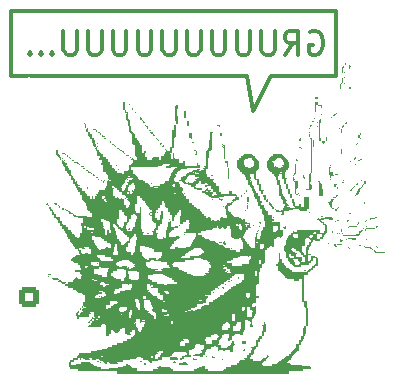
<source format=gbo>
%TF.GenerationSoftware,KiCad,Pcbnew,8.0.2*%
%TF.CreationDate,2024-09-09T09:37:27-05:00*%
%TF.ProjectId,wh3lk,7768336c-6b2e-46b6-9963-61645f706362,v2.0.0a*%
%TF.SameCoordinates,Original*%
%TF.FileFunction,Legend,Bot*%
%TF.FilePolarity,Positive*%
%FSLAX46Y46*%
G04 Gerber Fmt 4.6, Leading zero omitted, Abs format (unit mm)*
G04 Created by KiCad (PCBNEW 8.0.2) date 2024-09-09 09:37:27*
%MOMM*%
%LPD*%
G01*
G04 APERTURE LIST*
G04 Aperture macros list*
%AMRoundRect*
0 Rectangle with rounded corners*
0 $1 Rounding radius*
0 $2 $3 $4 $5 $6 $7 $8 $9 X,Y pos of 4 corners*
0 Add a 4 corners polygon primitive as box body*
4,1,4,$2,$3,$4,$5,$6,$7,$8,$9,$2,$3,0*
0 Add four circle primitives for the rounded corners*
1,1,$1+$1,$2,$3*
1,1,$1+$1,$4,$5*
1,1,$1+$1,$6,$7*
1,1,$1+$1,$8,$9*
0 Add four rect primitives between the rounded corners*
20,1,$1+$1,$2,$3,$4,$5,0*
20,1,$1+$1,$4,$5,$6,$7,0*
20,1,$1+$1,$6,$7,$8,$9,0*
20,1,$1+$1,$8,$9,$2,$3,0*%
G04 Aperture macros list end*
%ADD10C,0.300000*%
%ADD11C,0.000000*%
%ADD12R,1.700000X1.700000*%
%ADD13O,1.700000X1.700000*%
%ADD14RoundRect,0.250000X0.600000X0.600000X-0.600000X0.600000X-0.600000X-0.600000X0.600000X-0.600000X0*%
%ADD15C,1.700000*%
G04 APERTURE END LIST*
D10*
X90000000Y-65500000D02*
X84500000Y-65500000D01*
X83000000Y-68500000D01*
X82500000Y-65500000D01*
X62500000Y-65500000D01*
X62500000Y-60000000D01*
X90000000Y-60000000D01*
X90000000Y-65500000D01*
X87778822Y-61834876D02*
X87969298Y-61739638D01*
X87969298Y-61739638D02*
X88255012Y-61739638D01*
X88255012Y-61739638D02*
X88540727Y-61834876D01*
X88540727Y-61834876D02*
X88731203Y-62025352D01*
X88731203Y-62025352D02*
X88826441Y-62215828D01*
X88826441Y-62215828D02*
X88921679Y-62596780D01*
X88921679Y-62596780D02*
X88921679Y-62882495D01*
X88921679Y-62882495D02*
X88826441Y-63263447D01*
X88826441Y-63263447D02*
X88731203Y-63453923D01*
X88731203Y-63453923D02*
X88540727Y-63644400D01*
X88540727Y-63644400D02*
X88255012Y-63739638D01*
X88255012Y-63739638D02*
X88064536Y-63739638D01*
X88064536Y-63739638D02*
X87778822Y-63644400D01*
X87778822Y-63644400D02*
X87683584Y-63549161D01*
X87683584Y-63549161D02*
X87683584Y-62882495D01*
X87683584Y-62882495D02*
X88064536Y-62882495D01*
X85683584Y-63739638D02*
X86350251Y-62787257D01*
X86826441Y-63739638D02*
X86826441Y-61739638D01*
X86826441Y-61739638D02*
X86064536Y-61739638D01*
X86064536Y-61739638D02*
X85874060Y-61834876D01*
X85874060Y-61834876D02*
X85778822Y-61930114D01*
X85778822Y-61930114D02*
X85683584Y-62120590D01*
X85683584Y-62120590D02*
X85683584Y-62406304D01*
X85683584Y-62406304D02*
X85778822Y-62596780D01*
X85778822Y-62596780D02*
X85874060Y-62692019D01*
X85874060Y-62692019D02*
X86064536Y-62787257D01*
X86064536Y-62787257D02*
X86826441Y-62787257D01*
X84826441Y-61739638D02*
X84826441Y-63358685D01*
X84826441Y-63358685D02*
X84731203Y-63549161D01*
X84731203Y-63549161D02*
X84635965Y-63644400D01*
X84635965Y-63644400D02*
X84445489Y-63739638D01*
X84445489Y-63739638D02*
X84064536Y-63739638D01*
X84064536Y-63739638D02*
X83874060Y-63644400D01*
X83874060Y-63644400D02*
X83778822Y-63549161D01*
X83778822Y-63549161D02*
X83683584Y-63358685D01*
X83683584Y-63358685D02*
X83683584Y-61739638D01*
X82731203Y-61739638D02*
X82731203Y-63358685D01*
X82731203Y-63358685D02*
X82635965Y-63549161D01*
X82635965Y-63549161D02*
X82540727Y-63644400D01*
X82540727Y-63644400D02*
X82350251Y-63739638D01*
X82350251Y-63739638D02*
X81969298Y-63739638D01*
X81969298Y-63739638D02*
X81778822Y-63644400D01*
X81778822Y-63644400D02*
X81683584Y-63549161D01*
X81683584Y-63549161D02*
X81588346Y-63358685D01*
X81588346Y-63358685D02*
X81588346Y-61739638D01*
X80635965Y-61739638D02*
X80635965Y-63358685D01*
X80635965Y-63358685D02*
X80540727Y-63549161D01*
X80540727Y-63549161D02*
X80445489Y-63644400D01*
X80445489Y-63644400D02*
X80255013Y-63739638D01*
X80255013Y-63739638D02*
X79874060Y-63739638D01*
X79874060Y-63739638D02*
X79683584Y-63644400D01*
X79683584Y-63644400D02*
X79588346Y-63549161D01*
X79588346Y-63549161D02*
X79493108Y-63358685D01*
X79493108Y-63358685D02*
X79493108Y-61739638D01*
X78540727Y-61739638D02*
X78540727Y-63358685D01*
X78540727Y-63358685D02*
X78445489Y-63549161D01*
X78445489Y-63549161D02*
X78350251Y-63644400D01*
X78350251Y-63644400D02*
X78159775Y-63739638D01*
X78159775Y-63739638D02*
X77778822Y-63739638D01*
X77778822Y-63739638D02*
X77588346Y-63644400D01*
X77588346Y-63644400D02*
X77493108Y-63549161D01*
X77493108Y-63549161D02*
X77397870Y-63358685D01*
X77397870Y-63358685D02*
X77397870Y-61739638D01*
X76445489Y-61739638D02*
X76445489Y-63358685D01*
X76445489Y-63358685D02*
X76350251Y-63549161D01*
X76350251Y-63549161D02*
X76255013Y-63644400D01*
X76255013Y-63644400D02*
X76064537Y-63739638D01*
X76064537Y-63739638D02*
X75683584Y-63739638D01*
X75683584Y-63739638D02*
X75493108Y-63644400D01*
X75493108Y-63644400D02*
X75397870Y-63549161D01*
X75397870Y-63549161D02*
X75302632Y-63358685D01*
X75302632Y-63358685D02*
X75302632Y-61739638D01*
X74350251Y-61739638D02*
X74350251Y-63358685D01*
X74350251Y-63358685D02*
X74255013Y-63549161D01*
X74255013Y-63549161D02*
X74159775Y-63644400D01*
X74159775Y-63644400D02*
X73969299Y-63739638D01*
X73969299Y-63739638D02*
X73588346Y-63739638D01*
X73588346Y-63739638D02*
X73397870Y-63644400D01*
X73397870Y-63644400D02*
X73302632Y-63549161D01*
X73302632Y-63549161D02*
X73207394Y-63358685D01*
X73207394Y-63358685D02*
X73207394Y-61739638D01*
X72255013Y-61739638D02*
X72255013Y-63358685D01*
X72255013Y-63358685D02*
X72159775Y-63549161D01*
X72159775Y-63549161D02*
X72064537Y-63644400D01*
X72064537Y-63644400D02*
X71874061Y-63739638D01*
X71874061Y-63739638D02*
X71493108Y-63739638D01*
X71493108Y-63739638D02*
X71302632Y-63644400D01*
X71302632Y-63644400D02*
X71207394Y-63549161D01*
X71207394Y-63549161D02*
X71112156Y-63358685D01*
X71112156Y-63358685D02*
X71112156Y-61739638D01*
X70159775Y-61739638D02*
X70159775Y-63358685D01*
X70159775Y-63358685D02*
X70064537Y-63549161D01*
X70064537Y-63549161D02*
X69969299Y-63644400D01*
X69969299Y-63644400D02*
X69778823Y-63739638D01*
X69778823Y-63739638D02*
X69397870Y-63739638D01*
X69397870Y-63739638D02*
X69207394Y-63644400D01*
X69207394Y-63644400D02*
X69112156Y-63549161D01*
X69112156Y-63549161D02*
X69016918Y-63358685D01*
X69016918Y-63358685D02*
X69016918Y-61739638D01*
X68064537Y-61739638D02*
X68064537Y-63358685D01*
X68064537Y-63358685D02*
X67969299Y-63549161D01*
X67969299Y-63549161D02*
X67874061Y-63644400D01*
X67874061Y-63644400D02*
X67683585Y-63739638D01*
X67683585Y-63739638D02*
X67302632Y-63739638D01*
X67302632Y-63739638D02*
X67112156Y-63644400D01*
X67112156Y-63644400D02*
X67016918Y-63549161D01*
X67016918Y-63549161D02*
X66921680Y-63358685D01*
X66921680Y-63358685D02*
X66921680Y-61739638D01*
X65969299Y-63549161D02*
X65874061Y-63644400D01*
X65874061Y-63644400D02*
X65969299Y-63739638D01*
X65969299Y-63739638D02*
X66064537Y-63644400D01*
X66064537Y-63644400D02*
X65969299Y-63549161D01*
X65969299Y-63549161D02*
X65969299Y-63739638D01*
X65016918Y-63549161D02*
X64921680Y-63644400D01*
X64921680Y-63644400D02*
X65016918Y-63739638D01*
X65016918Y-63739638D02*
X65112156Y-63644400D01*
X65112156Y-63644400D02*
X65016918Y-63549161D01*
X65016918Y-63549161D02*
X65016918Y-63739638D01*
X64064537Y-63549161D02*
X63969299Y-63644400D01*
X63969299Y-63644400D02*
X64064537Y-63739638D01*
X64064537Y-63739638D02*
X64159775Y-63644400D01*
X64159775Y-63644400D02*
X64064537Y-63549161D01*
X64064537Y-63549161D02*
X64064537Y-63739638D01*
X81321427Y-77749757D02*
X81464285Y-77678328D01*
X81464285Y-77678328D02*
X81678570Y-77678328D01*
X81678570Y-77678328D02*
X81892856Y-77749757D01*
X81892856Y-77749757D02*
X82035713Y-77892614D01*
X82035713Y-77892614D02*
X82107142Y-78035471D01*
X82107142Y-78035471D02*
X82178570Y-78321185D01*
X82178570Y-78321185D02*
X82178570Y-78535471D01*
X82178570Y-78535471D02*
X82107142Y-78821185D01*
X82107142Y-78821185D02*
X82035713Y-78964042D01*
X82035713Y-78964042D02*
X81892856Y-79106900D01*
X81892856Y-79106900D02*
X81678570Y-79178328D01*
X81678570Y-79178328D02*
X81535713Y-79178328D01*
X81535713Y-79178328D02*
X81321427Y-79106900D01*
X81321427Y-79106900D02*
X81249999Y-79035471D01*
X81249999Y-79035471D02*
X81249999Y-78535471D01*
X81249999Y-78535471D02*
X81535713Y-78535471D01*
X80392856Y-77678328D02*
X80392856Y-78035471D01*
X80749999Y-77892614D02*
X80392856Y-78035471D01*
X80392856Y-78035471D02*
X80035713Y-77892614D01*
X80607142Y-78321185D02*
X80392856Y-78035471D01*
X80392856Y-78035471D02*
X80178570Y-78321185D01*
X79249999Y-77678328D02*
X79249999Y-78035471D01*
X79607142Y-77892614D02*
X79249999Y-78035471D01*
X79249999Y-78035471D02*
X78892856Y-77892614D01*
X79464285Y-78321185D02*
X79249999Y-78035471D01*
X79249999Y-78035471D02*
X79035713Y-78321185D01*
X78107142Y-77678328D02*
X78107142Y-78035471D01*
X78464285Y-77892614D02*
X78107142Y-78035471D01*
X78107142Y-78035471D02*
X77749999Y-77892614D01*
X78321428Y-78321185D02*
X78107142Y-78035471D01*
X78107142Y-78035471D02*
X77892856Y-78321185D01*
D11*
%TO.C,G\u002A\u002A\u002A*%
G36*
X76594555Y-68131755D02*
G01*
X76593164Y-68143303D01*
X76588961Y-68245026D01*
X76588449Y-68293009D01*
X76586303Y-68350932D01*
X76582392Y-68352627D01*
X76576336Y-68299735D01*
X76574060Y-68276950D01*
X76561609Y-68203852D01*
X76547539Y-68182705D01*
X76533582Y-68208072D01*
X76521468Y-68274520D01*
X76516238Y-68337067D01*
X76512931Y-68376612D01*
X76509700Y-68508913D01*
X76509632Y-68533455D01*
X76504923Y-68689205D01*
X76493083Y-68794128D01*
X76474504Y-68844480D01*
X76456814Y-68871734D01*
X76489169Y-68879676D01*
X76499473Y-68878852D01*
X76524416Y-68860580D01*
X76537747Y-68808815D01*
X76543503Y-68711027D01*
X76547975Y-68542378D01*
X76569405Y-68733025D01*
X76569708Y-68735759D01*
X76577738Y-68841619D01*
X76583974Y-68986722D01*
X76587801Y-69152311D01*
X76588605Y-69319630D01*
X76586376Y-69715588D01*
X76570036Y-69329284D01*
X76568757Y-69300423D01*
X76560679Y-69158396D01*
X76551081Y-69040072D01*
X76541056Y-68957093D01*
X76531698Y-68921105D01*
X76530631Y-68920471D01*
X76522274Y-68945759D01*
X76515174Y-69018190D01*
X76510056Y-69127498D01*
X76507639Y-69263414D01*
X76507617Y-69267133D01*
X76505003Y-69409906D01*
X76499488Y-69511730D01*
X76491570Y-69566706D01*
X76481749Y-69568937D01*
X76481512Y-69568359D01*
X76468263Y-69559870D01*
X76459733Y-69609173D01*
X76456041Y-69715588D01*
X76455878Y-69729695D01*
X76453241Y-69845163D01*
X76448251Y-69997977D01*
X76441556Y-70169898D01*
X76433801Y-70342683D01*
X76426955Y-70476148D01*
X76418491Y-70603873D01*
X76409068Y-70688951D01*
X76397151Y-70740403D01*
X76381207Y-70767252D01*
X76359700Y-70778520D01*
X76341667Y-70786473D01*
X76325378Y-70808343D01*
X76314174Y-70852191D01*
X76306732Y-70927189D01*
X76301729Y-71042507D01*
X76297842Y-71207314D01*
X76289723Y-71622055D01*
X76209065Y-71612623D01*
X76128407Y-71603192D01*
X76128407Y-71826597D01*
X76128407Y-72050002D01*
X76025751Y-72030743D01*
X75957532Y-72021811D01*
X75929002Y-72035705D01*
X75923496Y-72080742D01*
X75927067Y-72132700D01*
X75942527Y-72219607D01*
X75961158Y-72289215D01*
X75999748Y-72219607D01*
X76005865Y-72208851D01*
X76023278Y-72186657D01*
X76033225Y-72199685D01*
X76037870Y-72255743D01*
X76038791Y-72321093D01*
X76039377Y-72362644D01*
X76039872Y-72425920D01*
X76043335Y-72510105D01*
X76053727Y-72554690D01*
X76075374Y-72572232D01*
X76112600Y-72575288D01*
X76112885Y-72575288D01*
X76147432Y-72572637D01*
X76169149Y-72557082D01*
X76181630Y-72517188D01*
X76188469Y-72441521D01*
X76193258Y-72318649D01*
X76196552Y-72231776D01*
X76203025Y-72140599D01*
X76213858Y-72089425D01*
X76231998Y-72066985D01*
X76260393Y-72062009D01*
X76283802Y-72064915D01*
X76303371Y-72082465D01*
X76315364Y-72125726D01*
X76322498Y-72205682D01*
X76327487Y-72333314D01*
X76335920Y-72604619D01*
X76525466Y-72604619D01*
X76715012Y-72604619D01*
X76715461Y-72714607D01*
X76716598Y-72736605D01*
X76719466Y-72792070D01*
X76742428Y-72856062D01*
X76797648Y-72891610D01*
X76898326Y-72913041D01*
X76947340Y-72919941D01*
X77007487Y-72922982D01*
X77032600Y-72908448D01*
X77037645Y-72871921D01*
X77029294Y-72834136D01*
X76986317Y-72806528D01*
X76973878Y-72805614D01*
X76954216Y-72800416D01*
X76990574Y-72788892D01*
X76995668Y-72787554D01*
X77027414Y-72771384D01*
X77005239Y-72747470D01*
X76995649Y-72739188D01*
X77010599Y-72727613D01*
X77081640Y-72728443D01*
X77198961Y-72736605D01*
X77200408Y-72956582D01*
X77201180Y-73073903D01*
X77201823Y-73171670D01*
X77201855Y-73176558D01*
X77325062Y-73175225D01*
X77401976Y-73174238D01*
X77521542Y-73172521D01*
X77667087Y-73170317D01*
X77822229Y-73167871D01*
X78196190Y-73161850D01*
X78196190Y-73022553D01*
X78196726Y-72973001D01*
X78204295Y-72911899D01*
X78228009Y-72884404D01*
X78276848Y-72873975D01*
X78315467Y-72871561D01*
X78350291Y-72888687D01*
X78358428Y-72947301D01*
X78360548Y-72976172D01*
X78389519Y-73045651D01*
X78457279Y-73093861D01*
X78570056Y-73123985D01*
X78734081Y-73139206D01*
X78973442Y-73150228D01*
X78973442Y-72980079D01*
X78976396Y-72905646D01*
X78987027Y-72836548D01*
X79002772Y-72809930D01*
X79007183Y-72806151D01*
X79017710Y-72757454D01*
X79025539Y-72655919D01*
X79030420Y-72505792D01*
X79032102Y-72311316D01*
X79032310Y-72152554D01*
X79033634Y-72014576D01*
X79037040Y-71920055D01*
X79043492Y-71860800D01*
X79053954Y-71828617D01*
X79069390Y-71815315D01*
X79090763Y-71812702D01*
X79118866Y-71808783D01*
X79143228Y-71779200D01*
X79149423Y-71707300D01*
X79150421Y-71674210D01*
X79166392Y-71613201D01*
X79208084Y-71586558D01*
X79234042Y-71575453D01*
X79251581Y-71550311D01*
X79261441Y-71500254D01*
X79265777Y-71414037D01*
X79266744Y-71280416D01*
X79266783Y-71255078D01*
X79269195Y-71123874D01*
X79276375Y-71039727D01*
X79289748Y-70992668D01*
X79310739Y-70972731D01*
X79323046Y-70964573D01*
X79338662Y-70932965D01*
X79348370Y-70870987D01*
X79353338Y-70769226D01*
X79354735Y-70618268D01*
X79354915Y-70514242D01*
X79356670Y-70404136D01*
X79361784Y-70336778D01*
X79372032Y-70302695D01*
X79389191Y-70292412D01*
X79415035Y-70296456D01*
X79423296Y-70298513D01*
X79447823Y-70299807D01*
X79462493Y-70283017D01*
X79469206Y-70238010D01*
X79469862Y-70154653D01*
X79466363Y-70022812D01*
X79464995Y-69955356D01*
X79466853Y-69833644D01*
X79474358Y-69745676D01*
X79486721Y-69703838D01*
X79493088Y-69701527D01*
X79504343Y-69736447D01*
X79508923Y-69829557D01*
X79506832Y-69980902D01*
X79506453Y-69993603D01*
X79503456Y-70126917D01*
X79504918Y-70212824D01*
X79512316Y-70261698D01*
X79527126Y-70283913D01*
X79550827Y-70289844D01*
X79576434Y-70294163D01*
X79567379Y-70306953D01*
X79552652Y-70326304D01*
X79540058Y-70387610D01*
X79532950Y-70495766D01*
X79530716Y-70656601D01*
X79529612Y-70759963D01*
X79524084Y-70883803D01*
X79514467Y-70963350D01*
X79501386Y-70991455D01*
X79500532Y-70991574D01*
X79488616Y-71023573D01*
X79479657Y-71108597D01*
X79474016Y-71241401D01*
X79472056Y-71416743D01*
X79472056Y-71842032D01*
X79391398Y-71847261D01*
X79327942Y-71850550D01*
X79259412Y-71852265D01*
X79246404Y-71853984D01*
X79231479Y-71866747D01*
X79220999Y-71898739D01*
X79214191Y-71957845D01*
X79210283Y-72051953D01*
X79208505Y-72188946D01*
X79208084Y-72376711D01*
X79207646Y-72487170D01*
X79204585Y-72660065D01*
X79198791Y-72786542D01*
X79190491Y-72862534D01*
X79179910Y-72883971D01*
X79175434Y-72883661D01*
X79161450Y-72917869D01*
X79150325Y-73000650D01*
X79143247Y-73124214D01*
X79134758Y-73381870D01*
X79054100Y-73380714D01*
X78973442Y-73379558D01*
X78973442Y-73608023D01*
X78973715Y-73675173D01*
X78973808Y-73697902D01*
X78976662Y-73759986D01*
X78977431Y-73776725D01*
X78987923Y-73816936D01*
X78988204Y-73818012D01*
X79010018Y-73833891D01*
X79046767Y-73836489D01*
X79076194Y-73837878D01*
X79105583Y-73852684D01*
X79109253Y-73865819D01*
X79117715Y-73896104D01*
X79120093Y-73983140D01*
X79120093Y-74129792D01*
X79237414Y-74129792D01*
X79298364Y-74132433D01*
X79343063Y-74148135D01*
X79344154Y-74151479D01*
X79354735Y-74183906D01*
X79364289Y-74228994D01*
X79401812Y-74282405D01*
X79451563Y-74310719D01*
X79495921Y-74299507D01*
X79502844Y-74293031D01*
X79525515Y-74289010D01*
X79533640Y-74336570D01*
X79536564Y-74408429D01*
X79556924Y-74335258D01*
X79582190Y-74289049D01*
X79623129Y-74255467D01*
X79660824Y-74247527D01*
X79677368Y-74274292D01*
X79672236Y-74288938D01*
X79632954Y-74305773D01*
X79621473Y-74306887D01*
X79600232Y-74331454D01*
X79604754Y-74397804D01*
X79623828Y-74475713D01*
X79626146Y-74481755D01*
X79650199Y-74544455D01*
X79664507Y-74577766D01*
X79662578Y-74599076D01*
X79659825Y-74606594D01*
X79683544Y-74639923D01*
X79690351Y-74647058D01*
X79720180Y-74662568D01*
X79742416Y-74625257D01*
X79762227Y-74593890D01*
X79808409Y-74569746D01*
X79828653Y-74575681D01*
X79847803Y-74615320D01*
X79853349Y-74701732D01*
X79853804Y-74743996D01*
X79853982Y-74760466D01*
X79863060Y-74811804D01*
X79892929Y-74830900D01*
X79956005Y-74833718D01*
X80009161Y-74836322D01*
X80049747Y-74854625D01*
X80058863Y-74891458D01*
X80060905Y-74899711D01*
X80063775Y-74944582D01*
X80072975Y-75017032D01*
X80074542Y-75033388D01*
X80054867Y-75061425D01*
X79990073Y-75070219D01*
X79931243Y-75072753D01*
X79923822Y-75080700D01*
X79966046Y-75099606D01*
X80015943Y-75113818D01*
X80058771Y-75112287D01*
X80065312Y-75112265D01*
X80085226Y-75145566D01*
X80102635Y-75214886D01*
X80103558Y-75220294D01*
X80121424Y-75293455D01*
X80150258Y-75325342D01*
X80204224Y-75332332D01*
X80236118Y-75334084D01*
X80281099Y-75357223D01*
X80303768Y-75421321D01*
X80321566Y-75510309D01*
X80637400Y-75501979D01*
X80953234Y-75493649D01*
X80962302Y-75367991D01*
X80971370Y-75242334D01*
X81072290Y-75261267D01*
X81173211Y-75280200D01*
X81173211Y-74897501D01*
X81173211Y-74514802D01*
X81077887Y-74502972D01*
X81053634Y-74499931D01*
X81012600Y-74493542D01*
X81025320Y-74489868D01*
X81094225Y-74486449D01*
X81205886Y-74481755D01*
X81202134Y-74958371D01*
X81201368Y-75063190D01*
X81200468Y-75217798D01*
X81199993Y-75347314D01*
X81199979Y-75440550D01*
X81200461Y-75486316D01*
X81200589Y-75488702D01*
X81214264Y-75519040D01*
X81259032Y-75533780D01*
X81348516Y-75537644D01*
X81359630Y-75537677D01*
X81448954Y-75543648D01*
X81479596Y-75555985D01*
X81502911Y-75565372D01*
X81538028Y-75605727D01*
X81542371Y-75610718D01*
X81542617Y-75611092D01*
X81583958Y-75657696D01*
X81616284Y-75667702D01*
X81626302Y-75678154D01*
X81613802Y-75726614D01*
X81601161Y-75764724D01*
X81605141Y-75795702D01*
X81644992Y-75806078D01*
X81731952Y-75803129D01*
X81779303Y-75805635D01*
X81801949Y-75833198D01*
X81802806Y-75845612D01*
X81806744Y-75902677D01*
X81804077Y-75957576D01*
X81786263Y-75997321D01*
X81742951Y-76006928D01*
X81714716Y-76007388D01*
X81599154Y-76021565D01*
X81523180Y-76053083D01*
X81495843Y-76098585D01*
X81495555Y-76106417D01*
X81474333Y-76143176D01*
X81410251Y-76153579D01*
X81342066Y-76157789D01*
X81282120Y-76169903D01*
X81249425Y-76163640D01*
X81223139Y-76123173D01*
X81216344Y-76071254D01*
X81237248Y-76032935D01*
X81251470Y-76015248D01*
X81251146Y-75964369D01*
X81245173Y-75938677D01*
X81261537Y-75933810D01*
X81272874Y-75944201D01*
X81290532Y-75993994D01*
X81301636Y-76018663D01*
X81349192Y-76036258D01*
X81382193Y-76030111D01*
X81402746Y-75996915D01*
X81407853Y-75920977D01*
X81411412Y-75853761D01*
X81415093Y-75845612D01*
X81525174Y-75845612D01*
X81539839Y-75860277D01*
X81554504Y-75845612D01*
X81539839Y-75830946D01*
X81525174Y-75845612D01*
X81415093Y-75845612D01*
X81430294Y-75811960D01*
X81473846Y-75796324D01*
X81515875Y-75780742D01*
X81539839Y-75728291D01*
X81539742Y-75722681D01*
X81533437Y-75698141D01*
X81509837Y-75681926D01*
X81458603Y-75671757D01*
X81369394Y-75665357D01*
X81231871Y-75660448D01*
X81225451Y-75660263D01*
X81041344Y-75660180D01*
X80870270Y-75669462D01*
X80721344Y-75686715D01*
X80603683Y-75710548D01*
X80563801Y-75725525D01*
X80526401Y-75739570D01*
X80498615Y-75772389D01*
X80496228Y-75786930D01*
X80462306Y-75814103D01*
X80380492Y-75826448D01*
X80352580Y-75827572D01*
X80271488Y-75823374D01*
X80224235Y-75809520D01*
X80219077Y-75790081D01*
X80264268Y-75769130D01*
X80264989Y-75768929D01*
X80292512Y-75759400D01*
X80357589Y-75759400D01*
X80363824Y-75769336D01*
X80410624Y-75742956D01*
X80431253Y-75725525D01*
X80419688Y-75714075D01*
X80409463Y-75715069D01*
X80366629Y-75742956D01*
X80357589Y-75759400D01*
X80292512Y-75759400D01*
X80302387Y-75755981D01*
X80290311Y-75749185D01*
X80224172Y-75745879D01*
X80164270Y-75746723D01*
X80127895Y-75759141D01*
X80128849Y-75789350D01*
X80139389Y-75830675D01*
X80146652Y-75906671D01*
X80151310Y-75947292D01*
X80179757Y-75971991D01*
X80249308Y-75977598D01*
X80262770Y-75977843D01*
X80326177Y-75987229D01*
X80351963Y-76006007D01*
X80346853Y-76017735D01*
X80310935Y-76018673D01*
X80290609Y-76014961D01*
X80250543Y-76034259D01*
X80217593Y-76054338D01*
X80152253Y-76062665D01*
X80073326Y-76059741D01*
X80146652Y-76036258D01*
X80151817Y-76034578D01*
X80189173Y-76017442D01*
X80168649Y-76009852D01*
X80137367Y-75997746D01*
X80117321Y-75943875D01*
X80114715Y-75915010D01*
X80099133Y-75896882D01*
X80059191Y-75889163D01*
X79983502Y-75889752D01*
X79860682Y-75896551D01*
X79834225Y-75897883D01*
X79742374Y-75899585D01*
X79638731Y-75898380D01*
X79533358Y-75894881D01*
X79436319Y-75889699D01*
X79357675Y-75883448D01*
X79307489Y-75876741D01*
X79295822Y-75870189D01*
X79332737Y-75864406D01*
X79362328Y-75852631D01*
X79384065Y-75801616D01*
X79377423Y-75767757D01*
X79343500Y-75747875D01*
X79266744Y-75742956D01*
X79260960Y-75742947D01*
X79188089Y-75738207D01*
X79156363Y-75718076D01*
X79149423Y-75672768D01*
X79140772Y-75632842D01*
X79476474Y-75632842D01*
X79501386Y-75654965D01*
X79528174Y-75670184D01*
X79588643Y-75679832D01*
X79662607Y-75648566D01*
X79662825Y-75648440D01*
X79733285Y-75626520D01*
X79820317Y-75621297D01*
X79882915Y-75622203D01*
X79907589Y-75605727D01*
X79901472Y-75560811D01*
X79899709Y-75552309D01*
X80498615Y-75552309D01*
X80513280Y-75566974D01*
X80527945Y-75552309D01*
X80524540Y-75548904D01*
X80722751Y-75548904D01*
X80724386Y-75552309D01*
X80727161Y-75558086D01*
X80777252Y-75561256D01*
X80786360Y-75561063D01*
X80825318Y-75555985D01*
X80813357Y-75546649D01*
X80783592Y-75541933D01*
X80725366Y-75547735D01*
X80722751Y-75548904D01*
X80524540Y-75548904D01*
X80513280Y-75537644D01*
X80498615Y-75552309D01*
X79899709Y-75552309D01*
X79891382Y-75512140D01*
X79883080Y-75427655D01*
X79883007Y-75423202D01*
X79866283Y-75374798D01*
X79810030Y-75361662D01*
X79755849Y-75348587D01*
X79689501Y-75288589D01*
X79660144Y-75251374D01*
X79620435Y-75233832D01*
X79595842Y-75270028D01*
X79590191Y-75357314D01*
X79590308Y-75361662D01*
X79590570Y-75371439D01*
X79591487Y-75405658D01*
X79592928Y-75459430D01*
X79593026Y-75463095D01*
X79587464Y-75528360D01*
X79587425Y-75528822D01*
X79574197Y-75552309D01*
X79570092Y-75559597D01*
X79538049Y-75567423D01*
X79531474Y-75567518D01*
X79503753Y-75573575D01*
X79530716Y-75596304D01*
X79538856Y-75601707D01*
X79554578Y-75620527D01*
X79516051Y-75625635D01*
X79505073Y-75625909D01*
X79476474Y-75632842D01*
X79140772Y-75632842D01*
X79138232Y-75621120D01*
X79085856Y-75579927D01*
X78985708Y-75566974D01*
X78934420Y-75556007D01*
X78932790Y-75552309D01*
X79237414Y-75552309D01*
X79252079Y-75566974D01*
X79266744Y-75552309D01*
X79252079Y-75537644D01*
X79237414Y-75552309D01*
X78932790Y-75552309D01*
X78919259Y-75521611D01*
X78986544Y-75521611D01*
X78989687Y-75533556D01*
X79045301Y-75536752D01*
X79064274Y-75536629D01*
X79107327Y-75528360D01*
X79099455Y-75505274D01*
X79070361Y-75488480D01*
X79012931Y-75504382D01*
X78986544Y-75521611D01*
X78919259Y-75521611D01*
X78914781Y-75511452D01*
X78903913Y-75470062D01*
X78901210Y-75468252D01*
X78949299Y-75468252D01*
X78973442Y-75478983D01*
X78988969Y-75476867D01*
X78992995Y-75459430D01*
X78988696Y-75455920D01*
X78953888Y-75459430D01*
X78949299Y-75468252D01*
X78901210Y-75468252D01*
X78847800Y-75432488D01*
X78741153Y-75420323D01*
X78696612Y-75416754D01*
X78683291Y-75405658D01*
X79501386Y-75405658D01*
X79516051Y-75420323D01*
X79530716Y-75405658D01*
X79516051Y-75390993D01*
X79501386Y-75405658D01*
X78683291Y-75405658D01*
X78665782Y-75391074D01*
X78656730Y-75325000D01*
X78657323Y-75275938D01*
X78674688Y-75238351D01*
X78722502Y-75229676D01*
X78764117Y-75235862D01*
X78776321Y-75254816D01*
X78781052Y-75266327D01*
X78823117Y-75260172D01*
X78869946Y-75254753D01*
X78885451Y-75286360D01*
X78889080Y-75308442D01*
X78914781Y-75332332D01*
X78915702Y-75332288D01*
X78935798Y-75304927D01*
X78936184Y-75302014D01*
X78974958Y-75302014D01*
X78997762Y-75325774D01*
X79009996Y-75332438D01*
X79015889Y-75364167D01*
X79024714Y-75382384D01*
X79074366Y-75390993D01*
X79090917Y-75390551D01*
X79137674Y-75373049D01*
X79140090Y-75361662D01*
X79178753Y-75361662D01*
X79179947Y-75369701D01*
X79209815Y-75390993D01*
X79220423Y-75388690D01*
X79221148Y-75380261D01*
X79301262Y-75380261D01*
X79325405Y-75390993D01*
X79340932Y-75388876D01*
X79344958Y-75371439D01*
X79340659Y-75367929D01*
X79305851Y-75371439D01*
X79301262Y-75380261D01*
X79221148Y-75380261D01*
X79222749Y-75361662D01*
X79216729Y-75352885D01*
X79191687Y-75332332D01*
X79188760Y-75333095D01*
X79178753Y-75361662D01*
X79140090Y-75361662D01*
X79149423Y-75317667D01*
X79149176Y-75305589D01*
X79133181Y-75259006D01*
X79354735Y-75259006D01*
X79369400Y-75273672D01*
X79384065Y-75259006D01*
X79369400Y-75244341D01*
X79354735Y-75259006D01*
X79133181Y-75259006D01*
X79132449Y-75256875D01*
X79077828Y-75244341D01*
X79041488Y-75248982D01*
X78993982Y-75271894D01*
X78974958Y-75302014D01*
X78936184Y-75302014D01*
X78944111Y-75242246D01*
X78953307Y-75171016D01*
X78973442Y-75171016D01*
X78988107Y-75185681D01*
X79002772Y-75171016D01*
X78988107Y-75156351D01*
X78973442Y-75171016D01*
X78953307Y-75171016D01*
X78953441Y-75169979D01*
X79001595Y-75100048D01*
X79097604Y-75058279D01*
X79107349Y-75055929D01*
X79157743Y-75051810D01*
X79163615Y-75075330D01*
X79164040Y-75131408D01*
X79208583Y-75171016D01*
X79213110Y-75175041D01*
X79306101Y-75194784D01*
X79338929Y-75197417D01*
X79396649Y-75214705D01*
X79413264Y-75251674D01*
X79410796Y-75259006D01*
X79402215Y-75284502D01*
X79347402Y-75305926D01*
X79310212Y-75308268D01*
X79305371Y-75315102D01*
X79312720Y-75317667D01*
X79354735Y-75332332D01*
X79412637Y-75347140D01*
X79494054Y-75358739D01*
X79529074Y-75356287D01*
X79554149Y-75329756D01*
X79560047Y-75261451D01*
X79560199Y-75251861D01*
X79571000Y-75183917D01*
X79593627Y-75150046D01*
X79598119Y-75145008D01*
X79571779Y-75126458D01*
X79506550Y-75102702D01*
X79474936Y-75092960D01*
X79416491Y-75068001D01*
X79397070Y-75035486D01*
X79403310Y-74979466D01*
X79420728Y-74892378D01*
X79199529Y-74892378D01*
X79093462Y-74895046D01*
X79001132Y-74907072D01*
X78963454Y-74929041D01*
X78961649Y-74933181D01*
X78939988Y-74949717D01*
X78919465Y-74924537D01*
X78907391Y-74874575D01*
X79941340Y-74874575D01*
X79946744Y-74882167D01*
X79985335Y-74902985D01*
X80007831Y-74907596D01*
X80029331Y-74891458D01*
X80024374Y-74878398D01*
X79985335Y-74863048D01*
X79965290Y-74864322D01*
X79941340Y-74874575D01*
X78907391Y-74874575D01*
X78906971Y-74872839D01*
X78909399Y-74809824D01*
X78909525Y-74809173D01*
X78923731Y-74764854D01*
X78936744Y-74767725D01*
X78943244Y-74781172D01*
X78977617Y-74804388D01*
X78985969Y-74802998D01*
X78990168Y-74778392D01*
X78992376Y-74759594D01*
X79032472Y-74737132D01*
X79065342Y-74732700D01*
X79076461Y-74745139D01*
X79075986Y-74764548D01*
X79105751Y-74804656D01*
X79127917Y-74819846D01*
X79145326Y-74809695D01*
X79148627Y-74762123D01*
X79677368Y-74762123D01*
X79678130Y-74765050D01*
X79706698Y-74775057D01*
X79714737Y-74773864D01*
X79736028Y-74743996D01*
X79733725Y-74733387D01*
X79706698Y-74731062D01*
X79697920Y-74737082D01*
X79677368Y-74762123D01*
X79148627Y-74762123D01*
X79149423Y-74750647D01*
X79145058Y-74697393D01*
X79117642Y-74661229D01*
X79049317Y-74641614D01*
X79046744Y-74641142D01*
X78959477Y-74634002D01*
X78888656Y-74642054D01*
X78863579Y-74648127D01*
X78822585Y-74643446D01*
X78771960Y-74612567D01*
X78695881Y-74547748D01*
X78655302Y-74517399D01*
X78628605Y-74524118D01*
X78621478Y-74584411D01*
X78615834Y-74632600D01*
X78598706Y-74657736D01*
X78593780Y-74654600D01*
X78585151Y-74613642D01*
X78587121Y-74540415D01*
X78590811Y-74498939D01*
X78589166Y-74466500D01*
X79566313Y-74466500D01*
X79569823Y-74501308D01*
X79578645Y-74505897D01*
X79589377Y-74481755D01*
X79587260Y-74466227D01*
X79569823Y-74462201D01*
X79566313Y-74466500D01*
X78589166Y-74466500D01*
X78588106Y-74445591D01*
X78559878Y-74425915D01*
X78492573Y-74423094D01*
X78454096Y-74424368D01*
X78401610Y-74440574D01*
X78381825Y-74486443D01*
X78385070Y-74575704D01*
X78375927Y-74610572D01*
X78327096Y-74613533D01*
X78282803Y-74613483D01*
X78280455Y-74643938D01*
X78284081Y-74662332D01*
X78266882Y-74685947D01*
X78211667Y-74704600D01*
X78108199Y-74722989D01*
X78090800Y-74727997D01*
X78053045Y-74768922D01*
X78045168Y-74829432D01*
X78066290Y-74886329D01*
X78115532Y-74916416D01*
X78156016Y-74931243D01*
X78181525Y-74978988D01*
X78192455Y-75012680D01*
X78240185Y-75047528D01*
X78275488Y-75051371D01*
X78298846Y-75036284D01*
X78323974Y-75021663D01*
X78390383Y-75014509D01*
X78480896Y-75015105D01*
X78578323Y-75023322D01*
X78665474Y-75039030D01*
X78705587Y-75050046D01*
X78711786Y-75053695D01*
X78722808Y-75060183D01*
X78687472Y-75064890D01*
X78683356Y-75065148D01*
X78634789Y-75084663D01*
X78621478Y-75143085D01*
X78621411Y-75154588D01*
X78616187Y-75190254D01*
X78592906Y-75207983D01*
X78538066Y-75212638D01*
X78438164Y-75209078D01*
X78348787Y-75203350D01*
X78286395Y-75192164D01*
X78256643Y-75170982D01*
X78245478Y-75134353D01*
X78244641Y-75128881D01*
X78229076Y-75089991D01*
X78188476Y-75072451D01*
X78106159Y-75068360D01*
X78073947Y-75068127D01*
X78009102Y-75061930D01*
X77998589Y-75053695D01*
X78328176Y-75053695D01*
X78342841Y-75068360D01*
X78357506Y-75053695D01*
X78342841Y-75039030D01*
X78328176Y-75053695D01*
X77998589Y-75053695D01*
X77981798Y-75040542D01*
X77976213Y-74995034D01*
X77975709Y-74975257D01*
X77964261Y-74939687D01*
X77925673Y-74924748D01*
X77844227Y-74921709D01*
X77797222Y-74921255D01*
X77739415Y-74913821D01*
X77716386Y-74889207D01*
X77712241Y-74837243D01*
X77712179Y-74825342D01*
X77706939Y-74783764D01*
X77683619Y-74759757D01*
X77628766Y-74745761D01*
X77528927Y-74734214D01*
X77442837Y-74726365D01*
X77337823Y-74719001D01*
X77264954Y-74716489D01*
X77209969Y-74708301D01*
X77184296Y-74672867D01*
X77170128Y-74643840D01*
X77110970Y-74628406D01*
X77082600Y-74626824D01*
X77067297Y-74617675D01*
X77365466Y-74617675D01*
X77389608Y-74628406D01*
X77405135Y-74626289D01*
X77409161Y-74608853D01*
X77404862Y-74605342D01*
X77370054Y-74608853D01*
X77365466Y-74617675D01*
X77067297Y-74617675D01*
X77046314Y-74605130D01*
X77037645Y-74543836D01*
X77032988Y-74502882D01*
X77000644Y-74455909D01*
X76958933Y-74441351D01*
X77184296Y-74441351D01*
X77184423Y-74467465D01*
X77188478Y-74534135D01*
X77201595Y-74555061D01*
X77228291Y-74540415D01*
X77256331Y-74522324D01*
X77272287Y-74535931D01*
X77273093Y-74539966D01*
X77306674Y-74558626D01*
X77374943Y-74564100D01*
X77388273Y-74563391D01*
X77451769Y-74552891D01*
X77477599Y-74535663D01*
X77489369Y-74521128D01*
X77537990Y-74511085D01*
X77571274Y-74517330D01*
X77580254Y-74540415D01*
X77579565Y-74541636D01*
X77593621Y-74561875D01*
X77652794Y-74569746D01*
X77718176Y-74579689D01*
X77748751Y-74608853D01*
X77764514Y-74623888D01*
X77783464Y-74652799D01*
X77822412Y-74665378D01*
X77836389Y-74657707D01*
X77843451Y-74627150D01*
X77842212Y-74623849D01*
X77861382Y-74592760D01*
X77916593Y-74555576D01*
X77923624Y-74551800D01*
X77981709Y-74507489D01*
X78005543Y-74464605D01*
X78009216Y-74444176D01*
X78032227Y-74436124D01*
X78032636Y-74436375D01*
X78087757Y-74442953D01*
X78132433Y-74405797D01*
X78149271Y-74339298D01*
X78146347Y-74261778D01*
X78122864Y-74335103D01*
X78122424Y-74336478D01*
X78106602Y-74380613D01*
X78099562Y-74374168D01*
X78096458Y-74313106D01*
X78096578Y-74262262D01*
X78110526Y-74230988D01*
X78153447Y-74219443D01*
X78240185Y-74217782D01*
X78289246Y-74217282D01*
X78353346Y-74210661D01*
X78380935Y-74190961D01*
X78386836Y-74151479D01*
X78382826Y-74116107D01*
X78361285Y-74095965D01*
X78308523Y-74088465D01*
X78210855Y-74088726D01*
X78185201Y-74089229D01*
X78098703Y-74088881D01*
X78054029Y-74079497D01*
X78037359Y-74054766D01*
X78034873Y-74008379D01*
X78034714Y-73987312D01*
X78028590Y-73951054D01*
X78003656Y-73932393D01*
X77946630Y-73925484D01*
X77844227Y-73924480D01*
X77752907Y-73921951D01*
X77676967Y-73910100D01*
X77651595Y-73887817D01*
X77641249Y-73881179D01*
X77617242Y-73918358D01*
X77587681Y-73958774D01*
X77541475Y-73968908D01*
X77514518Y-73965600D01*
X77460929Y-73995958D01*
X77459757Y-73997806D01*
X77422566Y-74056466D01*
X77417225Y-74064890D01*
X77393718Y-74159122D01*
X77385352Y-74198229D01*
X77375879Y-74242511D01*
X77331523Y-74291202D01*
X77250289Y-74305324D01*
X77235506Y-74305856D01*
X77202092Y-74318072D01*
X77187504Y-74358121D01*
X77184296Y-74441351D01*
X76958933Y-74441351D01*
X76929522Y-74431086D01*
X76810335Y-74423495D01*
X76803139Y-74423381D01*
X76740663Y-74413837D01*
X76715012Y-74393764D01*
X76729485Y-74375389D01*
X76781005Y-74363985D01*
X76825677Y-74359416D01*
X76884244Y-74339896D01*
X76896528Y-74327294D01*
X76912467Y-74270069D01*
X76906647Y-74207051D01*
X77306805Y-74207051D01*
X77330947Y-74217782D01*
X77346475Y-74215666D01*
X77350501Y-74198229D01*
X77346202Y-74194719D01*
X77311394Y-74198229D01*
X77306805Y-74207051D01*
X76906647Y-74207051D01*
X76906186Y-74202064D01*
X76878622Y-74154277D01*
X76876090Y-74147075D01*
X76906012Y-74125470D01*
X76973600Y-74101911D01*
X77006241Y-74091728D01*
X77067543Y-74061922D01*
X77071581Y-74056466D01*
X77330947Y-74056466D01*
X77345612Y-74071131D01*
X77360278Y-74056466D01*
X77345612Y-74041801D01*
X77330947Y-74056466D01*
X77071581Y-74056466D01*
X77088627Y-74033431D01*
X77088440Y-74032254D01*
X77111030Y-74004879D01*
X77139175Y-73997806D01*
X77389608Y-73997806D01*
X77404273Y-74012471D01*
X77418938Y-73997806D01*
X77404273Y-73983140D01*
X77389608Y-73997806D01*
X77139175Y-73997806D01*
X77175234Y-73988744D01*
X77221966Y-73981416D01*
X77263635Y-73952879D01*
X77280775Y-73886088D01*
X77289552Y-73829236D01*
X77299285Y-73819400D01*
X77315255Y-73858487D01*
X77329915Y-73893554D01*
X77358673Y-73922261D01*
X77380773Y-73897265D01*
X77382738Y-73880485D01*
X77418938Y-73880485D01*
X77433603Y-73895150D01*
X77448268Y-73880485D01*
X77433603Y-73865819D01*
X77418938Y-73880485D01*
X77382738Y-73880485D01*
X77386242Y-73850565D01*
X77865158Y-73850565D01*
X77868176Y-73880485D01*
X77868669Y-73885373D01*
X77877491Y-73889962D01*
X77888222Y-73865819D01*
X77886105Y-73850292D01*
X77868669Y-73846266D01*
X77865158Y-73850565D01*
X77386242Y-73850565D01*
X77389147Y-73825758D01*
X77746759Y-73825758D01*
X77770901Y-73836489D01*
X77786428Y-73834372D01*
X77790455Y-73816936D01*
X77786156Y-73813425D01*
X77751348Y-73816936D01*
X77746759Y-73825758D01*
X77389147Y-73825758D01*
X77389608Y-73821824D01*
X77389721Y-73800436D01*
X77396950Y-73744553D01*
X77428051Y-73722831D01*
X77500403Y-73719168D01*
X77510322Y-73718996D01*
X77602638Y-73704578D01*
X77675609Y-73674053D01*
X77703609Y-73660508D01*
X77907327Y-73660508D01*
X77976232Y-73733854D01*
X77979914Y-73737743D01*
X78022078Y-73774775D01*
X78070929Y-73795291D01*
X78143755Y-73803598D01*
X78257842Y-73804002D01*
X78333876Y-73802029D01*
X78414278Y-73795146D01*
X78451458Y-73781837D01*
X78454884Y-73759986D01*
X78423696Y-73723452D01*
X78350174Y-73715695D01*
X78344703Y-73715635D01*
X78328176Y-73689838D01*
X78326565Y-73680794D01*
X78295254Y-73660508D01*
X78279511Y-73668183D01*
X78299434Y-73705212D01*
X78321039Y-73738012D01*
X78319532Y-73766110D01*
X78285409Y-73762619D01*
X78230847Y-73724172D01*
X78149326Y-73675470D01*
X78035203Y-73660508D01*
X77907327Y-73660508D01*
X77703609Y-73660508D01*
X77740523Y-73642651D01*
X77791314Y-73631177D01*
X78181525Y-73631177D01*
X78182377Y-73638188D01*
X78210855Y-73660508D01*
X78217866Y-73659655D01*
X78240185Y-73631177D01*
X78239333Y-73624167D01*
X78210855Y-73601847D01*
X78203844Y-73602699D01*
X78181525Y-73631177D01*
X77791314Y-73631177D01*
X77828728Y-73622725D01*
X77851659Y-73620475D01*
X77903550Y-73600707D01*
X77917494Y-73553778D01*
X77924040Y-73521377D01*
X78203903Y-73521377D01*
X78207355Y-73544729D01*
X78250845Y-73581861D01*
X78268249Y-73592862D01*
X78317571Y-73615706D01*
X78323910Y-73601592D01*
X78309417Y-73584127D01*
X78394780Y-73584127D01*
X78395234Y-73594139D01*
X78433276Y-73599532D01*
X78462106Y-73594835D01*
X78450996Y-73581811D01*
X78434035Y-73577125D01*
X78394780Y-73584127D01*
X78309417Y-73584127D01*
X78283919Y-73553400D01*
X78251773Y-73529626D01*
X78246499Y-73528522D01*
X78298846Y-73528522D01*
X78313511Y-73543187D01*
X78328176Y-73528522D01*
X78313511Y-73513856D01*
X78298846Y-73528522D01*
X78246499Y-73528522D01*
X78206588Y-73520167D01*
X78203903Y-73521377D01*
X77924040Y-73521377D01*
X77925148Y-73515890D01*
X77954215Y-73492406D01*
X78017451Y-73493625D01*
X78135437Y-73487800D01*
X78212559Y-73471258D01*
X78240185Y-73445419D01*
X78245240Y-73427274D01*
X78284181Y-73406312D01*
X78304350Y-73409050D01*
X78328176Y-73430754D01*
X78332272Y-73444375D01*
X78366817Y-73455416D01*
X78418041Y-73440414D01*
X78463328Y-73403868D01*
X78481222Y-73380910D01*
X78499423Y-73368589D01*
X78503225Y-73403868D01*
X78514924Y-73436436D01*
X78570151Y-73457511D01*
X78595299Y-73459013D01*
X78611141Y-73465390D01*
X78577362Y-73477995D01*
X78489907Y-73498921D01*
X78445499Y-73510320D01*
X78425840Y-73525561D01*
X78429636Y-73528522D01*
X78453244Y-73546939D01*
X78480979Y-73570560D01*
X78491266Y-73594835D01*
X78494130Y-73601592D01*
X78504178Y-73625302D01*
X78506808Y-73631177D01*
X78520238Y-73661179D01*
X78584836Y-73679076D01*
X78633432Y-73680601D01*
X78641101Y-73675173D01*
X78738800Y-73675173D01*
X78753465Y-73689838D01*
X78768130Y-73675173D01*
X78753465Y-73660508D01*
X78738800Y-73675173D01*
X78641101Y-73675173D01*
X78642521Y-73674168D01*
X78599481Y-73652596D01*
X78556985Y-73627156D01*
X78533488Y-73597365D01*
X78533660Y-73587182D01*
X78562818Y-73587182D01*
X78577483Y-73601847D01*
X78592148Y-73587182D01*
X78577483Y-73572517D01*
X78562818Y-73587182D01*
X78533660Y-73587182D01*
X78534154Y-73557852D01*
X78680139Y-73557852D01*
X78694804Y-73572517D01*
X78709469Y-73557852D01*
X78694804Y-73543187D01*
X78680139Y-73557852D01*
X78534154Y-73557852D01*
X78534278Y-73550519D01*
X78554850Y-73534218D01*
X78612103Y-73522600D01*
X78669692Y-73515521D01*
X78726841Y-73502211D01*
X78755683Y-73510123D01*
X78773306Y-73557852D01*
X78776607Y-73566793D01*
X78780469Y-73587182D01*
X78783726Y-73604376D01*
X78789169Y-73598885D01*
X78793065Y-73537585D01*
X78793393Y-73521717D01*
X78786287Y-73449814D01*
X78768130Y-73411200D01*
X78740699Y-73382442D01*
X78750085Y-73351148D01*
X78801272Y-73343364D01*
X78841750Y-73340105D01*
X78896595Y-73300377D01*
X78911147Y-73258680D01*
X78884790Y-73220961D01*
X78806145Y-73199015D01*
X78672806Y-73191673D01*
X78581610Y-73192910D01*
X78529209Y-73201410D01*
X78508078Y-73223265D01*
X78506943Y-73235219D01*
X78504157Y-73264549D01*
X78503066Y-73293879D01*
X78502355Y-73312981D01*
X78496825Y-73339537D01*
X78494365Y-73339718D01*
X78450697Y-73341284D01*
X78359438Y-73344030D01*
X78229399Y-73347705D01*
X78069391Y-73352058D01*
X77888222Y-73356839D01*
X77879517Y-73357066D01*
X77680473Y-73362991D01*
X77486416Y-73370003D01*
X77310762Y-73377530D01*
X77166924Y-73385000D01*
X77068320Y-73391839D01*
X76849689Y-73411200D01*
X76814560Y-73543187D01*
X76801516Y-73587631D01*
X76784449Y-73628001D01*
X76776552Y-73620424D01*
X76776355Y-73617265D01*
X76759467Y-73580608D01*
X76707679Y-73583361D01*
X76661607Y-73593878D01*
X76605024Y-73601447D01*
X76584267Y-73611625D01*
X76568361Y-73658109D01*
X76566995Y-73675173D01*
X76563858Y-73714357D01*
X76530235Y-73784197D01*
X76462913Y-73807159D01*
X76454110Y-73807294D01*
X76407296Y-73822421D01*
X76400058Y-73873152D01*
X76410022Y-73916621D01*
X76436375Y-73960248D01*
X76448819Y-73982334D01*
X76429042Y-74040508D01*
X76407262Y-74084781D01*
X76392379Y-74146035D01*
X76382311Y-74174993D01*
X76336187Y-74174571D01*
X76300671Y-74169891D01*
X76261130Y-74187259D01*
X76255693Y-74199278D01*
X76266770Y-74217782D01*
X76271565Y-74220188D01*
X76281741Y-74259210D01*
X76280492Y-74330832D01*
X76277713Y-74362002D01*
X76280095Y-74420139D01*
X76309871Y-74447032D01*
X76382373Y-74462495D01*
X76389009Y-74463566D01*
X76493905Y-74476093D01*
X76590358Y-74481432D01*
X76647286Y-74485217D01*
X76679124Y-74508759D01*
X76685682Y-74568825D01*
X76686075Y-74588235D01*
X76697655Y-74636370D01*
X76729677Y-74639013D01*
X76737434Y-74636497D01*
X76765700Y-74647206D01*
X76769998Y-74677349D01*
X76774073Y-74705926D01*
X76774293Y-74722157D01*
X76785515Y-74828662D01*
X76811709Y-74890760D01*
X76850262Y-74901733D01*
X76875136Y-74898095D01*
X76930728Y-74918173D01*
X76953718Y-74932117D01*
X76989015Y-74931231D01*
X76996715Y-74936332D01*
X77001902Y-74965704D01*
X77005069Y-74983639D01*
X77006086Y-75009184D01*
X77008315Y-75065202D01*
X77010473Y-75124456D01*
X77012438Y-75136797D01*
X77020158Y-75185287D01*
X77035070Y-75201937D01*
X77048807Y-75201698D01*
X77053736Y-75236869D01*
X77042538Y-75263454D01*
X77002712Y-75280881D01*
X76993663Y-75280010D01*
X76970797Y-75298606D01*
X76972512Y-75355031D01*
X76972710Y-75361539D01*
X76995111Y-75428272D01*
X77040974Y-75449653D01*
X77076030Y-75459421D01*
X77096305Y-75510045D01*
X77097025Y-75514161D01*
X77102152Y-75543485D01*
X77123916Y-75553372D01*
X77141700Y-75565012D01*
X77145914Y-75617634D01*
X77146147Y-75637247D01*
X77146459Y-75663594D01*
X77170156Y-75695412D01*
X77235624Y-75708151D01*
X77296757Y-75718938D01*
X77325257Y-75749236D01*
X77327160Y-75772286D01*
X77330947Y-75818140D01*
X77330951Y-75822019D01*
X77336274Y-75887873D01*
X77363977Y-75914174D01*
X77432147Y-75918937D01*
X77533346Y-75918937D01*
X77553080Y-76093364D01*
X77572814Y-76267790D01*
X77679190Y-76276678D01*
X77749760Y-76288050D01*
X77784261Y-76319057D01*
X77800249Y-76388221D01*
X77800377Y-76389116D01*
X77815193Y-76456942D01*
X77844959Y-76482506D01*
X77908259Y-76481933D01*
X77968777Y-76480647D01*
X77999147Y-76504217D01*
X78010897Y-76569924D01*
X78022367Y-76634028D01*
X78053218Y-76661486D01*
X78122864Y-76666859D01*
X78201042Y-76677475D01*
X78229469Y-76710854D01*
X78230350Y-76720631D01*
X78231063Y-76728538D01*
X78236802Y-76791512D01*
X78238724Y-76797998D01*
X78280664Y-76820342D01*
X78372171Y-76828175D01*
X78421964Y-76828672D01*
X78478240Y-76836432D01*
X78500331Y-76862059D01*
X78504157Y-76916166D01*
X78514748Y-76979336D01*
X78540820Y-77007540D01*
X78556407Y-77008971D01*
X78621478Y-77014872D01*
X78654831Y-77040940D01*
X78674529Y-77112331D01*
X78676446Y-77128761D01*
X78698526Y-77191254D01*
X78747855Y-77214987D01*
X78787688Y-77228151D01*
X78815791Y-77260796D01*
X78817301Y-77276359D01*
X78823124Y-77341455D01*
X78842891Y-77371267D01*
X78909701Y-77385450D01*
X78956150Y-77388361D01*
X78982788Y-77411038D01*
X78979895Y-77472096D01*
X78976229Y-77507660D01*
X78988868Y-77553950D01*
X79039695Y-77576942D01*
X79095234Y-77586052D01*
X79166417Y-77585620D01*
X79202027Y-77588950D01*
X79231865Y-77634757D01*
X79242633Y-77670577D01*
X79273908Y-77722748D01*
X79292081Y-77731907D01*
X79284464Y-77695062D01*
X79274519Y-77664683D01*
X79280206Y-77655110D01*
X79319190Y-77687793D01*
X79360654Y-77715417D01*
X79394941Y-77716760D01*
X79412307Y-77718662D01*
X79432645Y-77760692D01*
X79437800Y-77777625D01*
X79452684Y-77800072D01*
X79483859Y-77814106D01*
X79541916Y-77821694D01*
X79637448Y-77824804D01*
X79781046Y-77825404D01*
X79898058Y-77824309D01*
X80020401Y-77820558D01*
X80112007Y-77814770D01*
X80158918Y-77807601D01*
X80197969Y-77775660D01*
X80198358Y-77731157D01*
X80153984Y-77701227D01*
X80146249Y-77699091D01*
X80146376Y-77687492D01*
X80197980Y-77674826D01*
X80253712Y-77668820D01*
X80286296Y-77682184D01*
X80293303Y-77727828D01*
X80293367Y-77733395D01*
X80309538Y-77782854D01*
X80364858Y-77796073D01*
X80407639Y-77790308D01*
X80410579Y-77786833D01*
X80603628Y-77786833D01*
X80645266Y-77791442D01*
X80685613Y-77787354D01*
X80681929Y-77776649D01*
X80668652Y-77772775D01*
X80608603Y-77776649D01*
X80603628Y-77786833D01*
X80410579Y-77786833D01*
X80433948Y-77759211D01*
X80445516Y-77686085D01*
X80447385Y-77663498D01*
X81062156Y-77663498D01*
X81065666Y-77698306D01*
X81074488Y-77702895D01*
X81085220Y-77678752D01*
X81083103Y-77663225D01*
X81065666Y-77659199D01*
X81062156Y-77663498D01*
X80447385Y-77663498D01*
X80454619Y-77576097D01*
X80608603Y-77567231D01*
X80762587Y-77558366D01*
X80762587Y-77429643D01*
X80761486Y-77395191D01*
X80750408Y-77320411D01*
X80731265Y-77281563D01*
X80730615Y-77281140D01*
X80711002Y-77239990D01*
X80706837Y-77169843D01*
X80707649Y-77153651D01*
X80704332Y-77056391D01*
X80691586Y-76952829D01*
X80676490Y-76886614D01*
X80649643Y-76839263D01*
X80606025Y-76824773D01*
X80594073Y-76824047D01*
X80566103Y-76818605D01*
X80593938Y-76807957D01*
X80620081Y-76791276D01*
X80642604Y-76747146D01*
X80642688Y-76702140D01*
X80615936Y-76681524D01*
X80615571Y-76681517D01*
X80595101Y-76655314D01*
X80586606Y-76593533D01*
X80595906Y-76531971D01*
X80627463Y-76505542D01*
X80647973Y-76500712D01*
X80685013Y-76462041D01*
X80700869Y-76440522D01*
X80751202Y-76437534D01*
X80772173Y-76443809D01*
X80789511Y-76431340D01*
X80780498Y-76376048D01*
X80771413Y-76330031D01*
X80785195Y-76303403D01*
X80842102Y-76303741D01*
X80843072Y-76303833D01*
X80912329Y-76297637D01*
X80998569Y-76274069D01*
X81083194Y-76240487D01*
X81147607Y-76204251D01*
X81173211Y-76172719D01*
X81189795Y-76168105D01*
X81231871Y-76197575D01*
X81269499Y-76243922D01*
X81287129Y-76297444D01*
X81286877Y-76300789D01*
X81281543Y-76324979D01*
X81270314Y-76292898D01*
X81268642Y-76286933D01*
X81242331Y-76245191D01*
X81215091Y-76254729D01*
X81202541Y-76311304D01*
X81202513Y-76314565D01*
X81183957Y-76387416D01*
X81140089Y-76425278D01*
X81084236Y-76416323D01*
X81074357Y-76410234D01*
X81026108Y-76391689D01*
X81003099Y-76416854D01*
X80997229Y-76492854D01*
X80993795Y-76558403D01*
X80976344Y-76584146D01*
X80934907Y-76577706D01*
X80930246Y-76576339D01*
X80871440Y-76583037D01*
X80833822Y-76630759D01*
X80820096Y-76705731D01*
X80832966Y-76794173D01*
X80875135Y-76882308D01*
X80917607Y-76950354D01*
X80946729Y-77009374D01*
X80980622Y-77045213D01*
X81046825Y-77068034D01*
X81071705Y-77071721D01*
X81115190Y-77093698D01*
X81120039Y-77143475D01*
X81118060Y-77168325D01*
X81134584Y-77201606D01*
X81193365Y-77209918D01*
X81221989Y-77210692D01*
X81251893Y-77218917D01*
X81231871Y-77239844D01*
X81213167Y-77255007D01*
X81211299Y-77282366D01*
X81253869Y-77324754D01*
X81299413Y-77371415D01*
X81319862Y-77410418D01*
X81322178Y-77422797D01*
X81353812Y-77461631D01*
X81374867Y-77463421D01*
X81371223Y-77419367D01*
X81366768Y-77379683D01*
X81381268Y-77356120D01*
X81393321Y-77361138D01*
X81406758Y-77399321D01*
X81401625Y-77451252D01*
X81378522Y-77488106D01*
X81364727Y-77497824D01*
X81349356Y-77529952D01*
X81385211Y-77552759D01*
X81466513Y-77561431D01*
X81583834Y-77561431D01*
X81583834Y-77678752D01*
X81583834Y-77691687D01*
X81585549Y-77741655D01*
X81595502Y-77787354D01*
X81602636Y-77820113D01*
X81637345Y-77844097D01*
X81688810Y-77812609D01*
X81714799Y-77789309D01*
X81765971Y-77769145D01*
X81799051Y-77803406D01*
X81799315Y-77804045D01*
X81810280Y-77805345D01*
X81816161Y-77759411D01*
X81826010Y-77698339D01*
X81846971Y-77680386D01*
X81867735Y-77709419D01*
X81877137Y-77781408D01*
X81877399Y-77811700D01*
X81885959Y-77861768D01*
X81919341Y-77880956D01*
X81994458Y-77884064D01*
X82031104Y-77883810D01*
X82087472Y-77875784D01*
X82109709Y-77844498D01*
X82115252Y-77774076D01*
X82115726Y-77757615D01*
X82116673Y-77683555D01*
X82115252Y-77642090D01*
X82115611Y-77639337D01*
X82146719Y-77625660D01*
X82212902Y-77620092D01*
X82314025Y-77620092D01*
X82322890Y-77774076D01*
X82331756Y-77928060D01*
X82478407Y-77943247D01*
X82589990Y-77960083D01*
X82671575Y-77988977D01*
X82698384Y-78028054D01*
X82697726Y-78029415D01*
X82662380Y-78036995D01*
X82581059Y-78041751D01*
X82464745Y-78043294D01*
X82324423Y-78041238D01*
X82320184Y-78041125D01*
X82171068Y-78038872D01*
X82066381Y-78040886D01*
X82010830Y-78046936D01*
X82009123Y-78056789D01*
X82039515Y-78074562D01*
X82025388Y-78088121D01*
X81959698Y-78103442D01*
X81944124Y-78106225D01*
X81867714Y-78112679D01*
X81820379Y-78105217D01*
X81806966Y-78100528D01*
X81789146Y-78122841D01*
X81782940Y-78144572D01*
X81753950Y-78124572D01*
X81747308Y-78119239D01*
X81688112Y-78097988D01*
X81605440Y-78089376D01*
X81576995Y-78089521D01*
X81519058Y-78096063D01*
X81499082Y-78122983D01*
X81501318Y-78184699D01*
X81506578Y-78227253D01*
X81523332Y-78263664D01*
X81565570Y-78277706D01*
X81649875Y-78280023D01*
X81789241Y-78280023D01*
X81789193Y-78404676D01*
X81789460Y-78441124D01*
X81796376Y-78501018D01*
X81821258Y-78524974D01*
X81875406Y-78529330D01*
X81940143Y-78537529D01*
X81979793Y-78558660D01*
X82011850Y-78579660D01*
X82083407Y-78586922D01*
X82168219Y-78573695D01*
X82243507Y-78541467D01*
X82300950Y-78514640D01*
X82345131Y-78513868D01*
X82346314Y-78514551D01*
X82367830Y-78501782D01*
X82375751Y-78439740D01*
X82375751Y-78346688D01*
X82515070Y-78362701D01*
X82564057Y-78367660D01*
X82607656Y-78369430D01*
X82603060Y-78363881D01*
X82575786Y-78351957D01*
X82551733Y-78322788D01*
X82543779Y-78311460D01*
X82503347Y-78315096D01*
X82481230Y-78321274D01*
X82469306Y-78309353D01*
X82581063Y-78309353D01*
X82595728Y-78324018D01*
X82610393Y-78309353D01*
X82595728Y-78294688D01*
X82581063Y-78309353D01*
X82469306Y-78309353D01*
X82466276Y-78306324D01*
X82475956Y-78250692D01*
X82522402Y-78250692D01*
X82537067Y-78265358D01*
X82551733Y-78250692D01*
X82537067Y-78236027D01*
X82522402Y-78250692D01*
X82475956Y-78250692D01*
X82476342Y-78248476D01*
X82497111Y-78192032D01*
X82639723Y-78192032D01*
X82654388Y-78206697D01*
X82669054Y-78192032D01*
X82654388Y-78177367D01*
X82639723Y-78192032D01*
X82497111Y-78192032D01*
X82503278Y-78175272D01*
X82549818Y-78138719D01*
X82627388Y-78141303D01*
X82686230Y-78159774D01*
X82713015Y-78192032D01*
X82718994Y-78199233D01*
X82696969Y-78250692D01*
X82695462Y-78254213D01*
X82695441Y-78254238D01*
X82673573Y-78295642D01*
X82685652Y-78309353D01*
X82700270Y-78325945D01*
X82724336Y-78336733D01*
X82781493Y-78338355D01*
X82799685Y-78335831D01*
X82808544Y-78360661D01*
X82803308Y-78368629D01*
X82755649Y-78392315D01*
X82678456Y-78406150D01*
X82664104Y-78407270D01*
X82596651Y-78417396D01*
X82571346Y-78439650D01*
X82573793Y-78484856D01*
X82574418Y-78488187D01*
X82575431Y-78532567D01*
X82546841Y-78554004D01*
X82474120Y-78564041D01*
X82462139Y-78565064D01*
X82393886Y-78576981D01*
X82363296Y-78607001D01*
X82351680Y-78671527D01*
X82347307Y-78705639D01*
X82328675Y-78752104D01*
X82292154Y-78756622D01*
X82250302Y-78758221D01*
X82194843Y-78794597D01*
X82170439Y-78852701D01*
X82159519Y-78869168D01*
X82111779Y-78866628D01*
X82094134Y-78861857D01*
X82061178Y-78869843D01*
X82053118Y-78922718D01*
X82054749Y-78947512D01*
X82068804Y-79013279D01*
X82073680Y-79036097D01*
X82107137Y-79135881D01*
X82146660Y-79223916D01*
X82183792Y-79277251D01*
X82206497Y-79303092D01*
X82241398Y-79365242D01*
X82264726Y-79423903D01*
X82288847Y-79365242D01*
X82301915Y-79340439D01*
X82311305Y-79352541D01*
X82315029Y-79418096D01*
X82320445Y-79484447D01*
X82345315Y-79530789D01*
X82403393Y-79559695D01*
X82421929Y-79566748D01*
X82477789Y-79608467D01*
X82498716Y-79682823D01*
X82506971Y-79733148D01*
X82536092Y-79770882D01*
X82603617Y-79785098D01*
X82613903Y-79786261D01*
X82669050Y-79801105D01*
X82682382Y-79822023D01*
X82679127Y-79828095D01*
X82677855Y-79861966D01*
X82676934Y-79886496D01*
X82707545Y-79941884D01*
X82756690Y-79966512D01*
X82798505Y-79984053D01*
X82830328Y-80054310D01*
X82841522Y-80096493D01*
X82864263Y-80124875D01*
X82904796Y-80112575D01*
X82940994Y-80096218D01*
X82983166Y-80086911D01*
X83008975Y-80088513D01*
X83070888Y-80087307D01*
X83091960Y-80085218D01*
X83108605Y-80076501D01*
X83578741Y-80076501D01*
X83579162Y-80130503D01*
X83586412Y-80247342D01*
X83602963Y-80307409D01*
X83629247Y-80311625D01*
X83665698Y-80260907D01*
X83692157Y-80228424D01*
X83744867Y-80221896D01*
X83771554Y-80228041D01*
X83774079Y-80209473D01*
X83774490Y-80187553D01*
X83813263Y-80163239D01*
X83818463Y-80161784D01*
X83846560Y-80145770D01*
X83862624Y-80110215D01*
X83869891Y-80042093D01*
X83871594Y-79928381D01*
X83871594Y-79708775D01*
X83747662Y-79736621D01*
X83717056Y-79744390D01*
X83642065Y-79771775D01*
X83601460Y-79799496D01*
X83598338Y-79806780D01*
X83588499Y-79864606D01*
X83581518Y-79959990D01*
X83578741Y-80076501D01*
X83108605Y-80076501D01*
X83109917Y-80075814D01*
X83121362Y-80050737D01*
X83127204Y-80001397D01*
X83128355Y-79919201D01*
X83125725Y-79795560D01*
X83120225Y-79621882D01*
X83115071Y-79448939D01*
X83113124Y-79326579D01*
X83114875Y-79248704D01*
X83120784Y-79208240D01*
X83131310Y-79198116D01*
X83146913Y-79211258D01*
X83169156Y-79236514D01*
X83212255Y-79265591D01*
X83239186Y-79244608D01*
X83251473Y-79171086D01*
X83250643Y-79042541D01*
X83247104Y-78955107D01*
X83247231Y-78878574D01*
X83256420Y-78839200D01*
X83278386Y-78824644D01*
X83316843Y-78822564D01*
X83328939Y-78822421D01*
X83371401Y-78813122D01*
X83390709Y-78777621D01*
X83397510Y-78699704D01*
X83399332Y-78670467D01*
X83410687Y-78597467D01*
X83427251Y-78560386D01*
X83439620Y-78549019D01*
X83468922Y-78500000D01*
X83469597Y-78498285D01*
X83481843Y-78491532D01*
X83487985Y-78536662D01*
X83481509Y-78592076D01*
X83460970Y-78617321D01*
X83440355Y-78642176D01*
X83431640Y-78702913D01*
X83425121Y-78789811D01*
X83395655Y-78859111D01*
X83340511Y-78881293D01*
X83333642Y-78881475D01*
X83307800Y-78890605D01*
X83293102Y-78922258D01*
X83286511Y-78988468D01*
X83284989Y-79101270D01*
X83285093Y-79121846D01*
X83289006Y-79223069D01*
X83297439Y-79294314D01*
X83308838Y-79321247D01*
X83316457Y-79327662D01*
X83330810Y-79375539D01*
X83339604Y-79454848D01*
X83340380Y-79470948D01*
X83339799Y-79545147D01*
X83325920Y-79576815D01*
X83293757Y-79579502D01*
X83255704Y-79585685D01*
X83231451Y-79637846D01*
X83229053Y-79669774D01*
X83246461Y-79695642D01*
X83304776Y-79694158D01*
X83305005Y-79694127D01*
X83351391Y-79684168D01*
X83377183Y-79660096D01*
X83389794Y-79607070D01*
X83396639Y-79510248D01*
X83404372Y-79423903D01*
X84663511Y-79423903D01*
X84678176Y-79438568D01*
X84692841Y-79423903D01*
X84678176Y-79409237D01*
X84663511Y-79423903D01*
X83404372Y-79423903D01*
X83405043Y-79416413D01*
X83427196Y-79340457D01*
X83468880Y-79302833D01*
X83537309Y-79292366D01*
X83544567Y-79292171D01*
X83570074Y-79285447D01*
X83587541Y-79261482D01*
X83599695Y-79209939D01*
X83609262Y-79120480D01*
X83618969Y-78982769D01*
X83619159Y-78979345D01*
X84631069Y-78979345D01*
X84656203Y-79002140D01*
X84705362Y-78999808D01*
X84727708Y-78991476D01*
X84745212Y-78976822D01*
X84708496Y-78959057D01*
X84676402Y-78949945D01*
X84641592Y-78952095D01*
X84631069Y-78979345D01*
X83619159Y-78979345D01*
X83624401Y-78884786D01*
X83628142Y-78769566D01*
X83627636Y-78685948D01*
X83622732Y-78647371D01*
X83621546Y-78644512D01*
X83642380Y-78624869D01*
X83702388Y-78611888D01*
X83745469Y-78606580D01*
X83781920Y-78589831D01*
X83795889Y-78547613D01*
X83796703Y-78516052D01*
X84674692Y-78516052D01*
X84682067Y-78620377D01*
X84700338Y-78734642D01*
X84850574Y-78734192D01*
X84925686Y-78731783D01*
X84966494Y-78722555D01*
X84965046Y-78719976D01*
X85015474Y-78719976D01*
X85030139Y-78734642D01*
X85044804Y-78719976D01*
X85030139Y-78705311D01*
X85015474Y-78719976D01*
X84965046Y-78719976D01*
X84956813Y-78705311D01*
X84946071Y-78697987D01*
X84936676Y-78681030D01*
X84980542Y-78676430D01*
X85020323Y-78669118D01*
X85030139Y-78646651D01*
X85025801Y-78635087D01*
X85046494Y-78617321D01*
X85064519Y-78606381D01*
X85065636Y-78558660D01*
X85062724Y-78521558D01*
X85091545Y-78500000D01*
X85117948Y-78481018D01*
X85133132Y-78425308D01*
X85132631Y-78354284D01*
X85116901Y-78289831D01*
X85086401Y-78253830D01*
X85053034Y-78246626D01*
X84971539Y-78238991D01*
X84870410Y-78236027D01*
X84700814Y-78236027D01*
X84682305Y-78371070D01*
X84679100Y-78399032D01*
X84675849Y-78485334D01*
X84674692Y-78516052D01*
X83796703Y-78516052D01*
X83797495Y-78485334D01*
X84252887Y-78485334D01*
X84267552Y-78500000D01*
X84282218Y-78485334D01*
X84267552Y-78470669D01*
X84252887Y-78485334D01*
X83797495Y-78485334D01*
X83798062Y-78463337D01*
X83799505Y-78413463D01*
X83816556Y-78343229D01*
X83860818Y-78316019D01*
X83942232Y-78322093D01*
X83956751Y-78320268D01*
X83993111Y-78288903D01*
X84002362Y-78262021D01*
X84012106Y-78189099D01*
X84016869Y-78091986D01*
X84016792Y-77987222D01*
X84012014Y-77891344D01*
X84002675Y-77820893D01*
X83988915Y-77792407D01*
X83980644Y-77791401D01*
X83922922Y-77785075D01*
X83915493Y-77781837D01*
X83897599Y-77741896D01*
X83885302Y-77652895D01*
X83877826Y-77510103D01*
X83877012Y-77484149D01*
X83872354Y-77366158D01*
X83865348Y-77293752D01*
X83852686Y-77255806D01*
X83831062Y-77241197D01*
X83797168Y-77238799D01*
X83774071Y-77238143D01*
X83746323Y-77228686D01*
X83731665Y-77197969D01*
X83725928Y-77133525D01*
X83725690Y-77106813D01*
X84106236Y-77106813D01*
X84120901Y-77121478D01*
X84135566Y-77106813D01*
X84120901Y-77092147D01*
X84106236Y-77106813D01*
X83725690Y-77106813D01*
X83724943Y-77022889D01*
X83724709Y-76946244D01*
X83721557Y-76867243D01*
X83711368Y-76827762D01*
X83690010Y-76816127D01*
X83653350Y-76820665D01*
X83625380Y-76824798D01*
X83595156Y-76816424D01*
X83580442Y-76776685D01*
X83572692Y-76691944D01*
X83568037Y-76630540D01*
X83556608Y-76576357D01*
X83531451Y-76557242D01*
X83482968Y-76558969D01*
X83402310Y-76568401D01*
X83402310Y-76375655D01*
X83401946Y-76329322D01*
X83396589Y-76240699D01*
X83382876Y-76195536D01*
X83358315Y-76182910D01*
X83355159Y-76182696D01*
X83324469Y-76152753D01*
X83308064Y-76085408D01*
X83308231Y-76080254D01*
X83519631Y-76080254D01*
X83534296Y-76094919D01*
X83548961Y-76080254D01*
X83534296Y-76065588D01*
X83519631Y-76080254D01*
X83308231Y-76080254D01*
X83310846Y-75999595D01*
X83293110Y-75984783D01*
X83237785Y-75977598D01*
X83187702Y-75972035D01*
X83169509Y-75943609D01*
X83173235Y-75874942D01*
X83177214Y-75813451D01*
X83163072Y-75779771D01*
X83120285Y-75772286D01*
X83105258Y-75771693D01*
X83077249Y-75761122D01*
X83059103Y-75727979D01*
X83046258Y-75660275D01*
X83034815Y-75552309D01*
X83284989Y-75552309D01*
X83299654Y-75566974D01*
X83314319Y-75552309D01*
X83299654Y-75537644D01*
X83284989Y-75552309D01*
X83034815Y-75552309D01*
X83034149Y-75546024D01*
X83022808Y-75443719D01*
X83005881Y-75358257D01*
X82981136Y-75303855D01*
X82943656Y-75265258D01*
X82896206Y-75210684D01*
X82873965Y-75146889D01*
X82873085Y-75118701D01*
X82860110Y-75032990D01*
X82835700Y-74979587D01*
X82805038Y-74971664D01*
X82793101Y-74972630D01*
X82811964Y-74942004D01*
X82831362Y-74910096D01*
X82821027Y-74892378D01*
X82811620Y-74893559D01*
X82771414Y-74922187D01*
X82764184Y-74931967D01*
X82733638Y-74939492D01*
X82708700Y-74902454D01*
X82698384Y-74831987D01*
X82696826Y-74796509D01*
X82677832Y-74755459D01*
X82625058Y-74745727D01*
X82605506Y-74745353D01*
X82575132Y-74737366D01*
X82559089Y-74709069D01*
X82552811Y-74647679D01*
X82551733Y-74540415D01*
X82551733Y-74335103D01*
X82468047Y-74335103D01*
X82424015Y-74333274D01*
X82397929Y-74317933D01*
X82391793Y-74274131D01*
X82397337Y-74203117D01*
X82786375Y-74203117D01*
X82801040Y-74217782D01*
X82815705Y-74203117D01*
X82801040Y-74188452D01*
X82786375Y-74203117D01*
X82397337Y-74203117D01*
X82398601Y-74186920D01*
X82405353Y-74106937D01*
X82401946Y-74061218D01*
X82392500Y-74055877D01*
X82675320Y-74055877D01*
X82678830Y-74090685D01*
X82687652Y-74095273D01*
X82698384Y-74071131D01*
X82696267Y-74055604D01*
X82678830Y-74051578D01*
X82675320Y-74055877D01*
X82392500Y-74055877D01*
X82380825Y-74049276D01*
X82335635Y-74058113D01*
X82313503Y-74063338D01*
X82275873Y-74063491D01*
X82261032Y-74032648D01*
X82258430Y-73956990D01*
X82256729Y-73905166D01*
X82240040Y-73850930D01*
X82193932Y-73831214D01*
X82104446Y-73834955D01*
X82094477Y-73835405D01*
X82062220Y-73816139D01*
X82053118Y-73752319D01*
X82052277Y-73736358D01*
X82024062Y-73668154D01*
X81968237Y-73635091D01*
X81901745Y-73648761D01*
X81881707Y-73654410D01*
X81885897Y-73621324D01*
X81892051Y-73594479D01*
X81879637Y-73572517D01*
X81862133Y-73561395D01*
X81846066Y-73527932D01*
X82675320Y-73527932D01*
X82678830Y-73562740D01*
X82687652Y-73567329D01*
X82698384Y-73543187D01*
X82696267Y-73527659D01*
X82678830Y-73523633D01*
X82675320Y-73527932D01*
X81846066Y-73527932D01*
X81839308Y-73513856D01*
X81821107Y-73479840D01*
X81774089Y-73455196D01*
X81745989Y-73448370D01*
X81741092Y-73411200D01*
X81742236Y-73381870D01*
X82786375Y-73381870D01*
X82801040Y-73396535D01*
X82815705Y-73381870D01*
X82801040Y-73367205D01*
X82786375Y-73381870D01*
X81742236Y-73381870D01*
X81742254Y-73381415D01*
X81700235Y-73367205D01*
X81684012Y-73366024D01*
X81664819Y-73354931D01*
X81663879Y-73352540D01*
X82698384Y-73352540D01*
X82713049Y-73367205D01*
X82727714Y-73352540D01*
X83079677Y-73352540D01*
X83094342Y-73367205D01*
X83109007Y-73352540D01*
X83094342Y-73337875D01*
X83079677Y-73352540D01*
X82727714Y-73352540D01*
X82713049Y-73337875D01*
X82698384Y-73352540D01*
X81663879Y-73352540D01*
X81652663Y-73324015D01*
X81645952Y-73263566D01*
X81643094Y-73163878D01*
X81642495Y-73015242D01*
X81642495Y-72997064D01*
X82180929Y-72997064D01*
X82210529Y-73059145D01*
X82277095Y-73104754D01*
X82333095Y-73137974D01*
X82341041Y-73173539D01*
X82295093Y-73200336D01*
X82284083Y-73203316D01*
X82265797Y-73212522D01*
X82303892Y-73217151D01*
X82341340Y-73223738D01*
X82393246Y-73249781D01*
X82413896Y-73258809D01*
X82478983Y-73272243D01*
X82567182Y-73283889D01*
X82658264Y-73291703D01*
X82731998Y-73293641D01*
X82768154Y-73287658D01*
X82768313Y-73287518D01*
X82800086Y-73280858D01*
X82865252Y-73274136D01*
X82937368Y-73254483D01*
X82988618Y-73214568D01*
X83002052Y-73189703D01*
X82995394Y-73166077D01*
X82940607Y-73158752D01*
X82938867Y-73158683D01*
X82901224Y-73154414D01*
X82914644Y-73145030D01*
X82982492Y-73128064D01*
X83003158Y-73123308D01*
X83069644Y-73102031D01*
X83095689Y-73072568D01*
X83095825Y-73021217D01*
X83092979Y-72992603D01*
X83086778Y-72899707D01*
X83082572Y-72795265D01*
X83078428Y-72721350D01*
X83068041Y-72682098D01*
X83050347Y-72692609D01*
X83033858Y-72712146D01*
X83021466Y-72704898D01*
X83000904Y-72672320D01*
X82947019Y-72633589D01*
X82898577Y-72597484D01*
X82883258Y-72563275D01*
X82886304Y-72550696D01*
X82867035Y-72506814D01*
X82793484Y-72484135D01*
X82665410Y-72482570D01*
X82577438Y-72490593D01*
X82533871Y-72501963D01*
X82512892Y-72507438D01*
X82493072Y-72533898D01*
X82493068Y-72534417D01*
X82466670Y-72565214D01*
X82387278Y-72575288D01*
X82347610Y-72576483D01*
X82301079Y-72588650D01*
X82297791Y-72617782D01*
X82298502Y-72645219D01*
X82259643Y-72677559D01*
X82228568Y-72693242D01*
X82222686Y-72699937D01*
X82188150Y-72739245D01*
X82183021Y-72760658D01*
X82196653Y-72767861D01*
X82200315Y-72766362D01*
X82214238Y-72785876D01*
X82217064Y-72837041D01*
X82209386Y-72897927D01*
X82191802Y-72946602D01*
X82185211Y-72977192D01*
X82180929Y-72997064D01*
X81642495Y-72997064D01*
X81642495Y-72976671D01*
X82011480Y-72976671D01*
X82053118Y-72981281D01*
X82093466Y-72977192D01*
X82089781Y-72966487D01*
X82076505Y-72962613D01*
X82016455Y-72966487D01*
X82011480Y-72976671D01*
X81642495Y-72976671D01*
X81642495Y-72736605D01*
X82023788Y-72736605D01*
X82025247Y-72766768D01*
X82038580Y-72773872D01*
X82076272Y-72735489D01*
X82080311Y-72730853D01*
X82098114Y-72699937D01*
X82068940Y-72692609D01*
X82047357Y-72697996D01*
X82023788Y-72736605D01*
X81642495Y-72736605D01*
X81642495Y-72663279D01*
X81714089Y-72663279D01*
X81721289Y-72663156D01*
X81782267Y-72649391D01*
X81808445Y-72620932D01*
X81788200Y-72589369D01*
X81774771Y-72573173D01*
X81784992Y-72536071D01*
X81808742Y-72516628D01*
X82317090Y-72516628D01*
X82317943Y-72523638D01*
X82346421Y-72545958D01*
X82353431Y-72545106D01*
X82375751Y-72516628D01*
X82374899Y-72509617D01*
X82365133Y-72501963D01*
X82405081Y-72501963D01*
X82419746Y-72516628D01*
X82434412Y-72501963D01*
X82419746Y-72487297D01*
X82405081Y-72501963D01*
X82365133Y-72501963D01*
X82346421Y-72487297D01*
X82339410Y-72488150D01*
X82317090Y-72516628D01*
X81808742Y-72516628D01*
X81826435Y-72502143D01*
X81884147Y-72487297D01*
X81895958Y-72486901D01*
X81929662Y-72469395D01*
X81928723Y-72414518D01*
X81925075Y-72372529D01*
X81947216Y-72341665D01*
X82013295Y-72323263D01*
X82083812Y-72299202D01*
X82111779Y-72255257D01*
X82113388Y-72230121D01*
X82129984Y-72189544D01*
X82171438Y-72162197D01*
X82246174Y-72145660D01*
X82362617Y-72137512D01*
X82529189Y-72135334D01*
X82653691Y-72136076D01*
X82766289Y-72139787D01*
X82837433Y-72147712D01*
X82876717Y-72161054D01*
X82893736Y-72181015D01*
X82908436Y-72202228D01*
X82951476Y-72211266D01*
X82977083Y-72211548D01*
X82991686Y-72254309D01*
X83011732Y-72302764D01*
X83079677Y-72330381D01*
X83114870Y-72339153D01*
X83157467Y-72369698D01*
X83167668Y-72433037D01*
X83169847Y-72470288D01*
X83193556Y-72514023D01*
X83257998Y-72536160D01*
X83283818Y-72542109D01*
X83330573Y-72566686D01*
X83334070Y-72608753D01*
X83333221Y-72612141D01*
X83338164Y-72652308D01*
X83388060Y-72663279D01*
X83430419Y-72674122D01*
X83465184Y-72722071D01*
X83480998Y-72814124D01*
X83479832Y-72956582D01*
X83477824Y-72995873D01*
X83476638Y-73021217D01*
X83472017Y-73119960D01*
X83466904Y-73241631D01*
X83466217Y-73257887D01*
X83458687Y-73340378D01*
X83453600Y-73352540D01*
X83443498Y-73376694D01*
X83416642Y-73377684D01*
X83388893Y-73373905D01*
X83389065Y-73381870D01*
X83389580Y-73405667D01*
X83388043Y-73443425D01*
X83353236Y-73501824D01*
X83306960Y-73543187D01*
X83297644Y-73551514D01*
X83239263Y-73572517D01*
X83218312Y-73576737D01*
X83211663Y-73601847D01*
X83214794Y-73616508D01*
X83185795Y-73631177D01*
X83156132Y-73635916D01*
X83119044Y-73676182D01*
X83124145Y-73749987D01*
X83148850Y-73790005D01*
X83201355Y-73791111D01*
X83220221Y-73786152D01*
X83241646Y-73790732D01*
X83252434Y-73821010D01*
X83255252Y-73887953D01*
X83252768Y-74002530D01*
X83245894Y-74232448D01*
X83353432Y-74241551D01*
X83372016Y-74243433D01*
X83440736Y-74262522D01*
X83462907Y-74300211D01*
X83464235Y-74337779D01*
X83467001Y-74422311D01*
X83470239Y-74525750D01*
X83471121Y-74553921D01*
X83476120Y-74639545D01*
X83489154Y-74684561D01*
X83518131Y-74703507D01*
X83570959Y-74710923D01*
X83666282Y-74720113D01*
X83666282Y-74967562D01*
X83666282Y-75215011D01*
X83765610Y-75215011D01*
X83864938Y-75215011D01*
X83860933Y-75426599D01*
X83856929Y-75638186D01*
X83985695Y-75629371D01*
X83997838Y-75628571D01*
X84070687Y-75627461D01*
X84099205Y-75639606D01*
X84095683Y-75669489D01*
X84089798Y-75692228D01*
X84080551Y-75768818D01*
X84076906Y-75864624D01*
X84076022Y-75934756D01*
X84067885Y-75986086D01*
X84044199Y-76003634D01*
X83996675Y-76001544D01*
X83976029Y-75998804D01*
X83936697Y-75984194D01*
X83922975Y-75946285D01*
X83925592Y-75867609D01*
X83927746Y-75835320D01*
X83926265Y-75773257D01*
X83906484Y-75747844D01*
X83859905Y-75742956D01*
X83818377Y-75739929D01*
X83795867Y-75716972D01*
X83802477Y-75655920D01*
X83808198Y-75618011D01*
X83796081Y-75568253D01*
X83741241Y-75533051D01*
X83690909Y-75502372D01*
X83670689Y-75458001D01*
X83671267Y-75378113D01*
X83672983Y-75352467D01*
X83671127Y-75288309D01*
X83647969Y-75258523D01*
X83592451Y-75244341D01*
X83504966Y-75229676D01*
X83504966Y-75009699D01*
X83504966Y-74789722D01*
X83413413Y-74780813D01*
X83385658Y-74777483D01*
X83341396Y-74761356D01*
X83318267Y-74720245D01*
X83303425Y-74637400D01*
X83299578Y-74607235D01*
X83289167Y-74498329D01*
X83284989Y-74407600D01*
X83279869Y-74346891D01*
X83251540Y-74312185D01*
X83182333Y-74293043D01*
X83079677Y-74273785D01*
X83079677Y-74071181D01*
X83079677Y-73868577D01*
X82969689Y-73838031D01*
X82908896Y-73822113D01*
X82831098Y-73809717D01*
X82779707Y-73819631D01*
X82736304Y-73853040D01*
X82708382Y-73893512D01*
X82723734Y-73932232D01*
X82726615Y-73935492D01*
X82748863Y-73990330D01*
X82759106Y-74069665D01*
X82759170Y-74071131D01*
X82761102Y-74115617D01*
X82768622Y-74141846D01*
X82783508Y-74116697D01*
X82795640Y-74088424D01*
X82809309Y-74083187D01*
X82825042Y-74131362D01*
X82832909Y-74162430D01*
X82838004Y-74203117D01*
X82841895Y-74234193D01*
X82820822Y-74268998D01*
X82764377Y-74279845D01*
X82739174Y-74281244D01*
X82713261Y-74286967D01*
X82742379Y-74297357D01*
X82773714Y-74306809D01*
X82821252Y-74331652D01*
X82835765Y-74354445D01*
X82806906Y-74364434D01*
X82781125Y-74369819D01*
X82758084Y-74401097D01*
X82762190Y-74423933D01*
X82781979Y-74474337D01*
X82809038Y-74523432D01*
X82833125Y-74553730D01*
X82843996Y-74547748D01*
X82847055Y-74534081D01*
X82881909Y-74511085D01*
X82889577Y-74512472D01*
X82908797Y-74548304D01*
X82909006Y-74635739D01*
X82908310Y-74644927D01*
X82908250Y-74723844D01*
X82929750Y-74770808D01*
X82982871Y-74809490D01*
X83039995Y-74856799D01*
X83072873Y-74941477D01*
X83091494Y-75007479D01*
X83138746Y-75073572D01*
X83173108Y-75111743D01*
X83166388Y-75142477D01*
X83152257Y-75163576D01*
X83177158Y-75210590D01*
X83212894Y-75272031D01*
X83240060Y-75354330D01*
X83242807Y-75366420D01*
X83271524Y-75430710D01*
X83319788Y-75449653D01*
X83354867Y-75456572D01*
X83364189Y-75488916D01*
X83363235Y-75491738D01*
X83359701Y-75549124D01*
X83360100Y-75552309D01*
X83369621Y-75628235D01*
X83386761Y-75690364D01*
X83417573Y-75718930D01*
X83479119Y-75719281D01*
X83568117Y-75710272D01*
X83574545Y-75880597D01*
X83579611Y-75951819D01*
X83594788Y-76055734D01*
X83601539Y-76080254D01*
X83614931Y-76128891D01*
X83638395Y-76178240D01*
X83656242Y-76185437D01*
X83679584Y-76145873D01*
X83707278Y-76100169D01*
X83747338Y-76069882D01*
X83773503Y-76094665D01*
X83778226Y-76172481D01*
X83771024Y-76228095D01*
X83748495Y-76276753D01*
X83702945Y-76294938D01*
X83658775Y-76314627D01*
X83635757Y-76356963D01*
X83646910Y-76398693D01*
X83693881Y-76417552D01*
X83727569Y-76422242D01*
X83768938Y-76446882D01*
X83798487Y-76465839D01*
X83861839Y-76476212D01*
X83881422Y-76476755D01*
X83913561Y-76486510D01*
X83923760Y-76517451D01*
X83913157Y-76581070D01*
X83882890Y-76688856D01*
X83879758Y-76717615D01*
X83898948Y-76740184D01*
X83907676Y-76739017D01*
X83930254Y-76710854D01*
X83934324Y-76698213D01*
X83971672Y-76681524D01*
X83977071Y-76682203D01*
X84009527Y-76717693D01*
X84032975Y-76799227D01*
X84060768Y-76888459D01*
X84123804Y-76953866D01*
X84222661Y-76974826D01*
X84237990Y-76975188D01*
X84268445Y-76988208D01*
X84253919Y-77031559D01*
X84234670Y-77071012D01*
X84227037Y-77106813D01*
X84226085Y-77111276D01*
X84252887Y-77106813D01*
X84260475Y-77105452D01*
X84277168Y-77137446D01*
X84284533Y-77215070D01*
X84285980Y-77252397D01*
X84292434Y-77301810D01*
X84301642Y-77304792D01*
X84323469Y-77281544D01*
X84387462Y-77268774D01*
X84470297Y-77285867D01*
X84491778Y-77300250D01*
X84497723Y-77337195D01*
X84493472Y-77351425D01*
X84518423Y-77334122D01*
X84556213Y-77305358D01*
X84588570Y-77306736D01*
X84601885Y-77357506D01*
X84598518Y-77461415D01*
X84584921Y-77625370D01*
X84669471Y-77612961D01*
X84689800Y-77610377D01*
X84735605Y-77613993D01*
X84738096Y-77642051D01*
X84730331Y-77669477D01*
X84722171Y-77739812D01*
X84718232Y-77760257D01*
X84682642Y-77792196D01*
X84631986Y-77793291D01*
X84593399Y-77759411D01*
X84583986Y-77754033D01*
X84583622Y-77794871D01*
X84585295Y-77807768D01*
X84602941Y-77849313D01*
X84644702Y-77878004D01*
X84719191Y-77896239D01*
X84835022Y-77906412D01*
X85000809Y-77910920D01*
X85008592Y-77911032D01*
X85142236Y-77917402D01*
X85247313Y-77930552D01*
X85316301Y-77948560D01*
X85341680Y-77969502D01*
X85315926Y-77991458D01*
X85301820Y-78000392D01*
X85295660Y-78033221D01*
X85296824Y-78047667D01*
X85263248Y-78060046D01*
X85244155Y-78062472D01*
X85225267Y-78088588D01*
X85230636Y-78155369D01*
X85238195Y-78203378D01*
X85252773Y-78308212D01*
X85266859Y-78421334D01*
X85267321Y-78425308D01*
X85286703Y-78591975D01*
X85422393Y-78584018D01*
X85448935Y-78582446D01*
X85508532Y-78582020D01*
X85542028Y-78596447D01*
X85554175Y-78636573D01*
X85549730Y-78713242D01*
X85548846Y-78719976D01*
X85533448Y-78837297D01*
X85530819Y-78857091D01*
X85520727Y-78943625D01*
X85518002Y-78976822D01*
X85515778Y-79003907D01*
X85501630Y-79035984D01*
X85448095Y-79062567D01*
X85395610Y-79088040D01*
X85372547Y-79155437D01*
X85366994Y-79190874D01*
X85346041Y-79224340D01*
X85299222Y-79219113D01*
X85273265Y-79212926D01*
X85188802Y-79201191D01*
X85088800Y-79194276D01*
X85017149Y-79192713D01*
X84966432Y-79198976D01*
X84949201Y-79221558D01*
X84951333Y-79268038D01*
X84952033Y-79274278D01*
X84950438Y-79323092D01*
X84921147Y-79345919D01*
X84848677Y-79356029D01*
X84736836Y-79365242D01*
X84738754Y-79423903D01*
X84747702Y-79697497D01*
X84758568Y-80029751D01*
X84674376Y-80020129D01*
X84673650Y-80020046D01*
X84610488Y-80000291D01*
X84594595Y-79957163D01*
X84590083Y-79924692D01*
X84555533Y-79920500D01*
X84523631Y-79928381D01*
X84515005Y-79930512D01*
X84440402Y-79937182D01*
X84430654Y-79937404D01*
X84378045Y-79956975D01*
X84352378Y-80018999D01*
X84337642Y-80068706D01*
X84304970Y-80091596D01*
X84235791Y-80089116D01*
X84217601Y-80087056D01*
X84160840Y-80086762D01*
X84139088Y-80113582D01*
X84135566Y-80183280D01*
X84132890Y-80239070D01*
X84115371Y-80279321D01*
X84073161Y-80289145D01*
X84067727Y-80289175D01*
X84046895Y-80292051D01*
X84032142Y-80305368D01*
X84022675Y-80337159D01*
X84017703Y-80395460D01*
X84016433Y-80488304D01*
X84017752Y-80597113D01*
X84018048Y-80621555D01*
X84018074Y-80623725D01*
X84019469Y-80692756D01*
X84021833Y-80809757D01*
X84023237Y-80875750D01*
X84032910Y-81330369D01*
X83966917Y-81339742D01*
X83925931Y-81354748D01*
X83900924Y-81404814D01*
X83893400Y-81438751D01*
X83856929Y-81443632D01*
X83834198Y-81439860D01*
X83812933Y-81460948D01*
X83810415Y-81473111D01*
X83783125Y-81476725D01*
X83773787Y-81469019D01*
X83767572Y-81435235D01*
X83756938Y-81423348D01*
X83706994Y-81426474D01*
X83666700Y-81431616D01*
X83640007Y-81415105D01*
X83638979Y-81356244D01*
X83644097Y-81273492D01*
X83641419Y-81148454D01*
X83621068Y-81075453D01*
X83582533Y-81051732D01*
X83560014Y-81055762D01*
X83537440Y-81081408D01*
X83522204Y-81141391D01*
X83509799Y-81247859D01*
X83505260Y-81308692D01*
X83502336Y-81347886D01*
X83500276Y-81423236D01*
X83504146Y-81456647D01*
X83511291Y-81459758D01*
X83562076Y-81465941D01*
X83641769Y-81467585D01*
X83689448Y-81468053D01*
X83733408Y-81475726D01*
X83723838Y-81492989D01*
X83704814Y-81508343D01*
X83710278Y-81520567D01*
X83719029Y-81526738D01*
X83733778Y-81574174D01*
X83739608Y-81653002D01*
X83739208Y-81696610D01*
X83732131Y-81756276D01*
X83708607Y-81780452D01*
X83658950Y-81784988D01*
X83616529Y-81787476D01*
X83590325Y-81804906D01*
X83580060Y-81851852D01*
X83578291Y-81942884D01*
X83578039Y-81976790D01*
X83572110Y-82056586D01*
X83554373Y-82097913D01*
X83519631Y-82116119D01*
X83519353Y-82116192D01*
X83498592Y-82124533D01*
X83483435Y-82142460D01*
X83473005Y-82178152D01*
X83466422Y-82239788D01*
X83466390Y-82240639D01*
X83462807Y-82335547D01*
X83461283Y-82473608D01*
X83461139Y-82560263D01*
X83460970Y-82662150D01*
X83460970Y-83192840D01*
X83362152Y-83192840D01*
X83353728Y-83192868D01*
X83292067Y-83199744D01*
X83284514Y-83207505D01*
X83261975Y-83230664D01*
X83245154Y-83302829D01*
X83238443Y-83368626D01*
X83232410Y-83481260D01*
X83228266Y-83621184D01*
X83226651Y-83772113D01*
X83226328Y-84131408D01*
X83343649Y-84131408D01*
X83368842Y-84131547D01*
X83431232Y-84137897D01*
X83439358Y-84146016D01*
X83456337Y-84162979D01*
X83460970Y-84219399D01*
X83460785Y-84238293D01*
X83452318Y-84285086D01*
X83418876Y-84303915D01*
X83343649Y-84307390D01*
X83315833Y-84307559D01*
X83254516Y-84314445D01*
X83229039Y-84341587D01*
X83221861Y-84402713D01*
X83221779Y-84404450D01*
X83216636Y-84479397D01*
X83210579Y-84527367D01*
X83209623Y-84532362D01*
X83204314Y-84586837D01*
X83202532Y-84623010D01*
X83200381Y-84666685D01*
X83198735Y-84703348D01*
X83198239Y-84714405D01*
X83185898Y-84758195D01*
X83148062Y-84774353D01*
X83068150Y-84776674D01*
X83044404Y-84776930D01*
X82969647Y-84786549D01*
X82927142Y-84818844D01*
X82908091Y-84885712D01*
X82906064Y-84937990D01*
X82903696Y-84999050D01*
X82903696Y-85128637D01*
X83021017Y-85128637D01*
X83054746Y-85127839D01*
X83118965Y-85115233D01*
X83138338Y-85084642D01*
X83143951Y-85063512D01*
X83183721Y-85040646D01*
X83200331Y-85045505D01*
X83214533Y-85070492D01*
X83222463Y-85125413D01*
X83225322Y-85219824D01*
X83225241Y-85231293D01*
X83224313Y-85363279D01*
X83223343Y-85417899D01*
X83220300Y-85502598D01*
X83218678Y-85547734D01*
X83212729Y-85607698D01*
X83210507Y-85630090D01*
X83202635Y-85656582D01*
X83197651Y-85673354D01*
X83178930Y-85685912D01*
X83159328Y-85691171D01*
X83139377Y-85729907D01*
X83134430Y-85739513D01*
X83133345Y-85839896D01*
X83128864Y-85867594D01*
X83094917Y-85891224D01*
X83071535Y-85883340D01*
X83068147Y-85839896D01*
X83071358Y-85829085D01*
X83071543Y-85812855D01*
X83047054Y-85847132D01*
X83023093Y-85914937D01*
X83016428Y-86001116D01*
X83017110Y-86055257D01*
X82999297Y-86089168D01*
X82948610Y-86096535D01*
X82916806Y-86097968D01*
X82892557Y-86110177D01*
X82879925Y-86145135D01*
X82875124Y-86214811D01*
X82874365Y-86331177D01*
X82875766Y-86435106D01*
X82882240Y-86514669D01*
X82895787Y-86554768D01*
X82918361Y-86565819D01*
X82928036Y-86567148D01*
X82956565Y-86600319D01*
X82959872Y-86663332D01*
X82935918Y-86736397D01*
X82897197Y-86769979D01*
X82811265Y-86785796D01*
X82778753Y-86785321D01*
X82732955Y-86775126D01*
X82712701Y-86738987D01*
X82704002Y-86660571D01*
X82702434Y-86626414D01*
X82706152Y-86562770D01*
X82718667Y-86539391D01*
X82766405Y-86541283D01*
X82804838Y-86511851D01*
X82815705Y-86436164D01*
X82812203Y-86379624D01*
X82788272Y-86337922D01*
X82727714Y-86316512D01*
X82725941Y-86316118D01*
X82664988Y-86295307D01*
X82639723Y-86272461D01*
X82632634Y-86258776D01*
X82585577Y-86231329D01*
X82512720Y-86208204D01*
X82435715Y-86195431D01*
X82376211Y-86199045D01*
X82371578Y-86200584D01*
X82349751Y-86212537D01*
X82334680Y-86236690D01*
X82325120Y-86282332D01*
X82319831Y-86358757D01*
X82317568Y-86475256D01*
X82317203Y-86601857D01*
X82317090Y-86641122D01*
X82317090Y-87020438D01*
X82317090Y-87064434D01*
X82243765Y-87064434D01*
X82218010Y-87065242D01*
X82191020Y-87075293D01*
X82176840Y-87106934D01*
X82171353Y-87172521D01*
X82170948Y-87222159D01*
X82170439Y-87284411D01*
X82169064Y-87328406D01*
X82166886Y-87398135D01*
X82156159Y-87476493D01*
X82139378Y-87504388D01*
X82129907Y-87502882D01*
X82124356Y-87478436D01*
X82112570Y-87463702D01*
X82054294Y-87447756D01*
X81959529Y-87434066D01*
X81840125Y-87423908D01*
X81707931Y-87418556D01*
X81574798Y-87419287D01*
X81485683Y-87423479D01*
X81417865Y-87432807D01*
X81386287Y-87450266D01*
X81378522Y-87479680D01*
X81363715Y-87519008D01*
X81305197Y-87533718D01*
X81302350Y-87533726D01*
X81256063Y-87541100D01*
X81236136Y-87573605D01*
X81231871Y-87647901D01*
X81221213Y-87735441D01*
X81187876Y-87778966D01*
X81161972Y-87801099D01*
X81143880Y-87859021D01*
X81143608Y-87874278D01*
X81133473Y-87904499D01*
X81099885Y-87885681D01*
X81095621Y-87882187D01*
X81063604Y-87865631D01*
X81055890Y-87896755D01*
X81054620Y-87908562D01*
X81026000Y-87936225D01*
X80951463Y-87944341D01*
X80925371Y-87944211D01*
X80871466Y-87937043D01*
X80853403Y-87906209D01*
X80856140Y-87834353D01*
X80862336Y-87784718D01*
X80882935Y-87736987D01*
X80923903Y-87724326D01*
X80949862Y-87721080D01*
X80971012Y-87699730D01*
X80980421Y-87646624D01*
X80982564Y-87548344D01*
X80982564Y-87372401D01*
X80769920Y-87363784D01*
X80700737Y-87361180D01*
X80619149Y-87360930D01*
X80576408Y-87369334D01*
X80559967Y-87390123D01*
X80557275Y-87427031D01*
X80556971Y-87441400D01*
X80543046Y-87483458D01*
X80499053Y-87483670D01*
X80461461Y-87478060D01*
X80398674Y-87484622D01*
X80374840Y-87504339D01*
X80370462Y-87551965D01*
X80398177Y-87601369D01*
X80412071Y-87609199D01*
X80450277Y-87630731D01*
X80464786Y-87634010D01*
X80470654Y-87642068D01*
X80417957Y-87647045D01*
X80348354Y-87660077D01*
X80322633Y-87695955D01*
X80318066Y-87717819D01*
X80279754Y-87757325D01*
X80253879Y-87775023D01*
X80219117Y-87829730D01*
X80199263Y-87861183D01*
X80144675Y-87885681D01*
X80112485Y-87889574D01*
X80087476Y-87907679D01*
X80084801Y-87945377D01*
X80078171Y-88024526D01*
X80069039Y-88127655D01*
X80051118Y-88325635D01*
X80157546Y-88325635D01*
X80203947Y-88326332D01*
X80246138Y-88337440D01*
X80261725Y-88374958D01*
X80263973Y-88455011D01*
X80263973Y-88584388D01*
X80535278Y-88579665D01*
X80566500Y-88579113D01*
X80682627Y-88576082D01*
X80753613Y-88570019D01*
X80790622Y-88557722D01*
X80804818Y-88535989D01*
X80807368Y-88501616D01*
X80807684Y-88489054D01*
X80817687Y-88448929D01*
X80853731Y-88431858D01*
X80932060Y-88428291D01*
X80962252Y-88428088D01*
X81025183Y-88421715D01*
X81050974Y-88398435D01*
X81055928Y-88347632D01*
X81065913Y-88291754D01*
X81092552Y-88264659D01*
X81114166Y-88260801D01*
X81100316Y-88252309D01*
X81261201Y-88252309D01*
X81275866Y-88266974D01*
X81290532Y-88252309D01*
X81275866Y-88237644D01*
X81261201Y-88252309D01*
X81100316Y-88252309D01*
X81092552Y-88247549D01*
X81058778Y-88219891D01*
X81064551Y-88193649D01*
X81319862Y-88193649D01*
X81334527Y-88208314D01*
X81349192Y-88193649D01*
X81334527Y-88178983D01*
X81319862Y-88193649D01*
X81064551Y-88193649D01*
X81065202Y-88190688D01*
X81110664Y-88186466D01*
X81142371Y-88188620D01*
X81164704Y-88167889D01*
X81164999Y-88093925D01*
X81177728Y-88034157D01*
X81213792Y-88008630D01*
X81283199Y-88003451D01*
X81328911Y-88004838D01*
X81364002Y-88013570D01*
X81349192Y-88032332D01*
X81341722Y-88037268D01*
X81324673Y-88056410D01*
X81362131Y-88061213D01*
X81394571Y-88062315D01*
X81401566Y-88072914D01*
X81362131Y-88106083D01*
X81330254Y-88137237D01*
X81348496Y-88142745D01*
X81377711Y-88150962D01*
X81398194Y-88193649D01*
X81401921Y-88201416D01*
X81414330Y-88240388D01*
X81437253Y-88252266D01*
X81447050Y-88248735D01*
X81480883Y-88266496D01*
X81479463Y-88284866D01*
X81438914Y-88296304D01*
X81403162Y-88290574D01*
X81378522Y-88266974D01*
X81377747Y-88260027D01*
X81351328Y-88237644D01*
X81350308Y-88237707D01*
X81342260Y-88252309D01*
X81335250Y-88265027D01*
X81335445Y-88327023D01*
X81335045Y-88390674D01*
X81303979Y-88432816D01*
X81292307Y-88440321D01*
X81273871Y-88478769D01*
X81264080Y-88555559D01*
X81261201Y-88680736D01*
X81261201Y-88912240D01*
X81161415Y-88912240D01*
X81112533Y-88909529D01*
X81062327Y-88885898D01*
X81030954Y-88824249D01*
X81022061Y-88799735D01*
X81001756Y-88763588D01*
X80967359Y-88744682D01*
X80904013Y-88737434D01*
X80796864Y-88736258D01*
X80795536Y-88736258D01*
X80687567Y-88738178D01*
X80624377Y-88746416D01*
X80592271Y-88764770D01*
X80577554Y-88797032D01*
X80563679Y-88835872D01*
X80539040Y-88839624D01*
X80485270Y-88807752D01*
X80482593Y-88806018D01*
X80420721Y-88778155D01*
X80339702Y-88767928D01*
X80220464Y-88772821D01*
X80032050Y-88787946D01*
X80023358Y-88622783D01*
X80018247Y-88546504D01*
X80007551Y-88488669D01*
X79986468Y-88465835D01*
X79948672Y-88464608D01*
X79898579Y-88457848D01*
X79882679Y-88413280D01*
X79881809Y-88398582D01*
X79859156Y-88364231D01*
X79794689Y-88354965D01*
X79771975Y-88355570D01*
X79720525Y-88370688D01*
X79706698Y-88413625D01*
X79706648Y-88417840D01*
X79696195Y-88452510D01*
X79657193Y-88468448D01*
X79574712Y-88472286D01*
X79539112Y-88472566D01*
X79475086Y-88478926D01*
X79448196Y-88500364D01*
X79442726Y-88545612D01*
X79442606Y-88558001D01*
X79436475Y-88592263D01*
X79411375Y-88610461D01*
X79354077Y-88617663D01*
X79251353Y-88618937D01*
X79229640Y-88618963D01*
X79134379Y-88621431D01*
X79079490Y-88631933D01*
X79049395Y-88656109D01*
X79028517Y-88699595D01*
X79006854Y-88768472D01*
X78992580Y-88846226D01*
X78981086Y-88887320D01*
X78936779Y-88912219D01*
X78906450Y-88921627D01*
X78889828Y-88961819D01*
X78885451Y-89046556D01*
X78884840Y-89108899D01*
X78876858Y-89157602D01*
X78851185Y-89170637D01*
X78797460Y-89161547D01*
X78788449Y-89159588D01*
X78734272Y-89153310D01*
X78713095Y-89176656D01*
X78709469Y-89244127D01*
X78709248Y-89269315D01*
X78700721Y-89322513D01*
X78667302Y-89346403D01*
X78592148Y-89357220D01*
X78570972Y-89359144D01*
X78506569Y-89359906D01*
X78480038Y-89341241D01*
X78474896Y-89294308D01*
X78474964Y-89220207D01*
X78218256Y-89229604D01*
X78169533Y-89231850D01*
X78057758Y-89240771D01*
X77974161Y-89252794D01*
X77933981Y-89265970D01*
X77932948Y-89266998D01*
X77906096Y-89313158D01*
X77900784Y-89360066D01*
X77920148Y-89381524D01*
X77932423Y-89386467D01*
X77946883Y-89425519D01*
X77960830Y-89451705D01*
X78010916Y-89465565D01*
X78108199Y-89469515D01*
X78190267Y-89470757D01*
X78243874Y-89479174D01*
X78265500Y-89501432D01*
X78269515Y-89544180D01*
X78269253Y-89563622D01*
X78262183Y-89594825D01*
X78235545Y-89610095D01*
X78176331Y-89613766D01*
X78071536Y-89610173D01*
X77873557Y-89601501D01*
X77873557Y-89366859D01*
X77873557Y-89132217D01*
X78152194Y-89117552D01*
X78281227Y-89109859D01*
X78363777Y-89101085D01*
X78410252Y-89088110D01*
X78431959Y-89067768D01*
X78440204Y-89036893D01*
X78451846Y-88998704D01*
X78488010Y-88976310D01*
X78564858Y-88970900D01*
X78583686Y-88970640D01*
X78656927Y-88959173D01*
X78680139Y-88929304D01*
X78675022Y-88878115D01*
X78645918Y-88823023D01*
X78597053Y-88815762D01*
X78580535Y-88820771D01*
X78571848Y-88813886D01*
X78606813Y-88775766D01*
X78634291Y-88751010D01*
X78699430Y-88707410D01*
X78748858Y-88693779D01*
X78769022Y-88715181D01*
X78775200Y-88739027D01*
X78790068Y-88720072D01*
X78809270Y-88667139D01*
X78828501Y-88592242D01*
X78843457Y-88507396D01*
X78853351Y-88424363D01*
X78851408Y-88376049D01*
X78830780Y-88357796D01*
X78785945Y-88354965D01*
X78765251Y-88353028D01*
X78683914Y-88327547D01*
X78597878Y-88281950D01*
X78478565Y-88225532D01*
X78341867Y-88194952D01*
X78321568Y-88193051D01*
X78256113Y-88188580D01*
X78244768Y-88192631D01*
X78247806Y-88193649D01*
X78284181Y-88205837D01*
X78285616Y-88206243D01*
X78342361Y-88223363D01*
X78344990Y-88230747D01*
X78295890Y-88234174D01*
X78217754Y-88245481D01*
X78127241Y-88269843D01*
X78073426Y-88293506D01*
X78041783Y-88334107D01*
X78034473Y-88409162D01*
X78034311Y-88429663D01*
X78027107Y-88541757D01*
X78025788Y-88545612D01*
X78015756Y-88574942D01*
X78004365Y-88608243D01*
X77959219Y-88640090D01*
X77884801Y-88648267D01*
X77821904Y-88651264D01*
X77781076Y-88668105D01*
X77770901Y-88706928D01*
X77767546Y-88733410D01*
X77738998Y-88759027D01*
X77668245Y-88765588D01*
X77565589Y-88765588D01*
X77565589Y-88780254D01*
X77565589Y-88970900D01*
X77565589Y-89176212D01*
X77650161Y-89176212D01*
X77671901Y-89176877D01*
X77725610Y-89195636D01*
X77749191Y-89251849D01*
X77753640Y-89285145D01*
X77746497Y-89318664D01*
X77715970Y-89340439D01*
X77653240Y-89353246D01*
X77549491Y-89359862D01*
X77395903Y-89363062D01*
X77110970Y-89366859D01*
X77101401Y-89450509D01*
X77095827Y-89485550D01*
X77073028Y-89521249D01*
X77020743Y-89520569D01*
X76971294Y-89519146D01*
X76949654Y-89548856D01*
X76933072Y-89576688D01*
X76868996Y-89581451D01*
X76833367Y-89574876D01*
X76794464Y-89545267D01*
X76779147Y-89476847D01*
X76778047Y-89465088D01*
X76778577Y-89407863D01*
X76805318Y-89385408D01*
X76874470Y-89381524D01*
X76879764Y-89381517D01*
X76946876Y-89376173D01*
X76974660Y-89349809D01*
X76981300Y-89286200D01*
X76981762Y-89273453D01*
X76988227Y-89227559D01*
X76998817Y-89228764D01*
X77011826Y-89247235D01*
X77048405Y-89238113D01*
X77061754Y-89230426D01*
X77126408Y-89211982D01*
X77214202Y-89200226D01*
X77261841Y-89196313D01*
X77319920Y-89183488D01*
X77345306Y-89152667D01*
X77355182Y-89090473D01*
X77355320Y-89088990D01*
X77352267Y-89000887D01*
X77332201Y-88929157D01*
X77320254Y-88910015D01*
X77300102Y-88893256D01*
X77265155Y-88882146D01*
X77206644Y-88875821D01*
X77115797Y-88873417D01*
X76983846Y-88874069D01*
X76802019Y-88876914D01*
X76729240Y-88878182D01*
X76304388Y-88885584D01*
X76304388Y-88955714D01*
X76301879Y-88985974D01*
X76276232Y-89020592D01*
X76209065Y-89035035D01*
X76180003Y-89038413D01*
X76133969Y-89054183D01*
X76110548Y-89094453D01*
X76096149Y-89176212D01*
X76089947Y-89218627D01*
X76079992Y-89268161D01*
X76074152Y-89271535D01*
X76070315Y-89257307D01*
X76039246Y-89235389D01*
X76000661Y-89247087D01*
X75981756Y-89287656D01*
X75984857Y-89306695D01*
X76004283Y-89324957D01*
X76050826Y-89336513D01*
X76135000Y-89343601D01*
X76267320Y-89348461D01*
X76297120Y-89349350D01*
X76431217Y-89356216D01*
X76518363Y-89369398D01*
X76568472Y-89393123D01*
X76591460Y-89431616D01*
X76597242Y-89489105D01*
X76597059Y-89499864D01*
X76588680Y-89528942D01*
X76558809Y-89546209D01*
X76495060Y-89555945D01*
X76385047Y-89562431D01*
X76248038Y-89566472D01*
X76098492Y-89562171D01*
X76005152Y-89545830D01*
X75967287Y-89517371D01*
X75956002Y-89474115D01*
X75939350Y-89402322D01*
X75918249Y-89349620D01*
X75889695Y-89340044D01*
X75870474Y-89345107D01*
X75800342Y-89351397D01*
X75694705Y-89354651D01*
X75567922Y-89354234D01*
X75277830Y-89348845D01*
X75277830Y-89454096D01*
X75266776Y-89535522D01*
X75228261Y-89578368D01*
X75199417Y-89583260D01*
X75167156Y-89562782D01*
X75165614Y-89559504D01*
X75125982Y-89537272D01*
X75055408Y-89528175D01*
X75012829Y-89529860D01*
X74967013Y-89546023D01*
X74955197Y-89586836D01*
X74954852Y-89597395D01*
X74945351Y-89623302D01*
X74913683Y-89637793D01*
X74847691Y-89644111D01*
X74735220Y-89645496D01*
X74515243Y-89645496D01*
X74515243Y-89425848D01*
X74514969Y-89345346D01*
X74511622Y-89266211D01*
X74507636Y-89250880D01*
X74666994Y-89250880D01*
X74667606Y-89354266D01*
X74676559Y-89513510D01*
X74786548Y-89504407D01*
X74790192Y-89504102D01*
X74860735Y-89493045D01*
X74890451Y-89466339D01*
X74896536Y-89409084D01*
X74896707Y-89391624D01*
X74905151Y-89345198D01*
X74938605Y-89326391D01*
X75013857Y-89322863D01*
X75033961Y-89322770D01*
X75099120Y-89316908D01*
X75125951Y-89293466D01*
X75131178Y-89240739D01*
X75140315Y-89177286D01*
X75167501Y-89122291D01*
X75184110Y-89100155D01*
X75204163Y-89035767D01*
X75213642Y-89005638D01*
X75262736Y-88990790D01*
X75289460Y-88990191D01*
X75344977Y-88955847D01*
X75365371Y-88878182D01*
X75364797Y-88869694D01*
X75346241Y-88844015D01*
X75292779Y-88828632D01*
X75192556Y-88819522D01*
X75114833Y-88817428D01*
X75051885Y-88821502D01*
X75032971Y-88831582D01*
X75033579Y-88842687D01*
X75000923Y-88853579D01*
X74978810Y-88859102D01*
X74955197Y-88897575D01*
X74952646Y-88917673D01*
X74933199Y-88938097D01*
X74873852Y-88935924D01*
X74858361Y-88953262D01*
X74896536Y-88985565D01*
X74944433Y-89014232D01*
X74947700Y-89026108D01*
X74902948Y-89028521D01*
X74858591Y-89038485D01*
X74818865Y-89074305D01*
X74817510Y-89077746D01*
X74795259Y-89103402D01*
X74755633Y-89081637D01*
X74744749Y-89072985D01*
X74720434Y-89061130D01*
X74722243Y-89068668D01*
X74728510Y-89094778D01*
X74732970Y-89125042D01*
X74703051Y-89170177D01*
X74682682Y-89190877D01*
X74681387Y-89192193D01*
X74666994Y-89250880D01*
X74507636Y-89250880D01*
X74501082Y-89225668D01*
X74479223Y-89211694D01*
X74441917Y-89212268D01*
X74427147Y-89213904D01*
X74421310Y-89216731D01*
X74380570Y-89236463D01*
X74368592Y-89296339D01*
X74371893Y-89328641D01*
X74395684Y-89388815D01*
X74431588Y-89424874D01*
X74466614Y-89420376D01*
X74467778Y-89419374D01*
X74480624Y-89434406D01*
X74485913Y-89490365D01*
X74481362Y-89517421D01*
X74473878Y-89561921D01*
X74442534Y-89615654D01*
X74421640Y-89641041D01*
X74422478Y-89699904D01*
X74443528Y-89764812D01*
X74433459Y-89821919D01*
X74391093Y-89843910D01*
X74327464Y-89826506D01*
X74253601Y-89765427D01*
X74234980Y-89745451D01*
X74178868Y-89695025D01*
X74140817Y-89674826D01*
X74122553Y-89667112D01*
X74098951Y-89623498D01*
X74074942Y-89587460D01*
X74007261Y-89571686D01*
X74402504Y-89571686D01*
X74407326Y-89588244D01*
X74427303Y-89602708D01*
X74447416Y-89575393D01*
X74456582Y-89517421D01*
X74449748Y-89479209D01*
X74424502Y-89489863D01*
X74410466Y-89511144D01*
X74402504Y-89571686D01*
X74007261Y-89571686D01*
X74001477Y-89570338D01*
X73969771Y-89569674D01*
X73827665Y-89566157D01*
X73732879Y-89561020D01*
X73675833Y-89551737D01*
X73646948Y-89535779D01*
X73636642Y-89510618D01*
X73635335Y-89473726D01*
X73635076Y-89452914D01*
X73627969Y-89416431D01*
X73601279Y-89395011D01*
X73542057Y-89381889D01*
X73437356Y-89370302D01*
X73334938Y-89360047D01*
X73239416Y-89350300D01*
X73180731Y-89344093D01*
X73137624Y-89351804D01*
X73112668Y-89403745D01*
X73106140Y-89432826D01*
X73088034Y-89453070D01*
X73047024Y-89462985D01*
X72971207Y-89465215D01*
X72848682Y-89462405D01*
X72594111Y-89454849D01*
X72592623Y-89467784D01*
X72584831Y-89535508D01*
X72582683Y-89551892D01*
X72577337Y-89569726D01*
X72573336Y-89583074D01*
X72550782Y-89603859D01*
X72505939Y-89615931D01*
X72429721Y-89620976D01*
X72313045Y-89620677D01*
X72146825Y-89616718D01*
X72072661Y-89614938D01*
X71993224Y-89616027D01*
X71952044Y-89625619D01*
X71951818Y-89625943D01*
X71936552Y-89647862D01*
X71934181Y-89686903D01*
X71933230Y-89716334D01*
X71922704Y-89742934D01*
X71890345Y-89756764D01*
X71823877Y-89762000D01*
X71711024Y-89762817D01*
X71624795Y-89763116D01*
X71547365Y-89766411D01*
X71509180Y-89776528D01*
X71498946Y-89797296D01*
X71505368Y-89832545D01*
X71511233Y-89868601D01*
X71493727Y-89901404D01*
X71431556Y-89920536D01*
X71365010Y-89929394D01*
X71244893Y-89935214D01*
X71113046Y-89933987D01*
X70992834Y-89926098D01*
X70907622Y-89911928D01*
X70861076Y-89888781D01*
X70842914Y-89841526D01*
X70843899Y-89833882D01*
X70833978Y-89807776D01*
X70790694Y-89795324D01*
X70701501Y-89792147D01*
X70642502Y-89792669D01*
X70587837Y-89797632D01*
X70576174Y-89811468D01*
X70597829Y-89838507D01*
X70602253Y-89843057D01*
X70629781Y-89893983D01*
X70603069Y-89927029D01*
X70524597Y-89938799D01*
X70490647Y-89937379D01*
X70448489Y-89918906D01*
X70438338Y-89867450D01*
X70424476Y-89816435D01*
X70369655Y-89773140D01*
X70288088Y-89769137D01*
X70261194Y-89759500D01*
X70239015Y-89711489D01*
X70232119Y-89682353D01*
X70207931Y-89653421D01*
X70154464Y-89639125D01*
X70083412Y-89634765D01*
X71000801Y-89634765D01*
X71024943Y-89645496D01*
X71040470Y-89643379D01*
X71044496Y-89625943D01*
X71040197Y-89622432D01*
X71005389Y-89625943D01*
X71000801Y-89634765D01*
X70083412Y-89634765D01*
X70057044Y-89633147D01*
X69997707Y-89615551D01*
X69978341Y-89568967D01*
X71733477Y-89568967D01*
X71740479Y-89608222D01*
X71750491Y-89607768D01*
X71755883Y-89569726D01*
X71751187Y-89540896D01*
X71738163Y-89552006D01*
X71733477Y-89568967D01*
X69978341Y-89568967D01*
X69973576Y-89557505D01*
X69971926Y-89546726D01*
X69952260Y-89485911D01*
X71699539Y-89485911D01*
X71700301Y-89488838D01*
X71728869Y-89498845D01*
X71736908Y-89497651D01*
X71758199Y-89467784D01*
X71755896Y-89457175D01*
X71728869Y-89454849D01*
X71720091Y-89460869D01*
X71699539Y-89485911D01*
X69952260Y-89485911D01*
X69945246Y-89464219D01*
X69905507Y-89420587D01*
X69862709Y-89421591D01*
X69826856Y-89472992D01*
X69822208Y-89484233D01*
X69800642Y-89511614D01*
X69758953Y-89528724D01*
X69684297Y-89539153D01*
X69563829Y-89546489D01*
X69323788Y-89557848D01*
X69323788Y-89469686D01*
X69318387Y-89411310D01*
X69290100Y-89386424D01*
X69221132Y-89381524D01*
X69161284Y-89384879D01*
X69126311Y-89404931D01*
X69118476Y-89453929D01*
X69127207Y-89503341D01*
X69159505Y-89510590D01*
X69179831Y-89506877D01*
X69219896Y-89526176D01*
X69206660Y-89540828D01*
X69147637Y-89551723D01*
X69054545Y-89557280D01*
X68940026Y-89557191D01*
X68816724Y-89551152D01*
X68697281Y-89538854D01*
X68670581Y-89535008D01*
X68599704Y-89518967D01*
X68568299Y-89493384D01*
X68561201Y-89448148D01*
X68561199Y-89445775D01*
X68557579Y-89406673D01*
X68537587Y-89387794D01*
X68487239Y-89384494D01*
X68392552Y-89392128D01*
X68387377Y-89392620D01*
X68270915Y-89404262D01*
X68200710Y-89415038D01*
X68165055Y-89429639D01*
X68152246Y-89452752D01*
X68150578Y-89489068D01*
X68146539Y-89526044D01*
X68125006Y-89547078D01*
X68072263Y-89555787D01*
X67974596Y-89557505D01*
X67899782Y-89558518D01*
X67834159Y-89565595D01*
X67803778Y-89583320D01*
X67794948Y-89616166D01*
X67792505Y-89651956D01*
X67787616Y-89710914D01*
X67786922Y-89714470D01*
X67750153Y-89736329D01*
X67659296Y-89738001D01*
X67534642Y-89729001D01*
X67534642Y-89848565D01*
X67534642Y-89968129D01*
X67666629Y-89968129D01*
X67739824Y-89971288D01*
X67787345Y-89986601D01*
X67802017Y-90019457D01*
X67802430Y-90025430D01*
X67807429Y-90052957D01*
X67818078Y-90023377D01*
X67820349Y-90017631D01*
X67866987Y-89985136D01*
X67964857Y-89960482D01*
X68107860Y-89944757D01*
X68289897Y-89939054D01*
X68359622Y-89938001D01*
X68416212Y-89930056D01*
X68439408Y-89908216D01*
X68443880Y-89865473D01*
X68443880Y-89792147D01*
X68869169Y-89792147D01*
X68922013Y-89792169D01*
X69072735Y-89792918D01*
X69176183Y-89795647D01*
X69241219Y-89801578D01*
X69276703Y-89811934D01*
X69291496Y-89827937D01*
X69294458Y-89850808D01*
X69294604Y-89857107D01*
X69313895Y-89898249D01*
X69375116Y-89910401D01*
X69462135Y-89927100D01*
X69532106Y-89977729D01*
X69558430Y-90052021D01*
X69562534Y-90084029D01*
X69591417Y-90108735D01*
X69662031Y-90114780D01*
X69692342Y-90115690D01*
X69757262Y-90133216D01*
X69792158Y-90180773D01*
X69810630Y-90215734D01*
X69820543Y-90210103D01*
X69824858Y-90199564D01*
X69874717Y-90179940D01*
X69980973Y-90173441D01*
X70039873Y-90174076D01*
X70102795Y-90180190D01*
X70126995Y-90196815D01*
X70125069Y-90228791D01*
X70122842Y-90263128D01*
X70144868Y-90305324D01*
X70160893Y-90308635D01*
X70229569Y-90312416D01*
X70343072Y-90313944D01*
X70492750Y-90313222D01*
X70669949Y-90310254D01*
X70866015Y-90305044D01*
X71552887Y-90283581D01*
X71552887Y-90213029D01*
X71553070Y-90196814D01*
X71559489Y-90166495D01*
X71584910Y-90152927D01*
X71642438Y-90152642D01*
X71745177Y-90162177D01*
X71763790Y-90164066D01*
X71859931Y-90171886D01*
X71914190Y-90168941D01*
X71940779Y-90152292D01*
X71953909Y-90118999D01*
X71956570Y-90109786D01*
X71962757Y-90100115D01*
X72462125Y-90100115D01*
X72476790Y-90114780D01*
X72491455Y-90100115D01*
X72476790Y-90085450D01*
X72462125Y-90100115D01*
X71962757Y-90100115D01*
X71978390Y-90075681D01*
X72025665Y-90059937D01*
X72114869Y-90056120D01*
X72136194Y-90056020D01*
X72213013Y-90051262D01*
X72246884Y-90035817D01*
X72250767Y-90004792D01*
X72262725Y-89963155D01*
X72322806Y-89944183D01*
X72329820Y-89943439D01*
X72387025Y-89948730D01*
X72403465Y-89984265D01*
X72403468Y-89985056D01*
X72419677Y-90019729D01*
X72475321Y-90019892D01*
X72509858Y-90018671D01*
X72554334Y-90036894D01*
X72569133Y-90067690D01*
X72541136Y-90095905D01*
X72539812Y-90100115D01*
X72537832Y-90106410D01*
X72580913Y-90112465D01*
X72631079Y-90119831D01*
X72700736Y-90163202D01*
X72726097Y-90237967D01*
X72732270Y-90264349D01*
X72760321Y-90281123D01*
X72822509Y-90288877D01*
X72931063Y-90290762D01*
X73136028Y-90290762D01*
X73154788Y-90408083D01*
X73173549Y-90525404D01*
X73859061Y-90525404D01*
X74544573Y-90525404D01*
X74544573Y-90422748D01*
X74544573Y-90320092D01*
X74746621Y-90320092D01*
X74948668Y-90320092D01*
X74966504Y-90224769D01*
X74984339Y-90129445D01*
X75409722Y-90138285D01*
X75584776Y-90143794D01*
X75721853Y-90152568D01*
X75806293Y-90164092D01*
X75835104Y-90178086D01*
X75841394Y-90191576D01*
X75879100Y-90192164D01*
X75903017Y-90188662D01*
X75923095Y-90216208D01*
X75923208Y-90218196D01*
X75950367Y-90256532D01*
X76010652Y-90299660D01*
X76082821Y-90334862D01*
X76145630Y-90349422D01*
X76173895Y-90371475D01*
X76192452Y-90430080D01*
X76201733Y-90510739D01*
X77087198Y-90518499D01*
X77972664Y-90526259D01*
X77955935Y-90423175D01*
X77939207Y-90320092D01*
X78106290Y-90320092D01*
X78168455Y-90318636D01*
X78291699Y-90301019D01*
X78363532Y-90262459D01*
X78386836Y-90201739D01*
X78398558Y-90162063D01*
X78452830Y-90141682D01*
X78506899Y-90139964D01*
X78603112Y-90137259D01*
X78714876Y-90134349D01*
X78910929Y-90129445D01*
X78928849Y-90224769D01*
X78943260Y-90280176D01*
X78975970Y-90313100D01*
X79044958Y-90320092D01*
X79119538Y-90331774D01*
X79165330Y-90378328D01*
X79178753Y-90469142D01*
X79180035Y-90483229D01*
X79189462Y-90498199D01*
X79214314Y-90509137D01*
X79261798Y-90516673D01*
X79339119Y-90521438D01*
X79453482Y-90524061D01*
X79612094Y-90525173D01*
X79822161Y-90525404D01*
X80465568Y-90525404D01*
X80474759Y-90430080D01*
X80480382Y-90387505D01*
X80498714Y-90349803D01*
X80543445Y-90330286D01*
X80630601Y-90317367D01*
X80685119Y-90309558D01*
X80716744Y-90300661D01*
X80696594Y-90295370D01*
X80638208Y-90284857D01*
X80619387Y-90262200D01*
X80640839Y-90232711D01*
X80694073Y-90201274D01*
X80770599Y-90172772D01*
X80861925Y-90152090D01*
X80959562Y-90144110D01*
X81035713Y-90140454D01*
X81084666Y-90123125D01*
X81106052Y-90085450D01*
X81108871Y-90075976D01*
X81126028Y-90049872D01*
X81163562Y-90035011D01*
X81234221Y-90028335D01*
X81350755Y-90026789D01*
X81580118Y-90026789D01*
X81589308Y-89931466D01*
X81589598Y-89928503D01*
X81602074Y-89866570D01*
X81635403Y-89838269D01*
X81708488Y-89827040D01*
X81725438Y-89825570D01*
X81788725Y-89813783D01*
X81813938Y-89782855D01*
X81818476Y-89715075D01*
X81821048Y-89658533D01*
X81836543Y-89626669D01*
X81873663Y-89629729D01*
X81908075Y-89633539D01*
X81946068Y-89602375D01*
X81970341Y-89577112D01*
X82031726Y-89561983D01*
X82140188Y-89557505D01*
X82317090Y-89557505D01*
X82317090Y-89469515D01*
X82318842Y-89431251D01*
X82338012Y-89390994D01*
X82390416Y-89381524D01*
X82434050Y-89376557D01*
X82458355Y-89347873D01*
X82463742Y-89278135D01*
X82467897Y-89215202D01*
X82492471Y-89176326D01*
X82553082Y-89156878D01*
X82601113Y-89144156D01*
X82632617Y-89113248D01*
X82633740Y-89047622D01*
X82631648Y-88992693D01*
X82649901Y-88964755D01*
X82704216Y-88964443D01*
X82724551Y-88964712D01*
X82792518Y-88937323D01*
X82834595Y-88879444D01*
X82834649Y-88810159D01*
X82830231Y-88793005D01*
X82838233Y-88752837D01*
X82843035Y-88742581D01*
X82849743Y-88686437D01*
X82848662Y-88603318D01*
X82847417Y-88581286D01*
X82847483Y-88574942D01*
X82933026Y-88574942D01*
X82947691Y-88589607D01*
X82962356Y-88574942D01*
X82947691Y-88560277D01*
X82933026Y-88574942D01*
X82847483Y-88574942D01*
X82848157Y-88510526D01*
X82864121Y-88479295D01*
X82901480Y-88472286D01*
X82937882Y-88479525D01*
X82963332Y-88508949D01*
X82963522Y-88511243D01*
X82981895Y-88514225D01*
X83020762Y-88477888D01*
X83075329Y-88430560D01*
X83137107Y-88405654D01*
X83154747Y-88403188D01*
X83177596Y-88388761D01*
X83190314Y-88351431D01*
X83195812Y-88279284D01*
X83196998Y-88160407D01*
X83196998Y-87919672D01*
X83287448Y-87899806D01*
X83332223Y-87887583D01*
X83364194Y-87860671D01*
X83360215Y-87809485D01*
X83354720Y-87783341D01*
X83363704Y-87747184D01*
X83416416Y-87739030D01*
X83460204Y-87734183D01*
X83484850Y-87705769D01*
X83490301Y-87636374D01*
X83490313Y-87628560D01*
X83495937Y-87563875D01*
X83524153Y-87538258D01*
X83592957Y-87533718D01*
X83695612Y-87533718D01*
X83695612Y-87313741D01*
X83695855Y-87242599D01*
X83699050Y-87158972D01*
X83709147Y-87114518D01*
X83730085Y-87096896D01*
X83765800Y-87093764D01*
X83813616Y-87083955D01*
X83852870Y-87049769D01*
X83856357Y-87025733D01*
X83828409Y-87005773D01*
X83811434Y-87003608D01*
X83769146Y-86976779D01*
X83766468Y-86963202D01*
X83796745Y-86965252D01*
X83805181Y-86967903D01*
X83828676Y-86960473D01*
X83841196Y-86916754D01*
X83846731Y-86825597D01*
X83848762Y-86764600D01*
X83852543Y-86683272D01*
X83856083Y-86639145D01*
X83874017Y-86535316D01*
X83893338Y-86442989D01*
X83911657Y-86390123D01*
X83932963Y-86366150D01*
X83961242Y-86360508D01*
X83994615Y-86367955D01*
X83999522Y-86404503D01*
X83995495Y-86427163D01*
X84015107Y-86448498D01*
X84025859Y-86460015D01*
X84038012Y-86522409D01*
X84045207Y-86640280D01*
X84047575Y-86815127D01*
X84047575Y-87181755D01*
X83959585Y-87181755D01*
X83871594Y-87181755D01*
X83871594Y-87372401D01*
X83871491Y-87407910D01*
X83867579Y-87498635D01*
X83852814Y-87546298D01*
X83820202Y-87563009D01*
X83762751Y-87560878D01*
X83758692Y-87561058D01*
X83730829Y-87591201D01*
X83708248Y-87658348D01*
X83697674Y-87743616D01*
X83696820Y-87760953D01*
X83681975Y-87805241D01*
X83640991Y-87807245D01*
X83592567Y-87819169D01*
X83560957Y-87882861D01*
X83549362Y-87993938D01*
X83549106Y-88002596D01*
X83529858Y-88063614D01*
X83490249Y-88081855D01*
X83444639Y-88049678D01*
X83438682Y-88042178D01*
X83421833Y-88034460D01*
X83409133Y-88061258D01*
X83398277Y-88130599D01*
X83386959Y-88250509D01*
X83366041Y-88501616D01*
X83281520Y-88501616D01*
X83221727Y-88512064D01*
X83194108Y-88538279D01*
X83191492Y-88574942D01*
X83191366Y-88576714D01*
X83186775Y-88648267D01*
X83185155Y-88665998D01*
X83164286Y-88709327D01*
X83106761Y-88716768D01*
X83049751Y-88724177D01*
X83034854Y-88761686D01*
X83035055Y-88791816D01*
X83030878Y-88872347D01*
X83022435Y-88971629D01*
X83013412Y-89048462D01*
X82997996Y-89106237D01*
X82969450Y-89133758D01*
X82918361Y-89146877D01*
X82915654Y-89147350D01*
X82847285Y-89174658D01*
X82820552Y-89231124D01*
X82803958Y-89275083D01*
X82747227Y-89317270D01*
X82711029Y-89327911D01*
X82707013Y-89338842D01*
X82757044Y-89354946D01*
X82830370Y-89375677D01*
X82757044Y-89379049D01*
X82735690Y-89380419D01*
X82706107Y-89389590D01*
X82727714Y-89410854D01*
X82734997Y-89415610D01*
X82756915Y-89435470D01*
X82727714Y-89440184D01*
X82724104Y-89440285D01*
X82694723Y-89447559D01*
X82708686Y-89462046D01*
X82752865Y-89478706D01*
X82814135Y-89492503D01*
X82879367Y-89498396D01*
X82948467Y-89503463D01*
X82986667Y-89528810D01*
X83006920Y-89589422D01*
X83026814Y-89679999D01*
X83328913Y-89670080D01*
X83631012Y-89660161D01*
X83760685Y-89520843D01*
X83820480Y-89459097D01*
X83882070Y-89409068D01*
X83939954Y-89386677D01*
X84012962Y-89381524D01*
X84056528Y-89381167D01*
X84111475Y-89373076D01*
X84132303Y-89343597D01*
X84135566Y-89278868D01*
X84140327Y-89210263D01*
X84165077Y-89181754D01*
X84225415Y-89176212D01*
X84283220Y-89180517D01*
X84307332Y-89206169D01*
X84306074Y-89271407D01*
X84299738Y-89313943D01*
X84272472Y-89360728D01*
X84209633Y-89381555D01*
X84163300Y-89393235D01*
X84127565Y-89426549D01*
X84114179Y-89497668D01*
X84113205Y-89508742D01*
X84093760Y-89597280D01*
X84049416Y-89642476D01*
X83968431Y-89657181D01*
X83962575Y-89657445D01*
X83900780Y-89674969D01*
X83876887Y-89726154D01*
X83861742Y-89767417D01*
X83810894Y-89792147D01*
X83788550Y-89794712D01*
X83761428Y-89822309D01*
X83754273Y-89892404D01*
X83754612Y-89946675D01*
X83760526Y-90005713D01*
X83780800Y-90045064D01*
X83824295Y-90068721D01*
X83899870Y-90080676D01*
X84016385Y-90084922D01*
X84182700Y-90085450D01*
X84575520Y-90085450D01*
X84575520Y-90012124D01*
X84575630Y-90000148D01*
X84581668Y-89965662D01*
X84606601Y-89947340D01*
X84663683Y-89940084D01*
X84766167Y-89938799D01*
X84860482Y-89939500D01*
X84940045Y-89941547D01*
X84978811Y-89944468D01*
X84979090Y-89944533D01*
X84999115Y-89922776D01*
X85016507Y-89863810D01*
X85024360Y-89829485D01*
X85052382Y-89789007D01*
X85111147Y-89782911D01*
X85137220Y-89783826D01*
X85177968Y-89770624D01*
X85183440Y-89724250D01*
X85183023Y-89697560D01*
X85205045Y-89665045D01*
X85270299Y-89651106D01*
X85286096Y-89649275D01*
X85349032Y-89627263D01*
X85372955Y-89578080D01*
X85388733Y-89538727D01*
X85440763Y-89503671D01*
X85499300Y-89476335D01*
X85561496Y-89422714D01*
X85617688Y-89377417D01*
X85703953Y-89352194D01*
X85716699Y-89352000D01*
X85764979Y-89340688D01*
X85767094Y-89307259D01*
X85774892Y-89270978D01*
X85821641Y-89235320D01*
X85889331Y-89213538D01*
X85958236Y-89215138D01*
X85967814Y-89217216D01*
X85998278Y-89206305D01*
X86003102Y-89150875D01*
X86004135Y-89103660D01*
X86028188Y-89081432D01*
X86092993Y-89082716D01*
X86094740Y-89082884D01*
X86157896Y-89084886D01*
X86178104Y-89063507D01*
X86170266Y-89003466D01*
X86163562Y-88957620D01*
X86176669Y-88917166D01*
X86229295Y-88895803D01*
X86287781Y-88866041D01*
X86306005Y-88805671D01*
X86307312Y-88783695D01*
X86331336Y-88739969D01*
X86397905Y-88716412D01*
X86464832Y-88690350D01*
X86503982Y-88643819D01*
X86525455Y-88609641D01*
X86592242Y-88589607D01*
X86601964Y-88589574D01*
X86638302Y-88585106D01*
X86655186Y-88563423D01*
X86656951Y-88510828D01*
X86647931Y-88413625D01*
X86629537Y-88237644D01*
X86746409Y-88237644D01*
X86863280Y-88237644D01*
X86863280Y-88063521D01*
X86863280Y-87889398D01*
X86958603Y-87880207D01*
X87053927Y-87871016D01*
X87046492Y-87704233D01*
X87039058Y-87537450D01*
X87134483Y-87528251D01*
X87229908Y-87519053D01*
X87238170Y-87137759D01*
X87238663Y-87115911D01*
X87242910Y-86972055D01*
X87248171Y-86849865D01*
X87253824Y-86761672D01*
X87259248Y-86719803D01*
X87293146Y-86694180D01*
X87359129Y-86683140D01*
X87446196Y-86683140D01*
X87448893Y-85935219D01*
X87449353Y-85798712D01*
X87449635Y-85600676D01*
X87448810Y-85450791D01*
X87446367Y-85342353D01*
X87441798Y-85268660D01*
X87434594Y-85223011D01*
X87424245Y-85198702D01*
X87410242Y-85189032D01*
X87392076Y-85187297D01*
X87367966Y-85184660D01*
X87348696Y-85168165D01*
X87338053Y-85126566D01*
X87333516Y-85048680D01*
X87332564Y-84923325D01*
X87332294Y-84855007D01*
X87329265Y-84752887D01*
X87321156Y-84693018D01*
X87305851Y-84664384D01*
X87281236Y-84655970D01*
X87255054Y-84654143D01*
X87185913Y-84648637D01*
X87180962Y-84647346D01*
X87169557Y-84634123D01*
X87160359Y-84602146D01*
X87153059Y-84545714D01*
X87147347Y-84459126D01*
X87142913Y-84336681D01*
X87139446Y-84172678D01*
X87136637Y-83961417D01*
X87134176Y-83697197D01*
X87126435Y-82749706D01*
X86987525Y-82758629D01*
X86971726Y-82759709D01*
X86892558Y-82770319D01*
X86853721Y-82792241D01*
X86839242Y-82833545D01*
X86839175Y-82834017D01*
X86828913Y-82869643D01*
X86801788Y-82889345D01*
X86743878Y-82897763D01*
X86641263Y-82899538D01*
X86613511Y-82899504D01*
X86523154Y-82897258D01*
X86475107Y-82887747D01*
X86456049Y-82865791D01*
X86452656Y-82826212D01*
X86452604Y-82815117D01*
X86448557Y-82784859D01*
X86430073Y-82766452D01*
X86386096Y-82756952D01*
X86305570Y-82753412D01*
X86177440Y-82752886D01*
X86083445Y-82752391D01*
X85986856Y-82748827D01*
X85929669Y-82739927D01*
X85900433Y-82723496D01*
X85887697Y-82697338D01*
X85855743Y-82654521D01*
X85784793Y-82622379D01*
X85765523Y-82617684D01*
X85715279Y-82591994D01*
X85710355Y-82549664D01*
X85712178Y-82540838D01*
X85697824Y-82498161D01*
X85633857Y-82464832D01*
X85569476Y-82429983D01*
X85543418Y-82373119D01*
X85533311Y-82333059D01*
X85484032Y-82312933D01*
X85441109Y-82299113D01*
X85396767Y-82239607D01*
X85366801Y-82190809D01*
X85324167Y-82166281D01*
X85298122Y-82155674D01*
X85279446Y-82107621D01*
X85263620Y-82062709D01*
X85206121Y-82048960D01*
X85182377Y-82048122D01*
X85149115Y-82035052D01*
X85134247Y-81994002D01*
X85129322Y-81909642D01*
X85128474Y-81865730D01*
X85128355Y-81787483D01*
X85130334Y-81745288D01*
X85129894Y-81694119D01*
X85090570Y-81632516D01*
X85013497Y-81609006D01*
X84968948Y-81606368D01*
X84934813Y-81583389D01*
X84927483Y-81521016D01*
X84932299Y-81464712D01*
X84959553Y-81438303D01*
X85027246Y-81433025D01*
X85127008Y-81433025D01*
X85142086Y-81103060D01*
X85146472Y-80995580D01*
X85150873Y-80850190D01*
X85152958Y-80725764D01*
X85152312Y-80641108D01*
X85151654Y-80620389D01*
X85154451Y-80547433D01*
X85172651Y-80512767D01*
X85213453Y-80499749D01*
X85238682Y-80497501D01*
X85261559Y-80506386D01*
X85273738Y-80539564D01*
X85278579Y-80608488D01*
X85279446Y-80724615D01*
X85276073Y-80849898D01*
X85264015Y-80937970D01*
X85242783Y-80973646D01*
X85234309Y-80983814D01*
X85269715Y-80990756D01*
X85340913Y-80997694D01*
X85395182Y-81024232D01*
X85420105Y-81082757D01*
X85426097Y-81186297D01*
X85426944Y-81249623D01*
X85434838Y-81313854D01*
X85456730Y-81345977D01*
X85499423Y-81362320D01*
X85530841Y-81372859D01*
X85564398Y-81408122D01*
X85572749Y-81480200D01*
X85576959Y-81543630D01*
X85600975Y-81573665D01*
X85660739Y-81579676D01*
X85722395Y-81589161D01*
X85748730Y-81619184D01*
X85752427Y-81641557D01*
X85790848Y-81706389D01*
X85852989Y-81761625D01*
X85916332Y-81784988D01*
X85916517Y-81784988D01*
X85982554Y-81801193D01*
X86039329Y-81839917D01*
X86071679Y-81886637D01*
X86064440Y-81926830D01*
X86054807Y-81938428D01*
X86062755Y-81956028D01*
X86121759Y-81960970D01*
X86213921Y-81967678D01*
X86283678Y-81996203D01*
X86306005Y-82048960D01*
X86312518Y-82078142D01*
X86352399Y-82119148D01*
X86353730Y-82119591D01*
X86400585Y-82125079D01*
X86495443Y-82129844D01*
X86628406Y-82133602D01*
X86789577Y-82136066D01*
X86969061Y-82136951D01*
X87539328Y-82136951D01*
X87567206Y-82063625D01*
X87596082Y-82017115D01*
X87654471Y-81990300D01*
X87697407Y-81980968D01*
X87700166Y-81975635D01*
X87743187Y-81975635D01*
X87757853Y-81990300D01*
X87772518Y-81975635D01*
X87757853Y-81960970D01*
X87743187Y-81975635D01*
X87700166Y-81975635D01*
X87712300Y-81952184D01*
X87677194Y-81921734D01*
X87661756Y-81911919D01*
X87687353Y-81904625D01*
X87707703Y-81902676D01*
X87806639Y-81868562D01*
X87887305Y-81804695D01*
X87929506Y-81725973D01*
X87939514Y-81686953D01*
X87971013Y-81647481D01*
X88037600Y-81638337D01*
X88080812Y-81636361D01*
X88116551Y-81618751D01*
X88118992Y-81572344D01*
X88118047Y-81564520D01*
X88128654Y-81516178D01*
X88183141Y-81496061D01*
X88226224Y-81486757D01*
X88264745Y-81461737D01*
X88287005Y-81411815D01*
X88297321Y-81325770D01*
X88300013Y-81192379D01*
X88300462Y-80966399D01*
X88198027Y-80947182D01*
X88127630Y-80937239D01*
X88052906Y-80944651D01*
X88020207Y-80984774D01*
X88022924Y-81061939D01*
X88030368Y-81115685D01*
X88019964Y-81157476D01*
X87978161Y-81177464D01*
X87952102Y-81186831D01*
X87925088Y-81220884D01*
X87924334Y-81291527D01*
X87925990Y-81309505D01*
X87924920Y-81342127D01*
X87924186Y-81364510D01*
X87895411Y-81388459D01*
X87823846Y-81398133D01*
X87758820Y-81407266D01*
X87722336Y-81430516D01*
X87713857Y-81478791D01*
X87713692Y-81493934D01*
X87708346Y-81521296D01*
X87687353Y-81537973D01*
X87639958Y-81546610D01*
X87555410Y-81549853D01*
X87422954Y-81550346D01*
X87366849Y-81550493D01*
X87225255Y-81553500D01*
X87130572Y-81561994D01*
X87073928Y-81578083D01*
X87046449Y-81603874D01*
X87039261Y-81641475D01*
X87034884Y-81666075D01*
X87014236Y-81682640D01*
X86966719Y-81691966D01*
X86881740Y-81696077D01*
X86748705Y-81696997D01*
X86747199Y-81696997D01*
X86615237Y-81696139D01*
X86531795Y-81692284D01*
X86486836Y-81683476D01*
X86470323Y-81667765D01*
X86472217Y-81643196D01*
X86474888Y-81626057D01*
X86455759Y-81589420D01*
X86388813Y-81561605D01*
X86359309Y-81552071D01*
X86303057Y-81515277D01*
X86281883Y-81452261D01*
X86278746Y-81429792D01*
X86263351Y-81391967D01*
X86234272Y-81402373D01*
X86228111Y-81407117D01*
X86168850Y-81420814D01*
X86114573Y-81384437D01*
X86105417Y-81365124D01*
X86352358Y-81365124D01*
X86393996Y-81369733D01*
X86434343Y-81365645D01*
X86430659Y-81354940D01*
X86417382Y-81351066D01*
X86357333Y-81354940D01*
X86352358Y-81365124D01*
X86105417Y-81365124D01*
X86077029Y-81305244D01*
X86070244Y-81281848D01*
X86035193Y-81224972D01*
X85970674Y-81203413D01*
X85939498Y-81199062D01*
X85905786Y-81183639D01*
X85899398Y-81154388D01*
X86042033Y-81154388D01*
X86056698Y-81169053D01*
X86071363Y-81154388D01*
X86056698Y-81139722D01*
X86042033Y-81154388D01*
X85899398Y-81154388D01*
X85897199Y-81144321D01*
X85901642Y-81102943D01*
X86284766Y-81102943D01*
X86322137Y-81113865D01*
X86356044Y-81115299D01*
X86399157Y-81114589D01*
X86399567Y-81114551D01*
X86419053Y-81138857D01*
X86423976Y-81154388D01*
X86438150Y-81199107D01*
X86438395Y-81200211D01*
X86459811Y-81261102D01*
X86484317Y-81286374D01*
X86487128Y-81286910D01*
X86504301Y-81318973D01*
X86509233Y-81365645D01*
X86511317Y-81385363D01*
X86514995Y-81442378D01*
X86539818Y-81482432D01*
X86602974Y-81502684D01*
X86687068Y-81517152D01*
X86802991Y-81522148D01*
X86875711Y-81496774D01*
X86911470Y-81437832D01*
X86916510Y-81342127D01*
X86913811Y-81308181D01*
X86902492Y-81244801D01*
X86877128Y-81218742D01*
X86826617Y-81214204D01*
X86781973Y-81211432D01*
X86752351Y-81186897D01*
X86745959Y-81122087D01*
X86745959Y-81028814D01*
X86537590Y-81037464D01*
X86532692Y-81037676D01*
X86425358Y-81046577D01*
X86340849Y-81061115D01*
X86297082Y-81078253D01*
X86284766Y-81102943D01*
X85901642Y-81102943D01*
X85905814Y-81064094D01*
X85912917Y-81008552D01*
X85912364Y-80956791D01*
X85889617Y-80937363D01*
X85836160Y-80934411D01*
X85748730Y-80934411D01*
X85748730Y-80655773D01*
X85748546Y-80624466D01*
X85983372Y-80624466D01*
X85983385Y-80638374D01*
X85985604Y-80746733D01*
X85993922Y-80811113D01*
X86011633Y-80844801D01*
X86042033Y-80861085D01*
X86080449Y-80886441D01*
X86101142Y-80958385D01*
X86107693Y-81004847D01*
X86123140Y-81006794D01*
X86129667Y-81000862D01*
X86182336Y-80983840D01*
X86262010Y-80977464D01*
X86285571Y-80978208D01*
X86359711Y-80988491D01*
X86399644Y-81006742D01*
X86400572Y-81007916D01*
X86413297Y-81004681D01*
X86812563Y-81004681D01*
X86813017Y-81014693D01*
X86851059Y-81020086D01*
X86879889Y-81015389D01*
X86868779Y-81002366D01*
X86851818Y-80997679D01*
X86812563Y-81004681D01*
X86413297Y-81004681D01*
X86423854Y-81001997D01*
X86437047Y-80978406D01*
X86921940Y-80978406D01*
X86936606Y-80993071D01*
X86951271Y-80978406D01*
X86936606Y-80963741D01*
X86921940Y-80978406D01*
X86437047Y-80978406D01*
X86450972Y-80953505D01*
X86452506Y-80949076D01*
X87009931Y-80949076D01*
X87024596Y-80963741D01*
X87039261Y-80949076D01*
X87024596Y-80934411D01*
X87009931Y-80949076D01*
X86452506Y-80949076D01*
X86471726Y-80893592D01*
X86481176Y-80829184D01*
X86456289Y-80802895D01*
X86393996Y-80806824D01*
X86331282Y-80811575D01*
X86306005Y-80791426D01*
X86297736Y-80777028D01*
X86340523Y-80777028D01*
X86364666Y-80787759D01*
X86380193Y-80785643D01*
X86384219Y-80768206D01*
X86379920Y-80764696D01*
X86345112Y-80768206D01*
X86340523Y-80777028D01*
X86297736Y-80777028D01*
X86294979Y-80772227D01*
X86247345Y-80758429D01*
X86223191Y-80755767D01*
X86195778Y-80728599D01*
X86188684Y-80659365D01*
X86188646Y-80655217D01*
X86175149Y-80576818D01*
X86144689Y-80523787D01*
X86121385Y-80498272D01*
X86100693Y-80446870D01*
X86089606Y-80423303D01*
X86042033Y-80406466D01*
X86032204Y-80406759D01*
X86005913Y-80415956D01*
X85991201Y-80447169D01*
X85984782Y-80512603D01*
X85983372Y-80624466D01*
X85748546Y-80624466D01*
X85748070Y-80543182D01*
X85744349Y-80454332D01*
X85735400Y-80404243D01*
X85719071Y-80382112D01*
X85693208Y-80377136D01*
X85683618Y-80376789D01*
X85643341Y-80361213D01*
X85618372Y-80315630D01*
X85605641Y-80230593D01*
X85602079Y-80096658D01*
X85602082Y-80089162D01*
X85603765Y-80006190D01*
X86054091Y-80006190D01*
X86062120Y-80009812D01*
X86122691Y-80016431D01*
X86152020Y-80019493D01*
X86215807Y-80032551D01*
X86242168Y-80060061D01*
X86247345Y-80114850D01*
X86238326Y-80175003D01*
X86203349Y-80201154D01*
X86183110Y-80204463D01*
X86159354Y-80230485D01*
X86159625Y-80232699D01*
X86189788Y-80252065D01*
X86254677Y-80260264D01*
X86290232Y-80261276D01*
X86323149Y-80269670D01*
X86306005Y-80289145D01*
X86283404Y-80307886D01*
X86298672Y-80318026D01*
X86300211Y-80318110D01*
X86325792Y-80347570D01*
X86335335Y-80421131D01*
X86345115Y-80496934D01*
X86376585Y-80523787D01*
X86401235Y-80512166D01*
X86405590Y-80457794D01*
X86401896Y-80423180D01*
X86410780Y-80428464D01*
X86437657Y-80451539D01*
X86499096Y-80465127D01*
X86554817Y-80477319D01*
X86568863Y-80504630D01*
X86533315Y-80532521D01*
X86528616Y-80534725D01*
X86540456Y-80541519D01*
X86596182Y-80542298D01*
X86669351Y-80549146D01*
X86710940Y-80582448D01*
X86714950Y-80594807D01*
X86712643Y-80611196D01*
X86677403Y-80586189D01*
X86646553Y-80565975D01*
X86630301Y-80581022D01*
X86624047Y-80644849D01*
X86619328Y-80734937D01*
X86617256Y-80768206D01*
X86613755Y-80824422D01*
X86613418Y-80829184D01*
X86608053Y-80905080D01*
X86867653Y-80905080D01*
X87127252Y-80905080D01*
X87126063Y-80949076D01*
X87125270Y-80978406D01*
X87124270Y-81015389D01*
X87123090Y-81059064D01*
X87121141Y-81119904D01*
X87117463Y-81167062D01*
X87111372Y-81162337D01*
X87101092Y-81109825D01*
X87099895Y-81102956D01*
X87083618Y-81038900D01*
X87054697Y-81017881D01*
X86995266Y-81025697D01*
X86959362Y-81034124D01*
X86939352Y-81043592D01*
X86973268Y-81048261D01*
X87014611Y-81055164D01*
X87041505Y-81073729D01*
X87044928Y-81095863D01*
X87056614Y-81154388D01*
X87063827Y-81190729D01*
X87075364Y-81265537D01*
X87075436Y-81266167D01*
X87089832Y-81298071D01*
X87132791Y-81311684D01*
X87219026Y-81311740D01*
X87356803Y-81305453D01*
X87366681Y-81185925D01*
X87367662Y-81172931D01*
X87370982Y-81066264D01*
X87369328Y-81022401D01*
X87391224Y-81022401D01*
X87392022Y-81029366D01*
X87419029Y-81051732D01*
X87426756Y-81066264D01*
X87431157Y-81074540D01*
X87416702Y-81138168D01*
X87401904Y-81201628D01*
X87417335Y-81277487D01*
X87419164Y-81280581D01*
X87437475Y-81299896D01*
X87447518Y-81274880D01*
X87452466Y-81198383D01*
X87453534Y-81161191D01*
X87454564Y-81084902D01*
X87453358Y-81044399D01*
X87453888Y-81037585D01*
X87482395Y-81022401D01*
X87500260Y-81038127D01*
X87496501Y-81095727D01*
X87495842Y-81098391D01*
X87492364Y-81153251D01*
X87522652Y-81169053D01*
X87523713Y-81169051D01*
X87557306Y-81161896D01*
X87564411Y-81130424D01*
X87548720Y-81059064D01*
X87525008Y-81014965D01*
X87461129Y-80993071D01*
X87416216Y-80999970D01*
X87391224Y-81022401D01*
X87369328Y-81022401D01*
X87367418Y-80971740D01*
X87361787Y-80931422D01*
X87340253Y-80889884D01*
X87294092Y-80883749D01*
X87261834Y-80883922D01*
X87237173Y-80861256D01*
X87237017Y-80858030D01*
X87457829Y-80858030D01*
X87458283Y-80868042D01*
X87496325Y-80873435D01*
X87525155Y-80868738D01*
X87514045Y-80855714D01*
X87497084Y-80851028D01*
X87457829Y-80858030D01*
X87237017Y-80858030D01*
X87234055Y-80796723D01*
X87233783Y-80773094D01*
X87449885Y-80773094D01*
X87464550Y-80787759D01*
X87479215Y-80773094D01*
X87464550Y-80758429D01*
X87449885Y-80773094D01*
X87233783Y-80773094D01*
X87233512Y-80749467D01*
X87212692Y-80706194D01*
X87153397Y-80684404D01*
X87120581Y-80675522D01*
X87078640Y-80643478D01*
X87068592Y-80576938D01*
X87065767Y-80525158D01*
X87045451Y-80499921D01*
X86991562Y-80507431D01*
X86950247Y-80515831D01*
X86924401Y-80503808D01*
X86929239Y-80449831D01*
X86931597Y-80426575D01*
X86906252Y-80366117D01*
X86829237Y-80330285D01*
X86699495Y-80318475D01*
X86633547Y-80314646D01*
X86609859Y-80294645D01*
X86616387Y-80245972D01*
X86619532Y-80232668D01*
X86620213Y-80191866D01*
X86589657Y-80169787D01*
X86514290Y-80154232D01*
X86474948Y-80146753D01*
X86412504Y-80121818D01*
X86393996Y-80083223D01*
X86393945Y-80079049D01*
X86383986Y-80041290D01*
X86349014Y-80018817D01*
X86277859Y-80007897D01*
X86159354Y-80004797D01*
X86100929Y-80004828D01*
X86054091Y-80006190D01*
X85603765Y-80006190D01*
X85604100Y-79989701D01*
X85612726Y-79937182D01*
X87156582Y-79937182D01*
X87156582Y-80185457D01*
X87156657Y-80219008D01*
X87159349Y-80331562D01*
X87167789Y-80401288D01*
X87184539Y-80440990D01*
X87212158Y-80463476D01*
X87259694Y-80509438D01*
X87298623Y-80581828D01*
X87332177Y-80643785D01*
X87389699Y-80670438D01*
X87425254Y-80676142D01*
X87449885Y-80699769D01*
X87459290Y-80719637D01*
X87502643Y-80726622D01*
X87562353Y-80703389D01*
X87565065Y-80701628D01*
X87579203Y-80679806D01*
X87539100Y-80662260D01*
X87524978Y-80658034D01*
X87502545Y-80643824D01*
X87488844Y-80613681D01*
X87482103Y-80556929D01*
X87480547Y-80462892D01*
X87482404Y-80320893D01*
X87483208Y-80280151D01*
X87488147Y-80143849D01*
X87496463Y-80056327D01*
X87509264Y-80009639D01*
X87527655Y-79995843D01*
X87554912Y-79975955D01*
X87567206Y-79911919D01*
X87568981Y-79872942D01*
X87587145Y-79839956D01*
X87637392Y-79841412D01*
X87665662Y-79845206D01*
X87695767Y-79834941D01*
X87713648Y-79792737D01*
X87728135Y-79705359D01*
X87734941Y-79659503D01*
X87751338Y-79592263D01*
X87776496Y-79562563D01*
X87819265Y-79555889D01*
X87863389Y-79549682D01*
X87885146Y-79518607D01*
X87890239Y-79445900D01*
X87891867Y-79382667D01*
X87906620Y-79278629D01*
X87939174Y-79221417D01*
X87992536Y-79203926D01*
X88016559Y-79202154D01*
X88046352Y-79184315D01*
X88064743Y-79135775D01*
X88079216Y-79042609D01*
X88079943Y-79036800D01*
X88092970Y-78947339D01*
X88110183Y-78901124D01*
X88142269Y-78883870D01*
X88199917Y-78881293D01*
X88265260Y-78876869D01*
X88294654Y-78852496D01*
X88300462Y-78792270D01*
X88298345Y-78743301D01*
X88283007Y-78719397D01*
X88242990Y-78734006D01*
X88202937Y-78750520D01*
X88151563Y-78757035D01*
X88129798Y-78763631D01*
X88107976Y-78807435D01*
X88097238Y-78841777D01*
X88067417Y-78875872D01*
X88049919Y-78895958D01*
X88047843Y-78898341D01*
X88036490Y-78956337D01*
X88034515Y-78991774D01*
X88015388Y-79012705D01*
X87961255Y-78997888D01*
X87948655Y-78993213D01*
X87849273Y-78969066D01*
X87791325Y-78984317D01*
X87772518Y-79039471D01*
X87762709Y-79087287D01*
X87728522Y-79126541D01*
X87708244Y-79139329D01*
X87691311Y-79173797D01*
X87684527Y-79187607D01*
X87685335Y-79197677D01*
X87708361Y-79219591D01*
X87772518Y-79214191D01*
X87835308Y-79209282D01*
X87860509Y-79231321D01*
X87856015Y-79245528D01*
X87823846Y-79245349D01*
X87822409Y-79244541D01*
X87801854Y-79236835D01*
X87823846Y-79264149D01*
X87841450Y-79289255D01*
X87860509Y-79353305D01*
X87853748Y-79381087D01*
X87823679Y-79414744D01*
X87788423Y-79425056D01*
X87769135Y-79400984D01*
X87767688Y-79385551D01*
X87761802Y-79321247D01*
X87748364Y-79297918D01*
X87695201Y-79278841D01*
X87592978Y-79268568D01*
X87558858Y-79266909D01*
X87489324Y-79267795D01*
X87442428Y-79283136D01*
X87413691Y-79321774D01*
X87398631Y-79392550D01*
X87392770Y-79504304D01*
X87391625Y-79665877D01*
X87391224Y-79937182D01*
X87273903Y-79937182D01*
X87156582Y-79937182D01*
X85612726Y-79937182D01*
X85613363Y-79933301D01*
X85635032Y-79905254D01*
X85674265Y-79890852D01*
X85699824Y-79883091D01*
X85726072Y-79863980D01*
X85741333Y-79824556D01*
X85749614Y-79752041D01*
X85754923Y-79633653D01*
X85757923Y-79558247D01*
X85764547Y-79468416D01*
X85776206Y-79417813D01*
X85796577Y-79394167D01*
X85829333Y-79385207D01*
X85846710Y-79382295D01*
X85878872Y-79363462D01*
X85864639Y-79318608D01*
X85846853Y-79264801D01*
X85868915Y-79219449D01*
X85941108Y-79203926D01*
X85989121Y-79198235D01*
X86010478Y-79171062D01*
X85977506Y-79121801D01*
X85962258Y-79101825D01*
X85966858Y-79068690D01*
X86018814Y-79036936D01*
X86123538Y-79002127D01*
X86185625Y-78978388D01*
X86226539Y-78946815D01*
X86223711Y-78921189D01*
X86206833Y-78917721D01*
X86391280Y-78917721D01*
X86399971Y-79082821D01*
X86408661Y-79247921D01*
X86575509Y-79255366D01*
X86646940Y-79256372D01*
X86721792Y-79251207D01*
X86756442Y-79240023D01*
X86759516Y-79230158D01*
X86762985Y-79173797D01*
X86760984Y-79090116D01*
X86754818Y-79000608D01*
X86745791Y-78926769D01*
X86736900Y-78895958D01*
X87977830Y-78895958D01*
X87992495Y-78910623D01*
X88007160Y-78895958D01*
X87992495Y-78881293D01*
X87977830Y-78895958D01*
X86736900Y-78895958D01*
X86735208Y-78890095D01*
X86714195Y-78886290D01*
X86648503Y-78888071D01*
X86556424Y-78897088D01*
X86391280Y-78917721D01*
X86206833Y-78917721D01*
X86172288Y-78910623D01*
X86153616Y-78907358D01*
X86130024Y-78879082D01*
X86130158Y-78877320D01*
X86159017Y-78858915D01*
X86225347Y-78857085D01*
X86244232Y-78858856D01*
X86297079Y-78856633D01*
X86320276Y-78827206D01*
X86329879Y-78754872D01*
X86330607Y-78746253D01*
X86341328Y-78678295D01*
X86365987Y-78652115D01*
X86417869Y-78652216D01*
X86469758Y-78668187D01*
X86489319Y-78697979D01*
X86488898Y-78701538D01*
X86515964Y-78726366D01*
X86599308Y-78734642D01*
X86624500Y-78734503D01*
X86686890Y-78728152D01*
X86711996Y-78703071D01*
X86716629Y-78646651D01*
X86716629Y-78558660D01*
X87696111Y-78558660D01*
X88675594Y-78558660D01*
X88686783Y-78675981D01*
X88688648Y-78702972D01*
X88685595Y-78767498D01*
X88672166Y-78792270D01*
X88671607Y-78793302D01*
X88663134Y-78801965D01*
X88681756Y-78837297D01*
X88691359Y-78850238D01*
X88691958Y-78870102D01*
X88654222Y-78879148D01*
X88568026Y-78881293D01*
X88417783Y-78881293D01*
X88417783Y-79115935D01*
X88417937Y-79149597D01*
X88422589Y-79265426D01*
X88434437Y-79330488D01*
X88454446Y-79350977D01*
X88488898Y-79354647D01*
X88557102Y-79369063D01*
X88593352Y-79375428D01*
X88617773Y-79357454D01*
X88623095Y-79295337D01*
X88625765Y-79247143D01*
X88647176Y-79211696D01*
X88703753Y-79203928D01*
X88713511Y-79203900D01*
X88753936Y-79199523D01*
X88774592Y-79177947D01*
X88781524Y-79125359D01*
X88780778Y-79027946D01*
X88777145Y-78851963D01*
X88890767Y-78851963D01*
X88913778Y-78851405D01*
X88982884Y-78838549D01*
X89005294Y-78812568D01*
X88975058Y-78778637D01*
X88950554Y-78755225D01*
X88954479Y-78720788D01*
X89004388Y-78705311D01*
X89027518Y-78702755D01*
X89046784Y-78686298D01*
X89057474Y-78644687D01*
X89062069Y-78566755D01*
X89063049Y-78441339D01*
X89063049Y-78177367D01*
X88973948Y-78177367D01*
X88925058Y-78174637D01*
X88894273Y-78153378D01*
X88893290Y-78096709D01*
X88894357Y-78046165D01*
X88871220Y-78022640D01*
X88806409Y-78021340D01*
X88800516Y-78021612D01*
X88730698Y-78010761D01*
X88710875Y-77975227D01*
X88744659Y-77920884D01*
X88752266Y-77912033D01*
X88748854Y-77887571D01*
X88693331Y-77868573D01*
X88607944Y-77848241D01*
X88558941Y-77828223D01*
X88544047Y-77801163D01*
X88551027Y-77757512D01*
X88557954Y-77718191D01*
X88541329Y-77697073D01*
X88481951Y-77701018D01*
X88430329Y-77705832D01*
X88405490Y-77689474D01*
X88410527Y-77635162D01*
X88415730Y-77611931D01*
X88439722Y-77572420D01*
X88487656Y-77574832D01*
X88488054Y-77574948D01*
X88561311Y-77593106D01*
X88650010Y-77611204D01*
X88712205Y-77619687D01*
X88737208Y-77609608D01*
X88730596Y-77573400D01*
X88720928Y-77543990D01*
X88725235Y-77537272D01*
X88758492Y-77576097D01*
X88788522Y-77611259D01*
X88798280Y-77608594D01*
X88787335Y-77554099D01*
X88786513Y-77550513D01*
X88779349Y-77488706D01*
X88799358Y-77478698D01*
X88848949Y-77519123D01*
X88884121Y-77543275D01*
X88934845Y-77549374D01*
X88954483Y-77542880D01*
X88975402Y-77544654D01*
X88957945Y-77564541D01*
X88909065Y-77591245D01*
X88872328Y-77608063D01*
X88874651Y-77615233D01*
X88931063Y-77612298D01*
X88961769Y-77608632D01*
X89010203Y-77584383D01*
X89028334Y-77524769D01*
X89037615Y-77444110D01*
X89343635Y-77444110D01*
X89422065Y-77444875D01*
X89543161Y-77450211D01*
X89621695Y-77459989D01*
X89649654Y-77473441D01*
X89652669Y-77484843D01*
X89687760Y-77502771D01*
X89689510Y-77502820D01*
X89714049Y-77528379D01*
X89714095Y-77603594D01*
X89709839Y-77645539D01*
X89712473Y-77664087D01*
X89715807Y-77687560D01*
X89750961Y-77705599D01*
X89829973Y-77713583D01*
X89871598Y-77716984D01*
X89931219Y-77729730D01*
X89957813Y-77761118D01*
X89969118Y-77825404D01*
X89970298Y-77835861D01*
X89978626Y-77893682D01*
X89987660Y-77898391D01*
X90002857Y-77854734D01*
X90015956Y-77813502D01*
X90024547Y-77803898D01*
X90028024Y-77847401D01*
X90029296Y-77864662D01*
X90036933Y-77885018D01*
X90059220Y-77898731D01*
X90104958Y-77907114D01*
X90182949Y-77911477D01*
X90301996Y-77913134D01*
X90470901Y-77913394D01*
X90910855Y-77913394D01*
X90910855Y-77825404D01*
X90912481Y-77788454D01*
X90931195Y-77747243D01*
X90982450Y-77737413D01*
X91011502Y-77739151D01*
X91061123Y-77756086D01*
X91068265Y-77781907D01*
X91025669Y-77805227D01*
X90988299Y-77825191D01*
X90949253Y-77881888D01*
X90943519Y-77899104D01*
X90929071Y-77916823D01*
X90899089Y-77928958D01*
X90844948Y-77936562D01*
X90758023Y-77940688D01*
X90629688Y-77942391D01*
X90451319Y-77942725D01*
X89969294Y-77942725D01*
X89928046Y-77844006D01*
X89911828Y-77807138D01*
X89886957Y-77771087D01*
X89847593Y-77750635D01*
X89779049Y-77739439D01*
X89666633Y-77731158D01*
X89652341Y-77730184D01*
X89542148Y-77718809D01*
X89455022Y-77703421D01*
X89408742Y-77687062D01*
X89392424Y-77676415D01*
X89352907Y-77664087D01*
X89444342Y-77664087D01*
X89459007Y-77678752D01*
X89473672Y-77664087D01*
X89459007Y-77649422D01*
X89444342Y-77664087D01*
X89352907Y-77664087D01*
X89305284Y-77649230D01*
X89190973Y-77639951D01*
X89072111Y-77649091D01*
X88971318Y-77677161D01*
X88941264Y-77691677D01*
X88889080Y-77725019D01*
X88877421Y-77747320D01*
X88882082Y-77753570D01*
X88867108Y-77766743D01*
X88840401Y-77751107D01*
X88805544Y-77700750D01*
X88773717Y-77634757D01*
X88771731Y-77702678D01*
X88783802Y-77794703D01*
X88828154Y-77852486D01*
X88900694Y-77862111D01*
X88945224Y-77857530D01*
X88969956Y-77878188D01*
X88975058Y-77942051D01*
X88975189Y-77952748D01*
X88989669Y-78021295D01*
X89033719Y-78051547D01*
X89067806Y-78068066D01*
X89092379Y-78107462D01*
X89100300Y-78128980D01*
X89143707Y-78147587D01*
X89150282Y-78147493D01*
X89178003Y-78141436D01*
X89151040Y-78118706D01*
X89125420Y-78097788D01*
X89137372Y-78090798D01*
X89192636Y-78107179D01*
X89207941Y-78117376D01*
X89223513Y-78148919D01*
X89233009Y-78209398D01*
X89237744Y-78308708D01*
X89239030Y-78456743D01*
X89238574Y-78562603D01*
X89235016Y-78699835D01*
X89226505Y-78791882D01*
X89211357Y-78847180D01*
X89187892Y-78874171D01*
X89154428Y-78881293D01*
X89102796Y-78893340D01*
X89042840Y-78926108D01*
X88998633Y-78965830D01*
X88989711Y-78998594D01*
X88993261Y-79008424D01*
X88975537Y-79042314D01*
X88974763Y-79042823D01*
X88954094Y-79083782D01*
X88945279Y-79154329D01*
X88944307Y-79189213D01*
X88926964Y-79268150D01*
X88877881Y-79309243D01*
X88784031Y-79326394D01*
X88753161Y-79329102D01*
X88694816Y-79340846D01*
X88674359Y-79369866D01*
X88676299Y-79431235D01*
X88679232Y-79467530D01*
X88672670Y-79508980D01*
X88637607Y-79526254D01*
X88558978Y-79532337D01*
X88527410Y-79533781D01*
X88386586Y-79539529D01*
X88292912Y-79539529D01*
X88236696Y-79530902D01*
X88208245Y-79510768D01*
X88197865Y-79476248D01*
X88195863Y-79424461D01*
X88195010Y-79400862D01*
X88180967Y-79323430D01*
X88154346Y-79297851D01*
X88120558Y-79321161D01*
X88085011Y-79390400D01*
X88053117Y-79502606D01*
X88028007Y-79558377D01*
X87975640Y-79600579D01*
X87940829Y-79619963D01*
X87931377Y-79662718D01*
X87935744Y-79682770D01*
X87919400Y-79688018D01*
X87911510Y-79687479D01*
X87889674Y-79719999D01*
X87871992Y-79789150D01*
X87869024Y-79806249D01*
X87843694Y-79883383D01*
X87805432Y-79908301D01*
X87798589Y-79908407D01*
X87773749Y-79914349D01*
X87801848Y-79937182D01*
X87808130Y-79941286D01*
X87829715Y-79961434D01*
X87798107Y-79966063D01*
X87765226Y-79971142D01*
X87729655Y-79999022D01*
X87704517Y-80059103D01*
X87686608Y-80160205D01*
X87672723Y-80311143D01*
X87653089Y-80582448D01*
X87757719Y-80582448D01*
X87835347Y-80592516D01*
X87880368Y-80629403D01*
X87881168Y-80631571D01*
X87875183Y-80683506D01*
X87817145Y-80716682D01*
X87711228Y-80728650D01*
X87605943Y-80729099D01*
X87606407Y-80773094D01*
X87607416Y-80868738D01*
X87608572Y-80978342D01*
X87610176Y-81130424D01*
X87611201Y-81227585D01*
X87717352Y-81227649D01*
X87731681Y-81227597D01*
X87794954Y-81220614D01*
X87825124Y-81189734D01*
X87841683Y-81117725D01*
X87844664Y-81097930D01*
X87855575Y-80987905D01*
X87860120Y-80875750D01*
X87860376Y-80743764D01*
X88068305Y-80753603D01*
X88130777Y-80756722D01*
X88212664Y-80763506D01*
X88253515Y-80775443D01*
X88264905Y-80797455D01*
X88258408Y-80834465D01*
X88252313Y-80880763D01*
X88263190Y-80901810D01*
X88297659Y-80900254D01*
X88364479Y-80901607D01*
X88387503Y-80903845D01*
X88430469Y-80921515D01*
X88457385Y-80963363D01*
X88470224Y-81037867D01*
X88470958Y-81153505D01*
X88461560Y-81318757D01*
X88440786Y-81609006D01*
X88341294Y-81609006D01*
X88277841Y-81613219D01*
X88247811Y-81637236D01*
X88241802Y-81696997D01*
X88239106Y-81743438D01*
X88216135Y-81777720D01*
X88153811Y-81784988D01*
X88097676Y-81789756D01*
X88071132Y-81816922D01*
X88065820Y-81884506D01*
X88065716Y-81893817D01*
X88048931Y-81971948D01*
X88043515Y-81975635D01*
X87998279Y-82006427D01*
X87906312Y-82002777D01*
X87862377Y-81998438D01*
X87836536Y-82018507D01*
X87831178Y-82081579D01*
X87830816Y-82113527D01*
X87821666Y-82154403D01*
X87787511Y-82165699D01*
X87711827Y-82157997D01*
X87592476Y-82141988D01*
X87601839Y-82249458D01*
X87611201Y-82356928D01*
X87471883Y-82365868D01*
X87332564Y-82374807D01*
X87332564Y-83487750D01*
X87332564Y-84600692D01*
X87435220Y-84600692D01*
X87473018Y-84601187D01*
X87518273Y-84611280D01*
X87536108Y-84647193D01*
X87540376Y-84725346D01*
X87540881Y-84765050D01*
X87540541Y-84884699D01*
X87538245Y-85004086D01*
X87538744Y-85084681D01*
X87551175Y-85147954D01*
X87579740Y-85175873D01*
X87594626Y-85187694D01*
X87606211Y-85215582D01*
X87614572Y-85266505D01*
X87620196Y-85347588D01*
X87623573Y-85465955D01*
X87625193Y-85628728D01*
X87625544Y-85843034D01*
X87625285Y-86008162D01*
X87623832Y-86222204D01*
X87620384Y-86387886D01*
X87614129Y-86511491D01*
X87604255Y-86599300D01*
X87589947Y-86657595D01*
X87570394Y-86692655D01*
X87544783Y-86710763D01*
X87512301Y-86718200D01*
X87435220Y-86727136D01*
X87428024Y-87079099D01*
X87427680Y-87095678D01*
X87422804Y-87271870D01*
X87415772Y-87398060D01*
X87405051Y-87482261D01*
X87389108Y-87532484D01*
X87366409Y-87556742D01*
X87335422Y-87563048D01*
X87315369Y-87566042D01*
X87291039Y-87589819D01*
X87274372Y-87647704D01*
X87260507Y-87751954D01*
X87259016Y-87765767D01*
X87246363Y-87862522D01*
X87230556Y-87916207D01*
X87204667Y-87940713D01*
X87161767Y-87949933D01*
X87136809Y-87954000D01*
X87091981Y-87981385D01*
X87075512Y-88046997D01*
X87064913Y-88154318D01*
X87049996Y-88244285D01*
X87028235Y-88296163D01*
X86994321Y-88321335D01*
X86942944Y-88331183D01*
X86848615Y-88340300D01*
X86840096Y-88582274D01*
X86831577Y-88824249D01*
X86747103Y-88824249D01*
X86711214Y-88826338D01*
X86666451Y-88850102D01*
X86642747Y-88914772D01*
X86611151Y-88987077D01*
X86537761Y-89034962D01*
X86480389Y-89066184D01*
X86452656Y-89123842D01*
X86440265Y-89166709D01*
X86393299Y-89167531D01*
X86357309Y-89164286D01*
X86338113Y-89186108D01*
X86340794Y-89220053D01*
X86332660Y-89273588D01*
X86306005Y-89278868D01*
X86294488Y-89274472D01*
X86276675Y-89294433D01*
X86259220Y-89331476D01*
X86211633Y-89380793D01*
X86188786Y-89400511D01*
X86164722Y-89439012D01*
X86183727Y-89478207D01*
X86190284Y-89486741D01*
X86200783Y-89529084D01*
X86163954Y-89548659D01*
X86087377Y-89540558D01*
X86042712Y-89532927D01*
X86017724Y-89550956D01*
X86012703Y-89612986D01*
X86010590Y-89656271D01*
X85991123Y-89695137D01*
X85939377Y-89704157D01*
X85907490Y-89706258D01*
X85873943Y-89729263D01*
X85866051Y-89792147D01*
X85867698Y-89835599D01*
X85882598Y-89866396D01*
X85925889Y-89878216D01*
X86012703Y-89880138D01*
X86073033Y-89880864D01*
X86131004Y-89888403D01*
X86154770Y-89910477D01*
X86159354Y-89954727D01*
X86159354Y-90029317D01*
X86635970Y-90025713D01*
X86656371Y-90025563D01*
X86829308Y-90024965D01*
X86952331Y-90026498D01*
X87033374Y-90030889D01*
X87080371Y-90038860D01*
X87101258Y-90051137D01*
X87103969Y-90068445D01*
X87103297Y-90076424D01*
X87113045Y-90093135D01*
X87146465Y-90104237D01*
X87212302Y-90110820D01*
X87319299Y-90113972D01*
X87476198Y-90114780D01*
X87501412Y-90114834D01*
X87641923Y-90117214D01*
X87758240Y-90122602D01*
X87838875Y-90130279D01*
X87872342Y-90139529D01*
X87873872Y-90142735D01*
X87878162Y-90191820D01*
X87870941Y-90267167D01*
X87854245Y-90370056D01*
X87512746Y-90367071D01*
X87171248Y-90364087D01*
X87172404Y-90444746D01*
X87173560Y-90525404D01*
X86639525Y-90525404D01*
X86480883Y-90526189D01*
X86323493Y-90528674D01*
X86193866Y-90532548D01*
X86102301Y-90537498D01*
X86059097Y-90543207D01*
X86026749Y-90577553D01*
X86012703Y-90660586D01*
X86012703Y-90760163D01*
X78760797Y-90752772D01*
X71508892Y-90745381D01*
X71499701Y-90650057D01*
X71490510Y-90554734D01*
X70663789Y-90548602D01*
X70645201Y-90548463D01*
X70426237Y-90546669D01*
X70222578Y-90544725D01*
X70042896Y-90542733D01*
X69895860Y-90540799D01*
X69790141Y-90539025D01*
X69734412Y-90537514D01*
X69701007Y-90536491D01*
X69608915Y-90534879D01*
X69474077Y-90533224D01*
X69305963Y-90531624D01*
X69114041Y-90530177D01*
X68907780Y-90528980D01*
X68183804Y-90525404D01*
X68174524Y-90444746D01*
X68171885Y-90420935D01*
X68165124Y-90393494D01*
X68146775Y-90375344D01*
X68107429Y-90364358D01*
X68037673Y-90358405D01*
X67928095Y-90355358D01*
X67769284Y-90353088D01*
X67505312Y-90349422D01*
X67505312Y-90266435D01*
X67504449Y-90240556D01*
X67487693Y-90195545D01*
X67439319Y-90185777D01*
X67423218Y-90185875D01*
X67395480Y-90177716D01*
X67379954Y-90147796D01*
X67372583Y-90083815D01*
X67369312Y-89973474D01*
X67368575Y-89927473D01*
X67369736Y-89833710D01*
X67378666Y-89779339D01*
X67399234Y-89750223D01*
X67435305Y-89732225D01*
X67478588Y-89705130D01*
X67505312Y-89642473D01*
X67505497Y-89631256D01*
X67514794Y-89598386D01*
X67549695Y-89589436D01*
X67626065Y-89598648D01*
X67746819Y-89617957D01*
X67727817Y-89516669D01*
X67724201Y-89449986D01*
X67752067Y-89403487D01*
X67821067Y-89383795D01*
X67938604Y-89386333D01*
X67955790Y-89387718D01*
X68018476Y-89387386D01*
X68043436Y-89364896D01*
X68047922Y-89307864D01*
X68051122Y-89264203D01*
X70115705Y-89264203D01*
X70133471Y-89284534D01*
X70187184Y-89290050D01*
X70255024Y-89274108D01*
X70270003Y-89264326D01*
X70291686Y-89216731D01*
X70290842Y-89203171D01*
X70276500Y-89190877D01*
X70966282Y-89190877D01*
X70980947Y-89205542D01*
X70995612Y-89190877D01*
X70980947Y-89176212D01*
X70966282Y-89190877D01*
X70276500Y-89190877D01*
X70274516Y-89189176D01*
X70225693Y-89210742D01*
X70177448Y-89233035D01*
X70137703Y-89241104D01*
X70131955Y-89240498D01*
X70115705Y-89264203D01*
X68051122Y-89264203D01*
X68051541Y-89258484D01*
X68077175Y-89224259D01*
X68143245Y-89211017D01*
X68195780Y-89202738D01*
X68230889Y-89176185D01*
X68238569Y-89115693D01*
X68238569Y-89077490D01*
X71264773Y-89077490D01*
X71288915Y-89088221D01*
X71304442Y-89086105D01*
X71308468Y-89068668D01*
X71304170Y-89065158D01*
X71269361Y-89068668D01*
X71264773Y-89077490D01*
X68238569Y-89077490D01*
X68238569Y-89029561D01*
X68480543Y-89026881D01*
X68522068Y-89026338D01*
X68678797Y-89023401D01*
X68853605Y-89019133D01*
X69015820Y-89014256D01*
X69309123Y-89004310D01*
X69299914Y-88914280D01*
X69290705Y-88824249D01*
X69541889Y-88824249D01*
X69627897Y-88823849D01*
X69717306Y-88820486D01*
X69767018Y-88811434D01*
X69788463Y-88794025D01*
X69790695Y-88780254D01*
X75072518Y-88780254D01*
X75087183Y-88794919D01*
X75101848Y-88780254D01*
X75160509Y-88780254D01*
X75175174Y-88794919D01*
X75189839Y-88780254D01*
X75175174Y-88765588D01*
X75160509Y-88780254D01*
X75101848Y-88780254D01*
X75087183Y-88765588D01*
X75072518Y-88780254D01*
X69790695Y-88780254D01*
X69793072Y-88765588D01*
X69795421Y-88742653D01*
X69814962Y-88719417D01*
X69865853Y-88708520D01*
X69961721Y-88705073D01*
X70094674Y-88702395D01*
X70292262Y-88694877D01*
X70533661Y-88682231D01*
X70552877Y-88680590D01*
X70601740Y-88660507D01*
X70614319Y-88607410D01*
X70614875Y-88592073D01*
X70620542Y-88574942D01*
X75395151Y-88574942D01*
X75409816Y-88589607D01*
X75424481Y-88574942D01*
X75409816Y-88560277D01*
X75395151Y-88574942D01*
X70620542Y-88574942D01*
X70629928Y-88546565D01*
X70631418Y-88545612D01*
X74808545Y-88545612D01*
X74823211Y-88560277D01*
X74837876Y-88545612D01*
X74823211Y-88530946D01*
X74808545Y-88545612D01*
X70631418Y-88545612D01*
X70673081Y-88518957D01*
X70754417Y-88505292D01*
X70884019Y-88501616D01*
X71060931Y-88501616D01*
X71048017Y-88413625D01*
X71035382Y-88327544D01*
X76546222Y-88327544D01*
X76553696Y-88354965D01*
X76559721Y-88363647D01*
X76586488Y-88384295D01*
X76590500Y-88382386D01*
X76583026Y-88354965D01*
X76577000Y-88346283D01*
X76550234Y-88325635D01*
X76546222Y-88327544D01*
X71035382Y-88327544D01*
X71035102Y-88325635D01*
X71252098Y-88325635D01*
X71469095Y-88325635D01*
X71467380Y-88310970D01*
X76480370Y-88310970D01*
X76495035Y-88325635D01*
X76509700Y-88310970D01*
X76495035Y-88296304D01*
X76480370Y-88310970D01*
X71467380Y-88310970D01*
X71459663Y-88244976D01*
X71450231Y-88164318D01*
X71692206Y-88155800D01*
X71794686Y-88151671D01*
X71873369Y-88144939D01*
X71915000Y-88132555D01*
X71931347Y-88110597D01*
X71934181Y-88075141D01*
X71934733Y-88072196D01*
X74810990Y-88072196D01*
X74811021Y-88072222D01*
X74850410Y-88085093D01*
X74923037Y-88096349D01*
X75006138Y-88103916D01*
X75076949Y-88105720D01*
X75112707Y-88099687D01*
X75120476Y-88087722D01*
X75128942Y-88046997D01*
X75805774Y-88046997D01*
X75820439Y-88061662D01*
X75821912Y-88060189D01*
X76787365Y-88060189D01*
X76788646Y-88115389D01*
X76790871Y-88122831D01*
X76799505Y-88184892D01*
X76803003Y-88269373D01*
X76803003Y-88310970D01*
X76803003Y-88382386D01*
X76803003Y-88384295D01*
X76993649Y-88384295D01*
X77184296Y-88384295D01*
X77184296Y-88281639D01*
X77184296Y-88193649D01*
X78034873Y-88193649D01*
X78049539Y-88208314D01*
X78064204Y-88193649D01*
X78049539Y-88178983D01*
X78034873Y-88193649D01*
X77184296Y-88193649D01*
X77184296Y-88178983D01*
X77360278Y-88178983D01*
X77536259Y-88178983D01*
X77536259Y-88006668D01*
X77536252Y-87991577D01*
X77534155Y-87901366D01*
X77531253Y-87888451D01*
X78889077Y-87888451D01*
X78929709Y-87944559D01*
X78935816Y-87950501D01*
X78967132Y-88006668D01*
X78968941Y-88009912D01*
X78991741Y-88092448D01*
X79009516Y-88203607D01*
X79189458Y-88213293D01*
X79272331Y-88216559D01*
X79369684Y-88217291D01*
X79432635Y-88213968D01*
X79444830Y-88211258D01*
X79496964Y-88168301D01*
X79521676Y-88088839D01*
X79513430Y-87988337D01*
X79511829Y-87981850D01*
X79507170Y-87936934D01*
X79532692Y-87918546D01*
X79602593Y-87915011D01*
X79622479Y-87915477D01*
X79679227Y-87924459D01*
X79693932Y-87941268D01*
X79702923Y-87971171D01*
X79754381Y-87999305D01*
X79832575Y-88016928D01*
X79871227Y-88008981D01*
X79876389Y-87978197D01*
X79848838Y-87940348D01*
X79794535Y-87911888D01*
X79721363Y-87891528D01*
X79794689Y-87883984D01*
X79848086Y-87879603D01*
X79904677Y-87877801D01*
X79905297Y-87877815D01*
X79931579Y-87851379D01*
X79941340Y-87779766D01*
X79944403Y-87724033D01*
X79964498Y-87688383D01*
X80014666Y-87680369D01*
X80027598Y-87679944D01*
X80074567Y-87661471D01*
X80087759Y-87609199D01*
X80070154Y-87514204D01*
X80039725Y-87468217D01*
X79963766Y-87423907D01*
X79862752Y-87402923D01*
X79853324Y-87401854D01*
X79811034Y-87383858D01*
X79795964Y-87379309D01*
X79741636Y-87385886D01*
X79673072Y-87405335D01*
X79614307Y-87430170D01*
X79589377Y-87452904D01*
X79565939Y-87468286D01*
X79506274Y-87475057D01*
X79429183Y-87483068D01*
X79399286Y-87511879D01*
X79415459Y-87566904D01*
X79423485Y-87583787D01*
X79423020Y-87604593D01*
X79394864Y-87615975D01*
X79328696Y-87620744D01*
X79214195Y-87621709D01*
X78983601Y-87621709D01*
X78996780Y-87711505D01*
X78999835Y-87739030D01*
X79000365Y-87743801D01*
X78990865Y-87794203D01*
X78947705Y-87817582D01*
X78902355Y-87840917D01*
X78889077Y-87888451D01*
X77531253Y-87888451D01*
X77523146Y-87852366D01*
X77495778Y-87829082D01*
X77444602Y-87816022D01*
X77380012Y-87806087D01*
X77273135Y-87798696D01*
X77171014Y-87800054D01*
X77091466Y-87809662D01*
X77052310Y-87827020D01*
X77047665Y-87838327D01*
X77064324Y-87856351D01*
X77077746Y-87863979D01*
X77076283Y-87903731D01*
X77073254Y-87912232D01*
X77076182Y-87937329D01*
X77076304Y-87938373D01*
X77121199Y-87931084D01*
X77161151Y-87924575D01*
X77184296Y-87938187D01*
X77162722Y-87953225D01*
X77097033Y-87970458D01*
X77002623Y-87984304D01*
X76930747Y-87993871D01*
X76833309Y-88020555D01*
X76802657Y-88046997D01*
X76787365Y-88060189D01*
X75821912Y-88060189D01*
X75835104Y-88046997D01*
X75820439Y-88032332D01*
X75816528Y-88036243D01*
X75805774Y-88046997D01*
X75128942Y-88046997D01*
X75131178Y-88036243D01*
X75124636Y-88008258D01*
X75117521Y-88012779D01*
X75095982Y-88026466D01*
X75082572Y-88035487D01*
X75017616Y-88054209D01*
X74929777Y-88061662D01*
X74890262Y-88062170D01*
X74829466Y-88065945D01*
X74810990Y-88072196D01*
X71934733Y-88072196D01*
X71943077Y-88027645D01*
X71949344Y-88021601D01*
X75019045Y-88021601D01*
X75043187Y-88032332D01*
X75058715Y-88030215D01*
X75062741Y-88012779D01*
X75058442Y-88009268D01*
X75023634Y-88012779D01*
X75019045Y-88021601D01*
X71949344Y-88021601D01*
X71970843Y-88000868D01*
X71990953Y-87999882D01*
X72061470Y-87996980D01*
X72154157Y-87993536D01*
X72191583Y-87991516D01*
X72271124Y-87977706D01*
X72293815Y-87952691D01*
X72295294Y-87926621D01*
X76957598Y-87926621D01*
X76958052Y-87936633D01*
X76996094Y-87942026D01*
X77024924Y-87937329D01*
X77013814Y-87924305D01*
X76996853Y-87919619D01*
X76957598Y-87926621D01*
X72295294Y-87926621D01*
X72296172Y-87911140D01*
X72315087Y-87842703D01*
X72329377Y-87811216D01*
X72358689Y-87783097D01*
X72412886Y-87770967D01*
X72508815Y-87768360D01*
X72584228Y-87767382D01*
X72641544Y-87760571D01*
X72651692Y-87751956D01*
X78090915Y-87751956D01*
X78106495Y-87758602D01*
X78166860Y-87760963D01*
X78198848Y-87760202D01*
X78234101Y-87755342D01*
X78217846Y-87747616D01*
X78170959Y-87742744D01*
X78100525Y-87748208D01*
X78090915Y-87751956D01*
X72651692Y-87751956D01*
X72662269Y-87742976D01*
X72660407Y-87724364D01*
X78562818Y-87724364D01*
X78577483Y-87739030D01*
X78592148Y-87724364D01*
X78591559Y-87723775D01*
X78686405Y-87723775D01*
X78686464Y-87724364D01*
X78689589Y-87755342D01*
X78689916Y-87758583D01*
X78698738Y-87763172D01*
X78709469Y-87739030D01*
X78707353Y-87723502D01*
X78689916Y-87719476D01*
X78686405Y-87723775D01*
X78591559Y-87723775D01*
X78577483Y-87709699D01*
X78562818Y-87724364D01*
X72660407Y-87724364D01*
X72658939Y-87709699D01*
X72660327Y-87673867D01*
X72703787Y-87645872D01*
X72792090Y-87647566D01*
X72806317Y-87633051D01*
X72814088Y-87580851D01*
X72832365Y-87521392D01*
X72879872Y-87485598D01*
X72936490Y-87492863D01*
X72941203Y-87487523D01*
X72946966Y-87439300D01*
X72949477Y-87352165D01*
X72949331Y-87310686D01*
X77485542Y-87310686D01*
X77485996Y-87320698D01*
X77524038Y-87326090D01*
X77552868Y-87321394D01*
X77545837Y-87313151D01*
X78950378Y-87313151D01*
X78951209Y-87321394D01*
X78953888Y-87347960D01*
X78962710Y-87352548D01*
X78973442Y-87328406D01*
X78971325Y-87312879D01*
X78953888Y-87308853D01*
X78950378Y-87313151D01*
X77545837Y-87313151D01*
X77541759Y-87308370D01*
X77524798Y-87303684D01*
X77485542Y-87310686D01*
X72949331Y-87310686D01*
X72949239Y-87284411D01*
X77917552Y-87284411D01*
X77932218Y-87299076D01*
X77946883Y-87284411D01*
X77932218Y-87269746D01*
X77917552Y-87284411D01*
X72949239Y-87284411D01*
X72949149Y-87258672D01*
X77565589Y-87258672D01*
X77570451Y-87263716D01*
X77609585Y-87269746D01*
X77631623Y-87263302D01*
X77653580Y-87222159D01*
X77653539Y-87217581D01*
X77644279Y-87190636D01*
X77609585Y-87211085D01*
X77585026Y-87233366D01*
X77565589Y-87258672D01*
X72949149Y-87258672D01*
X72949079Y-87238755D01*
X72946115Y-87111704D01*
X72940929Y-86983648D01*
X72934263Y-86873787D01*
X73078060Y-86873787D01*
X73092726Y-86888452D01*
X73107391Y-86873787D01*
X73092726Y-86859122D01*
X73078060Y-86873787D01*
X72934263Y-86873787D01*
X72933865Y-86867222D01*
X72925265Y-86775062D01*
X72915474Y-86719803D01*
X72898092Y-86698839D01*
X72844339Y-86683140D01*
X72815958Y-86687196D01*
X72795153Y-86710260D01*
X72784798Y-86765621D01*
X72780291Y-86866455D01*
X72777490Y-86953510D01*
X72773270Y-87036014D01*
X72769009Y-87079099D01*
X72766926Y-87089071D01*
X72758811Y-87147191D01*
X72739493Y-87171527D01*
X72674769Y-87176521D01*
X72666556Y-87175570D01*
X72624911Y-87174300D01*
X72604293Y-87191698D01*
X72598595Y-87241074D01*
X72601711Y-87335739D01*
X72609310Y-87504388D01*
X72488976Y-87504388D01*
X72425422Y-87501430D01*
X72375058Y-87483694D01*
X72352591Y-87443005D01*
X72349590Y-87432802D01*
X72319604Y-87395301D01*
X72255936Y-87393452D01*
X72175333Y-87405282D01*
X72163440Y-87133340D01*
X72160242Y-87068601D01*
X72152970Y-86959754D01*
X72145214Y-86882281D01*
X72138187Y-86849808D01*
X72137311Y-86849145D01*
X72098946Y-86835788D01*
X72030121Y-86820196D01*
X71968081Y-86812935D01*
X71933046Y-86833089D01*
X71910614Y-86896641D01*
X71909208Y-86901953D01*
X71887120Y-86961152D01*
X71850453Y-86983049D01*
X71777572Y-86981432D01*
X71751341Y-86979162D01*
X71696416Y-86978883D01*
X71684534Y-86998141D01*
X71703864Y-87047549D01*
X71708108Y-87057002D01*
X71726360Y-87117297D01*
X71704066Y-87146521D01*
X71632210Y-87158654D01*
X71605281Y-87161871D01*
X71568945Y-87181913D01*
X71571758Y-87232062D01*
X71577533Y-87268590D01*
X71562988Y-87289258D01*
X71514990Y-87297554D01*
X71420943Y-87299076D01*
X71381593Y-87298791D01*
X71304227Y-87293859D01*
X71270713Y-87280345D01*
X71270191Y-87255080D01*
X71274802Y-87232584D01*
X71258664Y-87211085D01*
X71246950Y-87207511D01*
X71230254Y-87171157D01*
X71213386Y-87145272D01*
X71149596Y-87144123D01*
X71128243Y-87147215D01*
X71094237Y-87146433D01*
X71111047Y-87127626D01*
X71116266Y-87123882D01*
X71138086Y-87093144D01*
X71113745Y-87050746D01*
X71068647Y-87012199D01*
X71020325Y-87016643D01*
X70980823Y-87078329D01*
X70950694Y-87196761D01*
X70941795Y-87245428D01*
X70921517Y-87324288D01*
X70897237Y-87362453D01*
X70862703Y-87372401D01*
X70817319Y-87389890D01*
X70795685Y-87453060D01*
X70790668Y-87485492D01*
X70772620Y-87517944D01*
X70728366Y-87531189D01*
X70641701Y-87533718D01*
X70496998Y-87533718D01*
X70496998Y-87022169D01*
X70496031Y-86881155D01*
X70492594Y-86730907D01*
X70487115Y-86609959D01*
X70480060Y-86528097D01*
X70471895Y-86495106D01*
X70453778Y-86490798D01*
X70388545Y-86489878D01*
X70298825Y-86497116D01*
X70150859Y-86514640D01*
X70131172Y-86672216D01*
X70111484Y-86829792D01*
X69569796Y-86829792D01*
X69028109Y-86829792D01*
X69034928Y-86714220D01*
X69037154Y-86687849D01*
X69049179Y-86629528D01*
X69065447Y-86613295D01*
X69071798Y-86616229D01*
X69089146Y-86600948D01*
X69106549Y-86586570D01*
X69159694Y-86587440D01*
X69170022Y-86589256D01*
X69216518Y-86585536D01*
X69225687Y-86546724D01*
X69233825Y-86510246D01*
X69287125Y-86483135D01*
X69328272Y-86472933D01*
X69341970Y-86462547D01*
X69479071Y-86462547D01*
X69521767Y-86456704D01*
X69528715Y-86451919D01*
X72931409Y-86451919D01*
X72932982Y-86486843D01*
X72952612Y-86527095D01*
X73007873Y-86536489D01*
X73018436Y-86536633D01*
X73065501Y-86548003D01*
X73066560Y-86582815D01*
X73059033Y-86615659D01*
X73063987Y-86686080D01*
X73088330Y-86745880D01*
X73124677Y-86771131D01*
X73155799Y-86789423D01*
X73183337Y-86844457D01*
X73193907Y-86873787D01*
X73200826Y-86892986D01*
X73222812Y-86917782D01*
X73234036Y-86942206D01*
X73231536Y-87001901D01*
X73228115Y-87035122D01*
X73241412Y-87081465D01*
X73295277Y-87105115D01*
X73345007Y-87127829D01*
X73371363Y-87182314D01*
X73373584Y-87206577D01*
X73397888Y-87239644D01*
X73439800Y-87220862D01*
X73440955Y-87219537D01*
X73453988Y-87176013D01*
X73454649Y-87167090D01*
X81229492Y-87167090D01*
X81458599Y-87170225D01*
X81475442Y-87170386D01*
X81593894Y-87167867D01*
X81694069Y-87159963D01*
X81755800Y-87148170D01*
X81805094Y-87135947D01*
X81850515Y-87139433D01*
X81868590Y-87130529D01*
X81877137Y-87080830D01*
X81883097Y-87030957D01*
X81890397Y-87020438D01*
X82199769Y-87020438D01*
X82214435Y-87035103D01*
X82229100Y-87020438D01*
X82214435Y-87005773D01*
X82199769Y-87020438D01*
X81890397Y-87020438D01*
X81900575Y-87005773D01*
X81917001Y-86997932D01*
X81946442Y-86944934D01*
X81971141Y-86852753D01*
X81988135Y-86734143D01*
X81994458Y-86601857D01*
X81994206Y-86570221D01*
X81984743Y-86448797D01*
X81958530Y-86376795D01*
X81911366Y-86347525D01*
X81839054Y-86354298D01*
X81801932Y-86358380D01*
X81800956Y-86335798D01*
X81807249Y-86320472D01*
X81792608Y-86301847D01*
X81784005Y-86302942D01*
X81745151Y-86331177D01*
X81739157Y-86339104D01*
X81697693Y-86360508D01*
X81687831Y-86358248D01*
X81686490Y-86331177D01*
X81689374Y-86316208D01*
X81659450Y-86301847D01*
X81637768Y-86310022D01*
X81604297Y-86355858D01*
X81586850Y-86419009D01*
X81595408Y-86472827D01*
X81593809Y-86492658D01*
X81554174Y-86515744D01*
X81536366Y-86522132D01*
X81520527Y-86540592D01*
X81504656Y-86559090D01*
X81495843Y-86636399D01*
X81495712Y-86660514D01*
X81488366Y-86716626D01*
X81457085Y-86738245D01*
X81384517Y-86741801D01*
X81359799Y-86741925D01*
X81299688Y-86749155D01*
X81274915Y-86780049D01*
X81267143Y-86851789D01*
X81267125Y-86852111D01*
X81258209Y-86959829D01*
X81245294Y-87064434D01*
X81229492Y-87167090D01*
X73454649Y-87167090D01*
X73459354Y-87103541D01*
X73460770Y-87065296D01*
X73476669Y-87018085D01*
X73517668Y-87005773D01*
X73544352Y-87001341D01*
X73575161Y-86967398D01*
X73594742Y-86888452D01*
X73594928Y-86887598D01*
X80316012Y-86887598D01*
X80321240Y-86962432D01*
X80336885Y-87000841D01*
X80338944Y-87001972D01*
X80386489Y-87013499D01*
X80473551Y-87025361D01*
X80582930Y-87035160D01*
X80631865Y-87038215D01*
X80736413Y-87039420D01*
X80795619Y-87026584D01*
X80818825Y-86996049D01*
X80815374Y-86944156D01*
X80814653Y-86938324D01*
X80838961Y-86909124D01*
X80916571Y-86894014D01*
X81026559Y-86884911D01*
X81026559Y-86742429D01*
X81027378Y-86697659D01*
X81033748Y-86609497D01*
X81044362Y-86553553D01*
X81048234Y-86540592D01*
X81035575Y-86514322D01*
X80976041Y-86507159D01*
X80945029Y-86506000D01*
X80901513Y-86488903D01*
X80892244Y-86441166D01*
X80890853Y-86410053D01*
X80868578Y-86384667D01*
X80806582Y-86385491D01*
X80775630Y-86390035D01*
X80723443Y-86404503D01*
X80691167Y-86413451D01*
X80638399Y-86445087D01*
X80630664Y-86477931D01*
X80630809Y-86485993D01*
X80597646Y-86511233D01*
X80528830Y-86536251D01*
X80507491Y-86542576D01*
X80457738Y-86565819D01*
X80437306Y-86575364D01*
X80410624Y-86610945D01*
X80413747Y-86630135D01*
X80439954Y-86653810D01*
X80446965Y-86654663D01*
X80469284Y-86683140D01*
X80452604Y-86702048D01*
X80398912Y-86712471D01*
X80384592Y-86712824D01*
X80347152Y-86724491D01*
X80327987Y-86764097D01*
X80317840Y-86847002D01*
X80316012Y-86887598D01*
X73594928Y-86887598D01*
X73609760Y-86819505D01*
X73636041Y-86780606D01*
X73683079Y-86771131D01*
X73726100Y-86765002D01*
X73747921Y-86733911D01*
X73753105Y-86661143D01*
X73758837Y-86576487D01*
X73768692Y-86550565D01*
X79771625Y-86550565D01*
X79775135Y-86585373D01*
X79783957Y-86589962D01*
X79794689Y-86565819D01*
X79792572Y-86550292D01*
X79775135Y-86546266D01*
X79771625Y-86550565D01*
X73768692Y-86550565D01*
X73784857Y-86508047D01*
X73837072Y-86473641D01*
X73843374Y-86470604D01*
X73869776Y-86421709D01*
X73880964Y-86323486D01*
X76061048Y-86323486D01*
X76065156Y-86404503D01*
X76067119Y-86427509D01*
X76078647Y-86498373D01*
X76101788Y-86529540D01*
X76146025Y-86536489D01*
X76162907Y-86536065D01*
X76198181Y-86524708D01*
X76213233Y-86486066D01*
X76216398Y-86404503D01*
X76215995Y-86360695D01*
X76208898Y-86301138D01*
X76185313Y-86277030D01*
X76135528Y-86272517D01*
X76104778Y-86273289D01*
X76071447Y-86285014D01*
X76068446Y-86296115D01*
X76061048Y-86323486D01*
X73880964Y-86323486D01*
X73881068Y-86322569D01*
X73881352Y-86296115D01*
X73879390Y-86269055D01*
X80000000Y-86269055D01*
X80001095Y-86277658D01*
X80029331Y-86316512D01*
X80040590Y-86321211D01*
X80058661Y-86305309D01*
X80057566Y-86296706D01*
X80029331Y-86257852D01*
X80087991Y-86257852D01*
X80102656Y-86272517D01*
X80117321Y-86257852D01*
X80102656Y-86243187D01*
X80087991Y-86257852D01*
X80029331Y-86257852D01*
X80018072Y-86253153D01*
X80000000Y-86269055D01*
X73879390Y-86269055D01*
X73875860Y-86220374D01*
X73863367Y-86186264D01*
X73848322Y-86199347D01*
X73835173Y-86265184D01*
X73828917Y-86304948D01*
X73810691Y-86331263D01*
X73766132Y-86336945D01*
X73679331Y-86328453D01*
X73532679Y-86311063D01*
X73671998Y-86306455D01*
X73690227Y-86305772D01*
X73767227Y-86298068D01*
X73802726Y-86279244D01*
X73811317Y-86242613D01*
X73809786Y-86219994D01*
X73789035Y-86195333D01*
X73730659Y-86201247D01*
X73664722Y-86212171D01*
X73587248Y-86217083D01*
X73587240Y-86217083D01*
X73546272Y-86225534D01*
X73521845Y-86263860D01*
X73504793Y-86346439D01*
X73490838Y-86417207D01*
X73466726Y-86464901D01*
X73428226Y-86477829D01*
X73409827Y-86476305D01*
X73385221Y-86458625D01*
X73374018Y-86409952D01*
X73371363Y-86316512D01*
X73371363Y-86169861D01*
X75835104Y-86169861D01*
X75838413Y-86190100D01*
X75864435Y-86213856D01*
X75877927Y-86208893D01*
X75881864Y-86199191D01*
X75952425Y-86199191D01*
X75955734Y-86219430D01*
X75981756Y-86243187D01*
X75995248Y-86238223D01*
X76011086Y-86199191D01*
X76007777Y-86178952D01*
X75987209Y-86160174D01*
X81178722Y-86160174D01*
X81182345Y-86199191D01*
X81186499Y-86243924D01*
X81193987Y-86257852D01*
X81201871Y-86272517D01*
X81207876Y-86273869D01*
X81244879Y-86305309D01*
X81245825Y-86306113D01*
X81290853Y-86367840D01*
X81348973Y-86463164D01*
X81349082Y-86369880D01*
X81350226Y-86338455D01*
X81367658Y-86286751D01*
X81415185Y-86267224D01*
X81441441Y-86261354D01*
X81460487Y-86245712D01*
X81472542Y-86210700D01*
X81479430Y-86146497D01*
X81482975Y-86043279D01*
X81485001Y-85891224D01*
X81485244Y-85864935D01*
X81485397Y-85737906D01*
X81483767Y-85643322D01*
X81480608Y-85589919D01*
X81476173Y-85586433D01*
X81470291Y-85597921D01*
X81449892Y-85637759D01*
X81373378Y-85691798D01*
X81261201Y-85721355D01*
X81255431Y-85722047D01*
X81222972Y-85729502D01*
X81202499Y-85749661D01*
X81199942Y-85759237D01*
X81190656Y-85794010D01*
X81184089Y-85874032D01*
X81182390Y-85920554D01*
X81179443Y-86001212D01*
X81178959Y-86018321D01*
X81178790Y-86024307D01*
X81178761Y-86081870D01*
X81178745Y-86114621D01*
X81178722Y-86160174D01*
X75987209Y-86160174D01*
X75981756Y-86155196D01*
X75968263Y-86160159D01*
X75964326Y-86169861D01*
X75952425Y-86199191D01*
X75881864Y-86199191D01*
X75893765Y-86169861D01*
X75890456Y-86149622D01*
X75864435Y-86125866D01*
X75850942Y-86130829D01*
X75835104Y-86169861D01*
X73371363Y-86169861D01*
X73371363Y-86155196D01*
X73200461Y-86155196D01*
X73029560Y-86155196D01*
X73042739Y-86244993D01*
X73046323Y-86277289D01*
X73036824Y-86327690D01*
X72993664Y-86351069D01*
X72945966Y-86382199D01*
X72931409Y-86451919D01*
X69528715Y-86451919D01*
X69539630Y-86444402D01*
X69560746Y-86394726D01*
X69564809Y-86370533D01*
X69577855Y-86382505D01*
X69587610Y-86402191D01*
X69614627Y-86419930D01*
X69634815Y-86390955D01*
X69639200Y-86323845D01*
X69638614Y-86260067D01*
X69662194Y-86234662D01*
X69727079Y-86232846D01*
X69785181Y-86231867D01*
X69816126Y-86210365D01*
X69822402Y-86152188D01*
X69822072Y-86132598D01*
X69821371Y-86129457D01*
X69881063Y-86129457D01*
X69881191Y-86139465D01*
X69884722Y-86152188D01*
X69890594Y-86173347D01*
X69922206Y-86157563D01*
X69954805Y-86138520D01*
X69975484Y-86159821D01*
X69987176Y-86174069D01*
X70007666Y-86143981D01*
X70022497Y-86099281D01*
X73019400Y-86099281D01*
X73030382Y-86114722D01*
X73078060Y-86125866D01*
X73112039Y-86123773D01*
X73136721Y-86114621D01*
X73125444Y-86105064D01*
X73078060Y-86088037D01*
X73042758Y-86084194D01*
X73026931Y-86094417D01*
X73019400Y-86099281D01*
X70022497Y-86099281D01*
X70024111Y-86094417D01*
X70012172Y-86070933D01*
X69954388Y-86067205D01*
X69952315Y-86067213D01*
X69896602Y-86081134D01*
X69881063Y-86129457D01*
X69821371Y-86129457D01*
X69810726Y-86081732D01*
X69773624Y-86070800D01*
X69697810Y-86093724D01*
X69641445Y-86136959D01*
X69592460Y-86239065D01*
X69584951Y-86262189D01*
X69548359Y-86346976D01*
X69510158Y-86404590D01*
X69483092Y-86436039D01*
X69479071Y-86462547D01*
X69341970Y-86462547D01*
X69353519Y-86453791D01*
X69357474Y-86427749D01*
X69371605Y-86367840D01*
X69377178Y-86324802D01*
X69352781Y-86305822D01*
X69283947Y-86301847D01*
X69271276Y-86301876D01*
X69209088Y-86306865D01*
X69188729Y-86330254D01*
X69195450Y-86386081D01*
X69201862Y-86437484D01*
X69182621Y-86468914D01*
X69119648Y-86483913D01*
X69099509Y-86486794D01*
X69049874Y-86487849D01*
X69035097Y-86461449D01*
X69042300Y-86392346D01*
X69044451Y-86377542D01*
X69054178Y-86309961D01*
X69058708Y-86277405D01*
X69062070Y-86274550D01*
X69096217Y-86279762D01*
X69136643Y-86275366D01*
X69184638Y-86238110D01*
X69206467Y-86186621D01*
X69212080Y-86171581D01*
X69252193Y-86155196D01*
X69275746Y-86149852D01*
X69275893Y-86118533D01*
X69270913Y-86100690D01*
X69303493Y-86122124D01*
X69331886Y-86154064D01*
X69353118Y-86211582D01*
X69354544Y-86224887D01*
X69382641Y-86252760D01*
X69455774Y-86260785D01*
X69520115Y-86251151D01*
X69553899Y-86220801D01*
X69544304Y-86180644D01*
X69494955Y-86142002D01*
X69409477Y-86116194D01*
X69364608Y-86100140D01*
X69342119Y-86056950D01*
X69344476Y-86024286D01*
X69349452Y-85948852D01*
X69350886Y-85932871D01*
X69366676Y-85904843D01*
X69411779Y-85920554D01*
X69446786Y-85950753D01*
X69470439Y-86009577D01*
X69479942Y-86046334D01*
X69529100Y-86067205D01*
X69557701Y-86060760D01*
X69586008Y-86022825D01*
X69582769Y-85993879D01*
X69617090Y-85993879D01*
X69631756Y-86008545D01*
X69646421Y-85993879D01*
X69631756Y-85979214D01*
X69617090Y-85993879D01*
X69582769Y-85993879D01*
X69580114Y-85970158D01*
X69538525Y-85925246D01*
X69531135Y-85920591D01*
X69515096Y-85899055D01*
X69660534Y-85899055D01*
X69676672Y-85920554D01*
X69686713Y-85923075D01*
X69697749Y-85955475D01*
X69701946Y-85976080D01*
X69729680Y-85993879D01*
X69741744Y-86001621D01*
X69770007Y-86002276D01*
X69793072Y-85979634D01*
X69791210Y-85968532D01*
X69766815Y-85962650D01*
X69751349Y-85964835D01*
X69723740Y-85935051D01*
X69723195Y-85920647D01*
X69861509Y-85920647D01*
X69864266Y-85968755D01*
X69886418Y-85999993D01*
X69946073Y-86002288D01*
X69957964Y-86001346D01*
X70024506Y-85990368D01*
X70051784Y-85962167D01*
X70057044Y-85901000D01*
X70054264Y-85873355D01*
X71880128Y-85873355D01*
X71885059Y-85901000D01*
X71887130Y-85912610D01*
X71897142Y-85912156D01*
X71902535Y-85874114D01*
X71897838Y-85845284D01*
X71884814Y-85856394D01*
X71880128Y-85873355D01*
X70054264Y-85873355D01*
X70053553Y-85866288D01*
X70026871Y-85839003D01*
X69959277Y-85832563D01*
X69898252Y-85836556D01*
X69867675Y-85860462D01*
X69867528Y-85861893D01*
X69861509Y-85920647D01*
X69723195Y-85920647D01*
X69722621Y-85905486D01*
X69764662Y-85891224D01*
X69797878Y-85885849D01*
X69822402Y-85861893D01*
X69802559Y-85838387D01*
X69752751Y-85833295D01*
X69698420Y-85846813D01*
X69665144Y-85876558D01*
X69660534Y-85899055D01*
X69515096Y-85899055D01*
X69506395Y-85887371D01*
X69495855Y-85824781D01*
X69495876Y-85821832D01*
X71968699Y-85821832D01*
X71992841Y-85832563D01*
X72008368Y-85830446D01*
X72012395Y-85813010D01*
X72008096Y-85809499D01*
X71973288Y-85813010D01*
X71968699Y-85821832D01*
X69495876Y-85821832D01*
X69496605Y-85718476D01*
X69503919Y-85539261D01*
X69318530Y-85543655D01*
X69312679Y-85543801D01*
X69233864Y-85547744D01*
X69198344Y-85553639D01*
X69213800Y-85560268D01*
X69268965Y-85579902D01*
X69294458Y-85614534D01*
X69294539Y-85631517D01*
X69295187Y-85659917D01*
X69295612Y-85678579D01*
X69295335Y-85680590D01*
X69265224Y-85699502D01*
X69200331Y-85715242D01*
X69185683Y-85717541D01*
X69130710Y-85733008D01*
X69111198Y-85767235D01*
X69113433Y-85839896D01*
X69122971Y-85949884D01*
X68732098Y-85953359D01*
X68702354Y-85953607D01*
X68557153Y-85954342D01*
X68433909Y-85954207D01*
X68344855Y-85953255D01*
X68302224Y-85951537D01*
X68278084Y-85961372D01*
X68268808Y-86014055D01*
X68271314Y-86050284D01*
X68267327Y-86118272D01*
X68239914Y-86148391D01*
X68179908Y-86155196D01*
X68122667Y-86149913D01*
X68095913Y-86121624D01*
X68088251Y-86052540D01*
X68085077Y-85978023D01*
X68078718Y-85919743D01*
X68065453Y-85885969D01*
X68040589Y-85857494D01*
X68021449Y-85826803D01*
X68005401Y-85758644D01*
X68005138Y-85728719D01*
X68121248Y-85728719D01*
X68121389Y-85743105D01*
X68126258Y-85806723D01*
X68135913Y-85832563D01*
X68139245Y-85831794D01*
X68150578Y-85803233D01*
X68175019Y-85782687D01*
X68235431Y-85773903D01*
X68266254Y-85771275D01*
X68332364Y-85734673D01*
X68355890Y-85659917D01*
X68352922Y-85655010D01*
X68312076Y-85640842D01*
X68238569Y-85631797D01*
X68200000Y-85629773D01*
X68145001Y-85634148D01*
X68124374Y-85662483D01*
X68121248Y-85728719D01*
X68005138Y-85728719D01*
X68004742Y-85683565D01*
X68018914Y-85622885D01*
X68047363Y-85597921D01*
X68082770Y-85575687D01*
X68110882Y-85517263D01*
X68117507Y-85495623D01*
X68154853Y-85428267D01*
X68202637Y-85385380D01*
X68245578Y-85382276D01*
X68247698Y-85384042D01*
X68262033Y-85425358D01*
X68267899Y-85496996D01*
X68271808Y-85544645D01*
X68294888Y-85587373D01*
X68332280Y-85576096D01*
X68376564Y-85509930D01*
X68377154Y-85508713D01*
X68402113Y-85468714D01*
X68413227Y-85473267D01*
X68438689Y-85499151D01*
X68502541Y-85509930D01*
X68519400Y-85509595D01*
X68575000Y-85495556D01*
X68590532Y-85454691D01*
X68580475Y-85420764D01*
X68533769Y-85384607D01*
X68531006Y-85383860D01*
X68492708Y-85357371D01*
X68495920Y-85300528D01*
X68501337Y-85281738D01*
X68514863Y-85255398D01*
X68525503Y-85282621D01*
X68547295Y-85326712D01*
X68576256Y-85326117D01*
X68590532Y-85277019D01*
X68590738Y-85268247D01*
X68606099Y-85219705D01*
X68654770Y-85184891D01*
X68749288Y-85154098D01*
X68839839Y-85130258D01*
X68744515Y-85139033D01*
X68707976Y-85141150D01*
X68661366Y-85130879D01*
X68649192Y-85094227D01*
X68663877Y-85055470D01*
X68722518Y-85040646D01*
X68761515Y-85037165D01*
X68788966Y-85011401D01*
X68793984Y-84945323D01*
X68792823Y-84918943D01*
X70526328Y-84918943D01*
X70526328Y-85141111D01*
X70526446Y-85164102D01*
X70530112Y-85264719D01*
X70537873Y-85334635D01*
X70548326Y-85359877D01*
X70610652Y-85345129D01*
X70651413Y-85314308D01*
X70653124Y-85310189D01*
X71661438Y-85310189D01*
X71664824Y-85399942D01*
X71671245Y-85436079D01*
X71699011Y-85472186D01*
X71764233Y-85480600D01*
X71854361Y-85480600D01*
X71836992Y-85627251D01*
X71819623Y-85773903D01*
X71972225Y-85769908D01*
X72031314Y-85766907D01*
X72069154Y-85760547D01*
X72056592Y-85752909D01*
X72011928Y-85735006D01*
X72006481Y-85700577D01*
X72139492Y-85700577D01*
X72154157Y-85715242D01*
X72168823Y-85700577D01*
X72154157Y-85685912D01*
X72139492Y-85700577D01*
X72006481Y-85700577D01*
X72005595Y-85694980D01*
X72009414Y-85683301D01*
X72004620Y-85671247D01*
X72051502Y-85671247D01*
X72066167Y-85685912D01*
X72080832Y-85671247D01*
X72066167Y-85656582D01*
X72051502Y-85671247D01*
X72004620Y-85671247D01*
X72000846Y-85661756D01*
X71949177Y-85668543D01*
X71929211Y-85673021D01*
X71886268Y-85669805D01*
X71875520Y-85630209D01*
X71881170Y-85577296D01*
X71912640Y-85577296D01*
X71913408Y-85579315D01*
X71947688Y-85605288D01*
X72004337Y-85615206D01*
X72057378Y-85608154D01*
X72080832Y-85583217D01*
X72060654Y-85555613D01*
X71991894Y-85545713D01*
X71988438Y-85545833D01*
X71930916Y-85556443D01*
X71912640Y-85577296D01*
X71881170Y-85577296D01*
X71883334Y-85557024D01*
X71921406Y-85498600D01*
X71995979Y-85480600D01*
X72055285Y-85470600D01*
X72081281Y-85443937D01*
X72086406Y-85427438D01*
X72109942Y-85451270D01*
X72121482Y-85477982D01*
X72122965Y-85544125D01*
X72119520Y-85571801D01*
X72124873Y-85583217D01*
X72138299Y-85611849D01*
X72146783Y-85616011D01*
X72163934Y-85608339D01*
X72166857Y-85596063D01*
X72463928Y-85596063D01*
X72472387Y-85671247D01*
X72473046Y-85677107D01*
X72476030Y-85700577D01*
X72476426Y-85703692D01*
X72486452Y-85813010D01*
X72487138Y-85820491D01*
X72489361Y-85874114D01*
X72491455Y-85924648D01*
X72491527Y-85942516D01*
X72497434Y-86006878D01*
X72522316Y-86032972D01*
X72579446Y-86037875D01*
X72622898Y-86036228D01*
X72653695Y-86021328D01*
X72665515Y-85978038D01*
X72667437Y-85891224D01*
X72670714Y-85808911D01*
X72684709Y-85758691D01*
X72713163Y-85744572D01*
X72737400Y-85739077D01*
X72735356Y-85707910D01*
X72721543Y-85674745D01*
X72710263Y-85605171D01*
X72718949Y-85558819D01*
X72755602Y-85553981D01*
X72798195Y-85552921D01*
X72859622Y-85522668D01*
X72870355Y-85513901D01*
X72894071Y-85489589D01*
X72875479Y-85483619D01*
X72806756Y-85491356D01*
X72799976Y-85492263D01*
X72731516Y-85497147D01*
X72702674Y-85481532D01*
X72696767Y-85437205D01*
X72704805Y-85390950D01*
X72733430Y-85353374D01*
X72737522Y-85351347D01*
X72728468Y-85341486D01*
X72674769Y-85336264D01*
X72645178Y-85335892D01*
X72599900Y-85344058D01*
X72582370Y-85378216D01*
X72579446Y-85454691D01*
X72579383Y-85471723D01*
X72574679Y-85538688D01*
X72556635Y-85563240D01*
X72517041Y-85559113D01*
X72494550Y-85554074D01*
X72469434Y-85559510D01*
X72463928Y-85596063D01*
X72166857Y-85596063D01*
X72174517Y-85563891D01*
X72181939Y-85471724D01*
X72187714Y-85442527D01*
X72216407Y-85398398D01*
X72231743Y-85377753D01*
X72251197Y-85320822D01*
X72265564Y-85247982D01*
X72267484Y-85228238D01*
X72616720Y-85228238D01*
X72617174Y-85238250D01*
X72655216Y-85243642D01*
X72684046Y-85238946D01*
X72672936Y-85225922D01*
X72655975Y-85221236D01*
X72616720Y-85228238D01*
X72267484Y-85228238D01*
X72272428Y-85177404D01*
X72269373Y-85127260D01*
X72253985Y-85115720D01*
X72239591Y-85120048D01*
X72174250Y-85126956D01*
X72072639Y-85130883D01*
X71949676Y-85131076D01*
X71676818Y-85126995D01*
X71666180Y-85223139D01*
X71661438Y-85310189D01*
X70653124Y-85310189D01*
X70676589Y-85253691D01*
X70696238Y-85148934D01*
X70707627Y-85078183D01*
X70718331Y-85027565D01*
X70724554Y-85029072D01*
X70727903Y-85079167D01*
X70728827Y-85103455D01*
X70737203Y-85162963D01*
X70764829Y-85183815D01*
X70826963Y-85181823D01*
X70852785Y-85178560D01*
X70910082Y-85155591D01*
X70931720Y-85105251D01*
X72673468Y-85105251D01*
X72677342Y-85165300D01*
X72687527Y-85170275D01*
X72692136Y-85128637D01*
X72688048Y-85088290D01*
X72677342Y-85091974D01*
X72673468Y-85105251D01*
X70931720Y-85105251D01*
X70931894Y-85104846D01*
X70948037Y-85059821D01*
X70990555Y-85019729D01*
X71027565Y-85002030D01*
X71090936Y-84958317D01*
X71111168Y-84941555D01*
X71136996Y-84930672D01*
X71142264Y-84962775D01*
X71146298Y-84987266D01*
X71171594Y-85011316D01*
X71190792Y-84993492D01*
X71197914Y-84954997D01*
X72056075Y-84954997D01*
X72058429Y-85029991D01*
X72071601Y-85072478D01*
X72079172Y-85072092D01*
X72085280Y-85033423D01*
X72081959Y-84966731D01*
X72263080Y-84966731D01*
X72266590Y-85001539D01*
X72275412Y-85006128D01*
X72286144Y-84981986D01*
X72284027Y-84966458D01*
X72266590Y-84962432D01*
X72263080Y-84966731D01*
X72081959Y-84966731D01*
X72081555Y-84958624D01*
X72078387Y-84927731D01*
X72331750Y-84927731D01*
X72348034Y-84971212D01*
X72348936Y-84972300D01*
X72357566Y-84981986D01*
X72377693Y-85004574D01*
X72388635Y-84995650D01*
X72393096Y-84936898D01*
X72393929Y-84912655D01*
X72385730Y-84881573D01*
X72356072Y-84896815D01*
X72331750Y-84927731D01*
X72078387Y-84927731D01*
X72067408Y-84820669D01*
X72057454Y-84934523D01*
X72056075Y-84954997D01*
X71197914Y-84954997D01*
X71200924Y-84938724D01*
X71203469Y-84901356D01*
X71225496Y-84877152D01*
X71285332Y-84883013D01*
X71312019Y-84886840D01*
X71402159Y-84877025D01*
X71468438Y-84836487D01*
X71494227Y-84773911D01*
X71496396Y-84761419D01*
X72087098Y-84761419D01*
X72090609Y-84796227D01*
X72099431Y-84800816D01*
X72110162Y-84776674D01*
X72108045Y-84761147D01*
X72090609Y-84757120D01*
X72087098Y-84761419D01*
X71496396Y-84761419D01*
X71499882Y-84741340D01*
X71521530Y-84731426D01*
X71532106Y-84735412D01*
X71567257Y-84718492D01*
X71570162Y-84703114D01*
X71539953Y-84688683D01*
X71518278Y-84685922D01*
X71497700Y-84666685D01*
X71501267Y-84625154D01*
X72960739Y-84625154D01*
X72965900Y-84640216D01*
X73004735Y-84669960D01*
X73005676Y-84670334D01*
X73031104Y-84698512D01*
X73032065Y-84703114D01*
X73044701Y-84763650D01*
X73045167Y-84776674D01*
X73048730Y-84876369D01*
X73048731Y-84879351D01*
X73049339Y-84912655D01*
X73050587Y-84981076D01*
X73058394Y-85033423D01*
X73059133Y-85038380D01*
X73078976Y-85065149D01*
X73114723Y-85075269D01*
X73138145Y-85080151D01*
X73170141Y-85107825D01*
X73171117Y-85128637D01*
X73173180Y-85172632D01*
X73172771Y-85177404D01*
X73167500Y-85238946D01*
X73165643Y-85260623D01*
X73205492Y-85190986D01*
X73220275Y-85165800D01*
X73239046Y-85145525D01*
X73250480Y-85169514D01*
X73261890Y-85244737D01*
X73266349Y-85275918D01*
X73278669Y-85345074D01*
X73288239Y-85376723D01*
X73308862Y-85386548D01*
X73364030Y-85405607D01*
X73391628Y-85412463D01*
X73410339Y-85406813D01*
X73421701Y-85379354D01*
X73427547Y-85320873D01*
X73429710Y-85222157D01*
X73430024Y-85073993D01*
X73429975Y-85052108D01*
X73639944Y-85052108D01*
X73643847Y-85073993D01*
X73646945Y-85091363D01*
X73656957Y-85090909D01*
X73657845Y-85084642D01*
X73693996Y-85084642D01*
X73708661Y-85099307D01*
X73723326Y-85084642D01*
X73708661Y-85069976D01*
X73693996Y-85084642D01*
X73657845Y-85084642D01*
X73662350Y-85052867D01*
X73657653Y-85024037D01*
X73644630Y-85035147D01*
X73639944Y-85052108D01*
X73429975Y-85052108D01*
X73429737Y-84946211D01*
X73427612Y-84839140D01*
X73421813Y-84772293D01*
X73410505Y-84735632D01*
X73391855Y-84719121D01*
X73364030Y-84712721D01*
X73341277Y-84707881D01*
X73312421Y-84686321D01*
X73297340Y-84636025D01*
X73289504Y-84542032D01*
X73280971Y-84380716D01*
X73121738Y-84390711D01*
X73035722Y-84397476D01*
X72986554Y-84409689D01*
X72969828Y-84435046D01*
X72970024Y-84439376D01*
X72971949Y-84481816D01*
X72974587Y-84495592D01*
X72983894Y-84544196D01*
X73004928Y-84601005D01*
X73014423Y-84621868D01*
X72994601Y-84618158D01*
X72979429Y-84611760D01*
X72960739Y-84625154D01*
X71501267Y-84625154D01*
X71501367Y-84623995D01*
X71485977Y-84588167D01*
X71436047Y-84577097D01*
X71340243Y-84584899D01*
X71298006Y-84589753D01*
X71160706Y-84602106D01*
X71032275Y-84609727D01*
X70878291Y-84615358D01*
X70878291Y-84727274D01*
X70878291Y-84727612D01*
X70877921Y-84732679D01*
X70869925Y-84842159D01*
X70838868Y-84908785D01*
X70776081Y-84936600D01*
X70672527Y-84934716D01*
X70526328Y-84918943D01*
X68792823Y-84918943D01*
X68791445Y-84887638D01*
X68783577Y-84877373D01*
X68765599Y-84915993D01*
X68753813Y-84937825D01*
X68704000Y-84975703D01*
X68647874Y-84975910D01*
X68608335Y-84935591D01*
X68605361Y-84926181D01*
X68594800Y-84858650D01*
X68590532Y-84770856D01*
X68590650Y-84746821D01*
X68591881Y-84732679D01*
X68737183Y-84732679D01*
X68751848Y-84747344D01*
X68766513Y-84732679D01*
X68751848Y-84718013D01*
X68737183Y-84732679D01*
X68591881Y-84732679D01*
X68596076Y-84684504D01*
X68617078Y-84662578D01*
X68663857Y-84666532D01*
X68737183Y-84680549D01*
X68737183Y-84494833D01*
X71176202Y-84494833D01*
X71183204Y-84534088D01*
X71193216Y-84533634D01*
X71198609Y-84495592D01*
X71193912Y-84466762D01*
X71180888Y-84477872D01*
X71176202Y-84494833D01*
X68737183Y-84494833D01*
X68737183Y-84443310D01*
X70971470Y-84443310D01*
X70995612Y-84454041D01*
X71011140Y-84451924D01*
X71014037Y-84439376D01*
X71054273Y-84439376D01*
X71068938Y-84454041D01*
X71083603Y-84439376D01*
X71068938Y-84424711D01*
X71059161Y-84434488D01*
X71054273Y-84439376D01*
X71014037Y-84439376D01*
X71015166Y-84434488D01*
X71010867Y-84430977D01*
X70976059Y-84434488D01*
X70971470Y-84443310D01*
X68737183Y-84443310D01*
X68737183Y-84393172D01*
X68737183Y-84259055D01*
X69622775Y-84259055D01*
X69624979Y-84270703D01*
X69655042Y-84313117D01*
X69727079Y-84331246D01*
X69785149Y-84333303D01*
X69817303Y-84314023D01*
X69826397Y-84257920D01*
X69828742Y-84220274D01*
X69833868Y-84203820D01*
X69843102Y-84241397D01*
X69846584Y-84256552D01*
X69866474Y-84289342D01*
X69912334Y-84304015D01*
X70000424Y-84307390D01*
X70145035Y-84307390D01*
X70145035Y-84185180D01*
X70145542Y-84153162D01*
X70150501Y-84093944D01*
X70159037Y-84076973D01*
X70159150Y-84077088D01*
X70174072Y-84114257D01*
X70190294Y-84182770D01*
X70201516Y-84256062D01*
X70220981Y-84270472D01*
X70277021Y-84278060D01*
X70288912Y-84277820D01*
X70337759Y-84261153D01*
X70344077Y-84233815D01*
X73684659Y-84233815D01*
X73689193Y-84309740D01*
X73692144Y-84338845D01*
X73703863Y-84398575D01*
X73728372Y-84417732D01*
X73777795Y-84410038D01*
X73841514Y-84388977D01*
X73902801Y-84344720D01*
X73909091Y-84290580D01*
X73905426Y-84269886D01*
X73925500Y-84248729D01*
X73934250Y-84252945D01*
X73951449Y-84298374D01*
X73957968Y-84382045D01*
X73957968Y-84515360D01*
X73855312Y-84496101D01*
X73752656Y-84476843D01*
X73752656Y-84802740D01*
X73753653Y-84898280D01*
X73759128Y-85021323D01*
X73762975Y-85052867D01*
X73766851Y-85084642D01*
X73768794Y-85100575D01*
X73781987Y-85128637D01*
X73802664Y-85153868D01*
X73811317Y-85214897D01*
X73812193Y-85247180D01*
X73826712Y-85301072D01*
X73870560Y-85327785D01*
X73958380Y-85339753D01*
X74027666Y-85355259D01*
X74068511Y-85399188D01*
X74080742Y-85427023D01*
X74113906Y-85451270D01*
X74128141Y-85456338D01*
X74110485Y-85486466D01*
X74107403Y-85489589D01*
X74107276Y-85489718D01*
X74078332Y-85533897D01*
X74099262Y-85563262D01*
X74174450Y-85584535D01*
X74207806Y-85592200D01*
X74267395Y-85626299D01*
X74300083Y-85695853D01*
X74301695Y-85701243D01*
X74339391Y-85769143D01*
X74389299Y-85800716D01*
X74436228Y-85791986D01*
X74464985Y-85738982D01*
X74469392Y-85720574D01*
X74477142Y-85722222D01*
X74481918Y-85781235D01*
X74486862Y-85839611D01*
X74505929Y-85880952D01*
X74547782Y-85891224D01*
X74582838Y-85896060D01*
X74600850Y-85924682D01*
X74597667Y-85993879D01*
X74593683Y-86054692D01*
X74607520Y-86088870D01*
X74649698Y-86096535D01*
X74668360Y-86095046D01*
X74692197Y-86081870D01*
X75835104Y-86081870D01*
X75849769Y-86096535D01*
X75864435Y-86081870D01*
X75849769Y-86067205D01*
X75835104Y-86081870D01*
X74692197Y-86081870D01*
X74707611Y-86073350D01*
X74728733Y-86027143D01*
X81090408Y-86027143D01*
X81114550Y-86037875D01*
X81130077Y-86035758D01*
X81134104Y-86018321D01*
X81129805Y-86014811D01*
X81094997Y-86018321D01*
X81090408Y-86027143D01*
X74728733Y-86027143D01*
X74732420Y-86019078D01*
X74745481Y-85923651D01*
X74749484Y-85778489D01*
X74748530Y-85698952D01*
X74741340Y-85628943D01*
X74723608Y-85593056D01*
X74691224Y-85577089D01*
X74670350Y-85569225D01*
X74645929Y-85541490D01*
X74633408Y-85483810D01*
X74628159Y-85381856D01*
X74627824Y-85368169D01*
X74908179Y-85368169D01*
X74908219Y-85374318D01*
X74942075Y-85387398D01*
X75012126Y-85392609D01*
X75040676Y-85392049D01*
X75109756Y-85380011D01*
X75131178Y-85350345D01*
X75130954Y-85348614D01*
X75160509Y-85348614D01*
X75162240Y-85350345D01*
X75175174Y-85363279D01*
X75182673Y-85355780D01*
X75219684Y-85355780D01*
X75255832Y-85359877D01*
X75264749Y-85361006D01*
X75297583Y-85388190D01*
X75307160Y-85459538D01*
X75309682Y-85508103D01*
X75329967Y-85548646D01*
X75382289Y-85562014D01*
X75457504Y-85554168D01*
X75542149Y-85524416D01*
X75565259Y-85512667D01*
X75629816Y-85485250D01*
X75654770Y-85489692D01*
X75647932Y-85526119D01*
X75642792Y-85548997D01*
X75659459Y-85553718D01*
X75670531Y-85549242D01*
X75688453Y-85566860D01*
X75687326Y-85575373D01*
X75659123Y-85597921D01*
X75645630Y-85602885D01*
X75629793Y-85641916D01*
X75626885Y-85662106D01*
X75603883Y-85685912D01*
X75584152Y-85699941D01*
X75561051Y-85750624D01*
X75551191Y-85780019D01*
X75531084Y-85798131D01*
X75514516Y-85765577D01*
X75506096Y-85687640D01*
X75505749Y-85678546D01*
X75492668Y-85617022D01*
X75459252Y-85603970D01*
X75447119Y-85608963D01*
X75420052Y-85655944D01*
X75406215Y-85755032D01*
X75404995Y-85778489D01*
X75403167Y-85813640D01*
X75406093Y-85868334D01*
X75423823Y-85885850D01*
X75462267Y-85879288D01*
X75488576Y-85872150D01*
X75635308Y-85843449D01*
X75741965Y-85843841D01*
X75803170Y-85873421D01*
X75821374Y-85902915D01*
X75811810Y-85920554D01*
X75801032Y-85918581D01*
X75769797Y-85885947D01*
X75754852Y-85867005D01*
X75715802Y-85868061D01*
X75676826Y-85898157D01*
X75659123Y-85945826D01*
X75662649Y-85970493D01*
X75692256Y-86012025D01*
X75734255Y-86021857D01*
X75766971Y-85990926D01*
X75785848Y-85961696D01*
X75812089Y-85984088D01*
X75835039Y-86007220D01*
X75854447Y-85986547D01*
X75863717Y-85972069D01*
X75910874Y-85949884D01*
X75928849Y-85946980D01*
X75952425Y-85920554D01*
X75947462Y-85907061D01*
X75908430Y-85891224D01*
X75904423Y-85891038D01*
X75873975Y-85864494D01*
X75864435Y-85788568D01*
X75862593Y-85759237D01*
X80909238Y-85759237D01*
X80923903Y-85773903D01*
X80938569Y-85759237D01*
X80923903Y-85744572D01*
X80909238Y-85759237D01*
X75862593Y-85759237D01*
X75860371Y-85723859D01*
X75838099Y-85692484D01*
X75783776Y-85685964D01*
X75743207Y-85683842D01*
X75715789Y-85667309D01*
X75704999Y-85621601D01*
X75704502Y-85597921D01*
X81378522Y-85597921D01*
X81379375Y-85604932D01*
X81407853Y-85627251D01*
X81414863Y-85626399D01*
X81437183Y-85597921D01*
X81436331Y-85590910D01*
X81407853Y-85568591D01*
X81400842Y-85569443D01*
X81378522Y-85597921D01*
X75704502Y-85597921D01*
X75703118Y-85531980D01*
X75702064Y-85460858D01*
X77246001Y-85460858D01*
X77261443Y-85531928D01*
X77262989Y-85537251D01*
X77297311Y-85587101D01*
X77342772Y-85593930D01*
X77379001Y-85553926D01*
X77387327Y-85504088D01*
X77383317Y-85494676D01*
X80974165Y-85494676D01*
X80975114Y-85504088D01*
X80977676Y-85529484D01*
X80986498Y-85534072D01*
X80997229Y-85509930D01*
X80995112Y-85494403D01*
X80977676Y-85490377D01*
X80974165Y-85494676D01*
X77383317Y-85494676D01*
X77362396Y-85445570D01*
X77302538Y-85421940D01*
X77294978Y-85421993D01*
X77255201Y-85429505D01*
X77246001Y-85460858D01*
X75702064Y-85460858D01*
X75702016Y-85457596D01*
X75693202Y-85402407D01*
X75668741Y-85377938D01*
X75620728Y-85368496D01*
X75581993Y-85356811D01*
X77448268Y-85356811D01*
X77456273Y-85392828D01*
X77494663Y-85433467D01*
X77557147Y-85448867D01*
X77648233Y-85443643D01*
X77712829Y-85406566D01*
X77714171Y-85404945D01*
X77732494Y-85377944D01*
X77770901Y-85377944D01*
X77785566Y-85392609D01*
X77800231Y-85377944D01*
X77785566Y-85363279D01*
X77777727Y-85371118D01*
X77770901Y-85377944D01*
X77732494Y-85377944D01*
X77737126Y-85371118D01*
X77729916Y-85349842D01*
X77683187Y-85334556D01*
X77587587Y-85318697D01*
X77543483Y-85312499D01*
X77480682Y-85308783D01*
X77453896Y-85322199D01*
X77448268Y-85356811D01*
X75581993Y-85356811D01*
X75560356Y-85350284D01*
X75521323Y-85314709D01*
X75503605Y-85286819D01*
X75479060Y-85309492D01*
X75462443Y-85327467D01*
X75431813Y-85319284D01*
X75422573Y-85309909D01*
X75377059Y-85289633D01*
X75329285Y-85287228D01*
X75326026Y-85289953D01*
X75307160Y-85305727D01*
X75299299Y-85320463D01*
X75255832Y-85343061D01*
X75240512Y-85347122D01*
X75236923Y-85348614D01*
X75219684Y-85355780D01*
X75182673Y-85355780D01*
X75189839Y-85348614D01*
X75175174Y-85333949D01*
X75160509Y-85348614D01*
X75130954Y-85348614D01*
X75128857Y-85332384D01*
X75102184Y-85290161D01*
X75100670Y-85289953D01*
X75248499Y-85289953D01*
X75263164Y-85304619D01*
X75277830Y-85289953D01*
X75263164Y-85275288D01*
X75248499Y-85289953D01*
X75100670Y-85289953D01*
X75088088Y-85288225D01*
X75092198Y-85321776D01*
X75098335Y-85346432D01*
X75079964Y-85362272D01*
X75017245Y-85357520D01*
X75012393Y-85356843D01*
X74944605Y-85355149D01*
X74908179Y-85368169D01*
X74627824Y-85368169D01*
X74624394Y-85228089D01*
X75135787Y-85228089D01*
X75142788Y-85267345D01*
X75152800Y-85266890D01*
X75158193Y-85228849D01*
X75156403Y-85217862D01*
X77682910Y-85217862D01*
X77683918Y-85224528D01*
X77686643Y-85228849D01*
X77711725Y-85268627D01*
X77758930Y-85313446D01*
X77800231Y-85333949D01*
X77824340Y-85324817D01*
X77871462Y-85287858D01*
X77890012Y-85270006D01*
X77913036Y-85260327D01*
X77917552Y-85300125D01*
X77919928Y-85335347D01*
X77929380Y-85377944D01*
X77935356Y-85404876D01*
X77962131Y-85433965D01*
X78023346Y-85451270D01*
X78027973Y-85451229D01*
X78078776Y-85436015D01*
X81120817Y-85436015D01*
X81124327Y-85470823D01*
X81133149Y-85475412D01*
X81137361Y-85465935D01*
X82053118Y-85465935D01*
X82067783Y-85480600D01*
X82082448Y-85465935D01*
X82434412Y-85465935D01*
X82434412Y-85509930D01*
X82434412Y-85524595D01*
X82434412Y-85737906D01*
X82434412Y-85949884D01*
X82652657Y-85949884D01*
X82668896Y-85949809D01*
X82774002Y-85945441D01*
X82852308Y-85935682D01*
X82887894Y-85922393D01*
X82888407Y-85921471D01*
X82897294Y-85877429D01*
X82904584Y-85793103D01*
X82907036Y-85729907D01*
X82933026Y-85729907D01*
X82947691Y-85744572D01*
X82962356Y-85729907D01*
X82947691Y-85715242D01*
X82933026Y-85729907D01*
X82907036Y-85729907D01*
X82908744Y-85685894D01*
X82908918Y-85677381D01*
X82910841Y-85641327D01*
X82997953Y-85641327D01*
X83001463Y-85676135D01*
X83010285Y-85680724D01*
X83021017Y-85656582D01*
X83018900Y-85641054D01*
X83001463Y-85637028D01*
X82997953Y-85641327D01*
X82910841Y-85641327D01*
X82912164Y-85616520D01*
X83055535Y-85616520D01*
X83079677Y-85627251D01*
X83095204Y-85625135D01*
X83099231Y-85607698D01*
X83094932Y-85604188D01*
X83060124Y-85607698D01*
X83055535Y-85616520D01*
X82912164Y-85616520D01*
X82914237Y-85577668D01*
X82924036Y-85521095D01*
X82937031Y-85515406D01*
X82955741Y-85534601D01*
X82961907Y-85502598D01*
X82957677Y-85475454D01*
X82933026Y-85451270D01*
X82922012Y-85448254D01*
X82911028Y-85414607D01*
X82894444Y-85386840D01*
X82837703Y-85368663D01*
X82793609Y-85359595D01*
X82762711Y-85328607D01*
X82753378Y-85258675D01*
X82752237Y-85231293D01*
X82786375Y-85231293D01*
X82801040Y-85245958D01*
X82815705Y-85231293D01*
X82801040Y-85216628D01*
X82786375Y-85231293D01*
X82752237Y-85231293D01*
X82750717Y-85194811D01*
X82745446Y-85132260D01*
X82736317Y-85105172D01*
X82720381Y-85099307D01*
X82709237Y-85099307D01*
X82650936Y-85099307D01*
X82566398Y-85099307D01*
X82434412Y-85099307D01*
X82434412Y-85129571D01*
X82434412Y-85465935D01*
X82082448Y-85465935D01*
X82067783Y-85451270D01*
X82053118Y-85465935D01*
X81137361Y-85465935D01*
X81143880Y-85451270D01*
X81141764Y-85435742D01*
X81124327Y-85431716D01*
X81120817Y-85436015D01*
X78078776Y-85436015D01*
X78079714Y-85435734D01*
X78093534Y-85381782D01*
X78098450Y-85344388D01*
X78129617Y-85312880D01*
X78203522Y-85294114D01*
X78229643Y-85290300D01*
X78339890Y-85279931D01*
X78452830Y-85275611D01*
X78521170Y-85274593D01*
X78570962Y-85264994D01*
X78589441Y-85235765D01*
X78592148Y-85175770D01*
X78592343Y-85162979D01*
X78608951Y-85089136D01*
X78617090Y-85083091D01*
X82053118Y-85083091D01*
X82053118Y-85252515D01*
X82053118Y-85421940D01*
X82155774Y-85421940D01*
X82182969Y-85421739D01*
X82235063Y-85413672D01*
X82255131Y-85381125D01*
X82258430Y-85307017D01*
X82258615Y-85289419D01*
X82264148Y-85205409D01*
X82274982Y-85148962D01*
X82277395Y-85129571D01*
X82249305Y-85107375D01*
X82172326Y-85094460D01*
X82053118Y-85083091D01*
X78617090Y-85083091D01*
X78659895Y-85051298D01*
X78755863Y-85040646D01*
X78766983Y-85040414D01*
X78814502Y-85023314D01*
X78826790Y-84967321D01*
X78827599Y-84941566D01*
X78828931Y-84937990D01*
X81818476Y-84937990D01*
X81833141Y-84952655D01*
X81847806Y-84937990D01*
X81833141Y-84923325D01*
X81818476Y-84937990D01*
X78828931Y-84937990D01*
X78837650Y-84914576D01*
X78869291Y-84900396D01*
X78934878Y-84894909D01*
X79046767Y-84893995D01*
X79266744Y-84893995D01*
X79266744Y-84791339D01*
X79266744Y-84703348D01*
X81789146Y-84703348D01*
X81803811Y-84718013D01*
X81818476Y-84703348D01*
X81803811Y-84688683D01*
X81789146Y-84703348D01*
X79266744Y-84703348D01*
X79266744Y-84688683D01*
X79411447Y-84688683D01*
X79469715Y-84687967D01*
X79528851Y-84679988D01*
X79555355Y-84656170D01*
X79564536Y-84612302D01*
X81650438Y-84612302D01*
X81650892Y-84622315D01*
X81688934Y-84627707D01*
X81717764Y-84623010D01*
X81706655Y-84609987D01*
X81689694Y-84605301D01*
X81650438Y-84612302D01*
X79564536Y-84612302D01*
X79565431Y-84608025D01*
X79570985Y-84574592D01*
X79596764Y-84537821D01*
X79658526Y-84533321D01*
X79701031Y-84534319D01*
X79731196Y-84518073D01*
X79728586Y-84467328D01*
X79725018Y-84446058D01*
X79729297Y-84411942D01*
X79763812Y-84398031D01*
X79842751Y-84395381D01*
X79871555Y-84395191D01*
X79937237Y-84389162D01*
X79964966Y-84367826D01*
X79970670Y-84322055D01*
X79970712Y-84315669D01*
X79978807Y-84271609D01*
X80012403Y-84252732D01*
X80087991Y-84248729D01*
X80113184Y-84248591D01*
X80175573Y-84242240D01*
X80200679Y-84217159D01*
X80205312Y-84160739D01*
X80206959Y-84117287D01*
X80221859Y-84086490D01*
X80265150Y-84074670D01*
X80351963Y-84072748D01*
X80426523Y-84071713D01*
X80476667Y-84062452D01*
X80479751Y-84058083D01*
X81701155Y-84058083D01*
X81715820Y-84072748D01*
X81730485Y-84058083D01*
X81715820Y-84043418D01*
X81701155Y-84058083D01*
X80479751Y-84058083D01*
X80495651Y-84035556D01*
X80497637Y-83999422D01*
X81789146Y-83999422D01*
X81803811Y-84014087D01*
X81818476Y-83999422D01*
X81803811Y-83984757D01*
X81789146Y-83999422D01*
X80497637Y-83999422D01*
X80498615Y-83981619D01*
X80499209Y-83956796D01*
X80506959Y-83926097D01*
X82372952Y-83926097D01*
X82376470Y-83999422D01*
X82379284Y-84058083D01*
X82381684Y-84108104D01*
X82390416Y-84290111D01*
X82524822Y-84298775D01*
X82564947Y-84300448D01*
X82640104Y-84297851D01*
X82678806Y-84287860D01*
X82683201Y-84280654D01*
X82693445Y-84228555D01*
X82698098Y-84146016D01*
X82697572Y-84050836D01*
X82692281Y-83960813D01*
X82682637Y-83893747D01*
X82669054Y-83867436D01*
X82662043Y-83868288D01*
X82651217Y-83882101D01*
X82639723Y-83896766D01*
X82633332Y-83905719D01*
X82585535Y-83920328D01*
X82506338Y-83926097D01*
X82372952Y-83926097D01*
X80506959Y-83926097D01*
X80511076Y-83909786D01*
X80542610Y-83907373D01*
X80569233Y-83910210D01*
X80586606Y-83875575D01*
X80587247Y-83858283D01*
X80597837Y-83847399D01*
X80629668Y-83883828D01*
X80655907Y-83916183D01*
X80670541Y-83915202D01*
X80672452Y-83882101D01*
X82581063Y-83882101D01*
X82595728Y-83896766D01*
X82610393Y-83882101D01*
X82595728Y-83867436D01*
X82581063Y-83882101D01*
X80672452Y-83882101D01*
X80673663Y-83861135D01*
X80695599Y-83789404D01*
X80758049Y-83737211D01*
X80843577Y-83726908D01*
X80855691Y-83728253D01*
X80884157Y-83712901D01*
X80886130Y-83654792D01*
X80884100Y-83617317D01*
X80901180Y-83581732D01*
X80959456Y-83573684D01*
X81040017Y-83564147D01*
X81094738Y-83531382D01*
X81098757Y-83479115D01*
X81095924Y-83465253D01*
X81117538Y-83426387D01*
X81170957Y-83405583D01*
X81235753Y-83412738D01*
X81273626Y-83403169D01*
X81310834Y-83339623D01*
X81335105Y-83285265D01*
X81365448Y-83266548D01*
X81418271Y-83284233D01*
X81443469Y-83294447D01*
X81520082Y-83304985D01*
X81564380Y-83276027D01*
X81567628Y-83211808D01*
X81566599Y-83207505D01*
X82493072Y-83207505D01*
X82507737Y-83222170D01*
X82522402Y-83207505D01*
X82507737Y-83192840D01*
X82493072Y-83207505D01*
X81566599Y-83207505D01*
X81564691Y-83199522D01*
X81562977Y-83166327D01*
X81584226Y-83146238D01*
X81640257Y-83133121D01*
X81742889Y-83120839D01*
X81832807Y-83108574D01*
X81910622Y-83087384D01*
X81935797Y-83060496D01*
X81946946Y-83033762D01*
X81994516Y-83002175D01*
X81997735Y-83001121D01*
X82037430Y-82971346D01*
X82035332Y-82912208D01*
X82034611Y-82909314D01*
X82029355Y-82863591D01*
X82054158Y-82844630D01*
X82123264Y-82840877D01*
X82229100Y-82840877D01*
X82229100Y-82560263D01*
X82229081Y-82513809D01*
X82228025Y-82400716D01*
X82223472Y-82333088D01*
X82212849Y-82300880D01*
X82193585Y-82294050D01*
X82163107Y-82302552D01*
X82136065Y-82308629D01*
X82052522Y-82318297D01*
X81936295Y-82325885D01*
X81803811Y-82330131D01*
X81690643Y-82331909D01*
X81565968Y-82334616D01*
X81484556Y-82339176D01*
X81437222Y-82347572D01*
X81414783Y-82361784D01*
X81408055Y-82383795D01*
X81407853Y-82415588D01*
X81402922Y-82459119D01*
X81374301Y-82483505D01*
X81304638Y-82488914D01*
X81302640Y-82488915D01*
X81235841Y-82492998D01*
X81212999Y-82513322D01*
X81219827Y-82562240D01*
X81224745Y-82583420D01*
X81223672Y-82618789D01*
X81191534Y-82632971D01*
X81114550Y-82635565D01*
X81080721Y-82635783D01*
X81021518Y-82641539D01*
X81002159Y-82662228D01*
X81008848Y-82707198D01*
X81012888Y-82724595D01*
X81012123Y-82761658D01*
X80980133Y-82779256D01*
X80903208Y-82787856D01*
X80827362Y-82797837D01*
X80783142Y-82821957D01*
X80762597Y-82870207D01*
X80751927Y-82902558D01*
X80714822Y-82937872D01*
X80638812Y-82952515D01*
X80570377Y-82962681D01*
X80540449Y-82987425D01*
X80537314Y-83040505D01*
X80538330Y-83064291D01*
X80529368Y-83102130D01*
X80492037Y-83120119D01*
X80411199Y-83128864D01*
X80396949Y-83129978D01*
X80294380Y-83148845D01*
X80286041Y-83150379D01*
X80255835Y-83170143D01*
X80224383Y-83190722D01*
X80205312Y-83255092D01*
X80198851Y-83285305D01*
X80164075Y-83305078D01*
X80085892Y-83310161D01*
X80056791Y-83310332D01*
X79996296Y-83316400D01*
X79974417Y-83339501D01*
X79975904Y-83390819D01*
X79977239Y-83403253D01*
X79974133Y-83449770D01*
X79942777Y-83472936D01*
X79868014Y-83486143D01*
X79810508Y-83496058D01*
X79760137Y-83520969D01*
X79741321Y-83566801D01*
X79733247Y-83588799D01*
X79726177Y-83608064D01*
X79675328Y-83632794D01*
X79639674Y-83642182D01*
X79618707Y-83691455D01*
X79612065Y-83725313D01*
X79578142Y-83745196D01*
X79501386Y-83750115D01*
X79384065Y-83750115D01*
X79380781Y-83926097D01*
X79380599Y-83935873D01*
X79379003Y-84021420D01*
X79373940Y-84292725D01*
X79354735Y-84102078D01*
X79354287Y-84097665D01*
X79343588Y-84010027D01*
X79333801Y-83958970D01*
X79326994Y-83955427D01*
X79323781Y-83975406D01*
X79321759Y-84020904D01*
X79315669Y-84034891D01*
X79267164Y-84055145D01*
X79182680Y-84066312D01*
X79076734Y-84065735D01*
X79023324Y-84064231D01*
X78984115Y-84072748D01*
X78970313Y-84075746D01*
X78949929Y-84109411D01*
X78950142Y-84116743D01*
X78950662Y-84134674D01*
X78974456Y-84151909D01*
X79033680Y-84160927D01*
X79139940Y-84165133D01*
X79156978Y-84165560D01*
... [433681 chars truncated]
</source>
